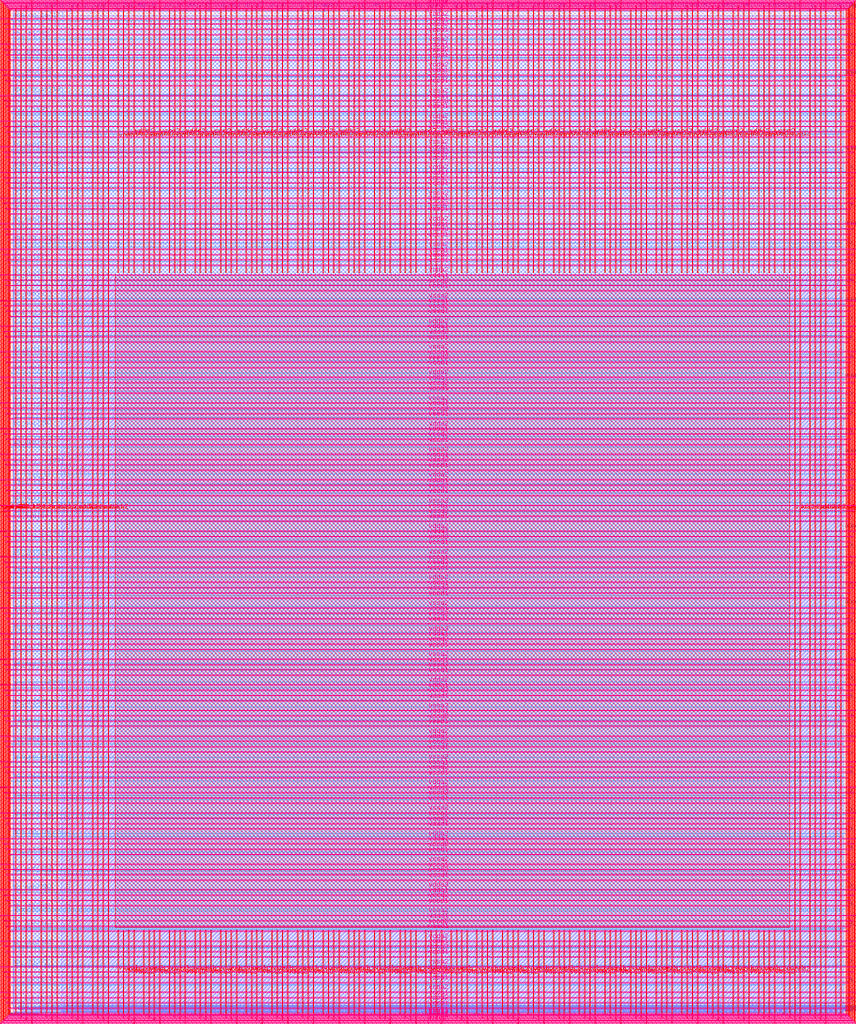
<source format=lef>
VERSION 5.7 ;
  NOWIREEXTENSIONATPIN ON ;
  DIVIDERCHAR "/" ;
  BUSBITCHARS "[]" ;
MACRO user_project_wrapper
  CLASS BLOCK ;
  FOREIGN user_project_wrapper ;
  ORIGIN 0.000 0.000 ;
  SIZE 2920.000 BY 3520.000 ;
  PIN analog_io[0]
    DIRECTION INOUT ;
    USE SIGNAL ;
    PORT
      LAYER met3 ;
        RECT 2917.600 1426.380 2924.800 1427.580 ;
    END
  END analog_io[0]
  PIN analog_io[10]
    DIRECTION INOUT ;
    USE SIGNAL ;
    PORT
      LAYER met2 ;
        RECT 2230.490 3517.600 2231.050 3524.800 ;
    END
  END analog_io[10]
  PIN analog_io[11]
    DIRECTION INOUT ;
    USE SIGNAL ;
    PORT
      LAYER met2 ;
        RECT 1905.730 3517.600 1906.290 3524.800 ;
    END
  END analog_io[11]
  PIN analog_io[12]
    DIRECTION INOUT ;
    USE SIGNAL ;
    PORT
      LAYER met2 ;
        RECT 1581.430 3517.600 1581.990 3524.800 ;
    END
  END analog_io[12]
  PIN analog_io[13]
    DIRECTION INOUT ;
    USE SIGNAL ;
    PORT
      LAYER met2 ;
        RECT 1257.130 3517.600 1257.690 3524.800 ;
    END
  END analog_io[13]
  PIN analog_io[14]
    DIRECTION INOUT ;
    USE SIGNAL ;
    PORT
      LAYER met2 ;
        RECT 932.370 3517.600 932.930 3524.800 ;
    END
  END analog_io[14]
  PIN analog_io[15]
    DIRECTION INOUT ;
    USE SIGNAL ;
    PORT
      LAYER met2 ;
        RECT 608.070 3517.600 608.630 3524.800 ;
    END
  END analog_io[15]
  PIN analog_io[16]
    DIRECTION INOUT ;
    USE SIGNAL ;
    PORT
      LAYER met2 ;
        RECT 283.770 3517.600 284.330 3524.800 ;
    END
  END analog_io[16]
  PIN analog_io[17]
    DIRECTION INOUT ;
    USE SIGNAL ;
    PORT
      LAYER met3 ;
        RECT -4.800 3486.100 2.400 3487.300 ;
    END
  END analog_io[17]
  PIN analog_io[18]
    DIRECTION INOUT ;
    USE SIGNAL ;
    PORT
      LAYER met3 ;
        RECT -4.800 3224.980 2.400 3226.180 ;
    END
  END analog_io[18]
  PIN analog_io[19]
    DIRECTION INOUT ;
    USE SIGNAL ;
    PORT
      LAYER met3 ;
        RECT -4.800 2964.540 2.400 2965.740 ;
    END
  END analog_io[19]
  PIN analog_io[1]
    DIRECTION INOUT ;
    USE SIGNAL ;
    PORT
      LAYER met3 ;
        RECT 2917.600 1692.260 2924.800 1693.460 ;
    END
  END analog_io[1]
  PIN analog_io[20]
    DIRECTION INOUT ;
    USE SIGNAL ;
    PORT
      LAYER met3 ;
        RECT -4.800 2703.420 2.400 2704.620 ;
    END
  END analog_io[20]
  PIN analog_io[21]
    DIRECTION INOUT ;
    USE SIGNAL ;
    PORT
      LAYER met3 ;
        RECT -4.800 2442.980 2.400 2444.180 ;
    END
  END analog_io[21]
  PIN analog_io[22]
    DIRECTION INOUT ;
    USE SIGNAL ;
    PORT
      LAYER met3 ;
        RECT -4.800 2182.540 2.400 2183.740 ;
    END
  END analog_io[22]
  PIN analog_io[23]
    DIRECTION INOUT ;
    USE SIGNAL ;
    PORT
      LAYER met3 ;
        RECT -4.800 1921.420 2.400 1922.620 ;
    END
  END analog_io[23]
  PIN analog_io[24]
    DIRECTION INOUT ;
    USE SIGNAL ;
    PORT
      LAYER met3 ;
        RECT -4.800 1660.980 2.400 1662.180 ;
    END
  END analog_io[24]
  PIN analog_io[25]
    DIRECTION INOUT ;
    USE SIGNAL ;
    PORT
      LAYER met3 ;
        RECT -4.800 1399.860 2.400 1401.060 ;
    END
  END analog_io[25]
  PIN analog_io[26]
    DIRECTION INOUT ;
    USE SIGNAL ;
    PORT
      LAYER met3 ;
        RECT -4.800 1139.420 2.400 1140.620 ;
    END
  END analog_io[26]
  PIN analog_io[27]
    DIRECTION INOUT ;
    USE SIGNAL ;
    PORT
      LAYER met3 ;
        RECT -4.800 878.980 2.400 880.180 ;
    END
  END analog_io[27]
  PIN analog_io[28]
    DIRECTION INOUT ;
    USE SIGNAL ;
    PORT
      LAYER met3 ;
        RECT -4.800 617.860 2.400 619.060 ;
    END
  END analog_io[28]
  PIN analog_io[2]
    DIRECTION INOUT ;
    USE SIGNAL ;
    PORT
      LAYER met3 ;
        RECT 2917.600 1958.140 2924.800 1959.340 ;
    END
  END analog_io[2]
  PIN analog_io[3]
    DIRECTION INOUT ;
    USE SIGNAL ;
    PORT
      LAYER met3 ;
        RECT 2917.600 2223.340 2924.800 2224.540 ;
    END
  END analog_io[3]
  PIN analog_io[4]
    DIRECTION INOUT ;
    USE SIGNAL ;
    PORT
      LAYER met3 ;
        RECT 2917.600 2489.220 2924.800 2490.420 ;
    END
  END analog_io[4]
  PIN analog_io[5]
    DIRECTION INOUT ;
    USE SIGNAL ;
    PORT
      LAYER met3 ;
        RECT 2917.600 2755.100 2924.800 2756.300 ;
    END
  END analog_io[5]
  PIN analog_io[6]
    DIRECTION INOUT ;
    USE SIGNAL ;
    PORT
      LAYER met3 ;
        RECT 2917.600 3020.300 2924.800 3021.500 ;
    END
  END analog_io[6]
  PIN analog_io[7]
    DIRECTION INOUT ;
    USE SIGNAL ;
    PORT
      LAYER met3 ;
        RECT 2917.600 3286.180 2924.800 3287.380 ;
    END
  END analog_io[7]
  PIN analog_io[8]
    DIRECTION INOUT ;
    USE SIGNAL ;
    PORT
      LAYER met2 ;
        RECT 2879.090 3517.600 2879.650 3524.800 ;
    END
  END analog_io[8]
  PIN analog_io[9]
    DIRECTION INOUT ;
    USE SIGNAL ;
    PORT
      LAYER met2 ;
        RECT 2554.790 3517.600 2555.350 3524.800 ;
    END
  END analog_io[9]
  PIN io_in[0]
    DIRECTION INPUT ;
    USE SIGNAL ;
    PORT
      LAYER met3 ;
        RECT 2917.600 32.380 2924.800 33.580 ;
    END
  END io_in[0]
  PIN io_in[10]
    DIRECTION INPUT ;
    USE SIGNAL ;
    PORT
      LAYER met3 ;
        RECT 2917.600 2289.980 2924.800 2291.180 ;
    END
  END io_in[10]
  PIN io_in[11]
    DIRECTION INPUT ;
    USE SIGNAL ;
    PORT
      LAYER met3 ;
        RECT 2917.600 2555.860 2924.800 2557.060 ;
    END
  END io_in[11]
  PIN io_in[12]
    DIRECTION INPUT ;
    USE SIGNAL ;
    PORT
      LAYER met3 ;
        RECT 2917.600 2821.060 2924.800 2822.260 ;
    END
  END io_in[12]
  PIN io_in[13]
    DIRECTION INPUT ;
    USE SIGNAL ;
    PORT
      LAYER met3 ;
        RECT 2917.600 3086.940 2924.800 3088.140 ;
    END
  END io_in[13]
  PIN io_in[14]
    DIRECTION INPUT ;
    USE SIGNAL ;
    PORT
      LAYER met3 ;
        RECT 2917.600 3352.820 2924.800 3354.020 ;
    END
  END io_in[14]
  PIN io_in[15]
    DIRECTION INPUT ;
    USE SIGNAL ;
    PORT
      LAYER met2 ;
        RECT 2798.130 3517.600 2798.690 3524.800 ;
    END
  END io_in[15]
  PIN io_in[16]
    DIRECTION INPUT ;
    USE SIGNAL ;
    PORT
      LAYER met2 ;
        RECT 2473.830 3517.600 2474.390 3524.800 ;
    END
  END io_in[16]
  PIN io_in[17]
    DIRECTION INPUT ;
    USE SIGNAL ;
    PORT
      LAYER met2 ;
        RECT 2149.070 3517.600 2149.630 3524.800 ;
    END
  END io_in[17]
  PIN io_in[18]
    DIRECTION INPUT ;
    USE SIGNAL ;
    PORT
      LAYER met2 ;
        RECT 1824.770 3517.600 1825.330 3524.800 ;
    END
  END io_in[18]
  PIN io_in[19]
    DIRECTION INPUT ;
    USE SIGNAL ;
    PORT
      LAYER met2 ;
        RECT 1500.470 3517.600 1501.030 3524.800 ;
    END
  END io_in[19]
  PIN io_in[1]
    DIRECTION INPUT ;
    USE SIGNAL ;
    PORT
      LAYER met3 ;
        RECT 2917.600 230.940 2924.800 232.140 ;
    END
  END io_in[1]
  PIN io_in[20]
    DIRECTION INPUT ;
    USE SIGNAL ;
    PORT
      LAYER met2 ;
        RECT 1175.710 3517.600 1176.270 3524.800 ;
    END
  END io_in[20]
  PIN io_in[21]
    DIRECTION INPUT ;
    USE SIGNAL ;
    PORT
      LAYER met2 ;
        RECT 851.410 3517.600 851.970 3524.800 ;
    END
  END io_in[21]
  PIN io_in[22]
    DIRECTION INPUT ;
    USE SIGNAL ;
    PORT
      LAYER met2 ;
        RECT 527.110 3517.600 527.670 3524.800 ;
    END
  END io_in[22]
  PIN io_in[23]
    DIRECTION INPUT ;
    USE SIGNAL ;
    PORT
      LAYER met2 ;
        RECT 202.350 3517.600 202.910 3524.800 ;
    END
  END io_in[23]
  PIN io_in[24]
    DIRECTION INPUT ;
    USE SIGNAL ;
    PORT
      LAYER met3 ;
        RECT -4.800 3420.820 2.400 3422.020 ;
    END
  END io_in[24]
  PIN io_in[25]
    DIRECTION INPUT ;
    USE SIGNAL ;
    PORT
      LAYER met3 ;
        RECT -4.800 3159.700 2.400 3160.900 ;
    END
  END io_in[25]
  PIN io_in[26]
    DIRECTION INPUT ;
    USE SIGNAL ;
    PORT
      LAYER met3 ;
        RECT -4.800 2899.260 2.400 2900.460 ;
    END
  END io_in[26]
  PIN io_in[27]
    DIRECTION INPUT ;
    USE SIGNAL ;
    PORT
      LAYER met3 ;
        RECT -4.800 2638.820 2.400 2640.020 ;
    END
  END io_in[27]
  PIN io_in[28]
    DIRECTION INPUT ;
    USE SIGNAL ;
    PORT
      LAYER met3 ;
        RECT -4.800 2377.700 2.400 2378.900 ;
    END
  END io_in[28]
  PIN io_in[29]
    DIRECTION INPUT ;
    USE SIGNAL ;
    PORT
      LAYER met3 ;
        RECT -4.800 2117.260 2.400 2118.460 ;
    END
  END io_in[29]
  PIN io_in[2]
    DIRECTION INPUT ;
    USE SIGNAL ;
    PORT
      LAYER met3 ;
        RECT 2917.600 430.180 2924.800 431.380 ;
    END
  END io_in[2]
  PIN io_in[30]
    DIRECTION INPUT ;
    USE SIGNAL ;
    PORT
      LAYER met3 ;
        RECT -4.800 1856.140 2.400 1857.340 ;
    END
  END io_in[30]
  PIN io_in[31]
    DIRECTION INPUT ;
    USE SIGNAL ;
    PORT
      LAYER met3 ;
        RECT -4.800 1595.700 2.400 1596.900 ;
    END
  END io_in[31]
  PIN io_in[32]
    DIRECTION INPUT ;
    USE SIGNAL ;
    PORT
      LAYER met3 ;
        RECT -4.800 1335.260 2.400 1336.460 ;
    END
  END io_in[32]
  PIN io_in[33]
    DIRECTION INPUT ;
    USE SIGNAL ;
    PORT
      LAYER met3 ;
        RECT -4.800 1074.140 2.400 1075.340 ;
    END
  END io_in[33]
  PIN io_in[34]
    DIRECTION INPUT ;
    USE SIGNAL ;
    PORT
      LAYER met3 ;
        RECT -4.800 813.700 2.400 814.900 ;
    END
  END io_in[34]
  PIN io_in[35]
    DIRECTION INPUT ;
    USE SIGNAL ;
    PORT
      LAYER met3 ;
        RECT -4.800 552.580 2.400 553.780 ;
    END
  END io_in[35]
  PIN io_in[36]
    DIRECTION INPUT ;
    USE SIGNAL ;
    PORT
      LAYER met3 ;
        RECT -4.800 357.420 2.400 358.620 ;
    END
  END io_in[36]
  PIN io_in[37]
    DIRECTION INPUT ;
    USE SIGNAL ;
    PORT
      LAYER met3 ;
        RECT -4.800 161.580 2.400 162.780 ;
    END
  END io_in[37]
  PIN io_in[3]
    DIRECTION INPUT ;
    USE SIGNAL ;
    PORT
      LAYER met3 ;
        RECT 2917.600 629.420 2924.800 630.620 ;
    END
  END io_in[3]
  PIN io_in[4]
    DIRECTION INPUT ;
    USE SIGNAL ;
    PORT
      LAYER met3 ;
        RECT 2917.600 828.660 2924.800 829.860 ;
    END
  END io_in[4]
  PIN io_in[5]
    DIRECTION INPUT ;
    USE SIGNAL ;
    PORT
      LAYER met3 ;
        RECT 2917.600 1027.900 2924.800 1029.100 ;
    END
  END io_in[5]
  PIN io_in[6]
    DIRECTION INPUT ;
    USE SIGNAL ;
    PORT
      LAYER met3 ;
        RECT 2917.600 1227.140 2924.800 1228.340 ;
    END
  END io_in[6]
  PIN io_in[7]
    DIRECTION INPUT ;
    USE SIGNAL ;
    PORT
      LAYER met3 ;
        RECT 2917.600 1493.020 2924.800 1494.220 ;
    END
  END io_in[7]
  PIN io_in[8]
    DIRECTION INPUT ;
    USE SIGNAL ;
    PORT
      LAYER met3 ;
        RECT 2917.600 1758.900 2924.800 1760.100 ;
    END
  END io_in[8]
  PIN io_in[9]
    DIRECTION INPUT ;
    USE SIGNAL ;
    PORT
      LAYER met3 ;
        RECT 2917.600 2024.100 2924.800 2025.300 ;
    END
  END io_in[9]
  PIN io_oeb[0]
    DIRECTION OUTPUT TRISTATE ;
    USE SIGNAL ;
    PORT
      LAYER met3 ;
        RECT 2917.600 164.980 2924.800 166.180 ;
    END
  END io_oeb[0]
  PIN io_oeb[10]
    DIRECTION OUTPUT TRISTATE ;
    USE SIGNAL ;
    PORT
      LAYER met3 ;
        RECT 2917.600 2422.580 2924.800 2423.780 ;
    END
  END io_oeb[10]
  PIN io_oeb[11]
    DIRECTION OUTPUT TRISTATE ;
    USE SIGNAL ;
    PORT
      LAYER met3 ;
        RECT 2917.600 2688.460 2924.800 2689.660 ;
    END
  END io_oeb[11]
  PIN io_oeb[12]
    DIRECTION OUTPUT TRISTATE ;
    USE SIGNAL ;
    PORT
      LAYER met3 ;
        RECT 2917.600 2954.340 2924.800 2955.540 ;
    END
  END io_oeb[12]
  PIN io_oeb[13]
    DIRECTION OUTPUT TRISTATE ;
    USE SIGNAL ;
    PORT
      LAYER met3 ;
        RECT 2917.600 3219.540 2924.800 3220.740 ;
    END
  END io_oeb[13]
  PIN io_oeb[14]
    DIRECTION OUTPUT TRISTATE ;
    USE SIGNAL ;
    PORT
      LAYER met3 ;
        RECT 2917.600 3485.420 2924.800 3486.620 ;
    END
  END io_oeb[14]
  PIN io_oeb[15]
    DIRECTION OUTPUT TRISTATE ;
    USE SIGNAL ;
    PORT
      LAYER met2 ;
        RECT 2635.750 3517.600 2636.310 3524.800 ;
    END
  END io_oeb[15]
  PIN io_oeb[16]
    DIRECTION OUTPUT TRISTATE ;
    USE SIGNAL ;
    PORT
      LAYER met2 ;
        RECT 2311.450 3517.600 2312.010 3524.800 ;
    END
  END io_oeb[16]
  PIN io_oeb[17]
    DIRECTION OUTPUT TRISTATE ;
    USE SIGNAL ;
    PORT
      LAYER met2 ;
        RECT 1987.150 3517.600 1987.710 3524.800 ;
    END
  END io_oeb[17]
  PIN io_oeb[18]
    DIRECTION OUTPUT TRISTATE ;
    USE SIGNAL ;
    PORT
      LAYER met2 ;
        RECT 1662.390 3517.600 1662.950 3524.800 ;
    END
  END io_oeb[18]
  PIN io_oeb[19]
    DIRECTION OUTPUT TRISTATE ;
    USE SIGNAL ;
    PORT
      LAYER met2 ;
        RECT 1338.090 3517.600 1338.650 3524.800 ;
    END
  END io_oeb[19]
  PIN io_oeb[1]
    DIRECTION OUTPUT TRISTATE ;
    USE SIGNAL ;
    PORT
      LAYER met3 ;
        RECT 2917.600 364.220 2924.800 365.420 ;
    END
  END io_oeb[1]
  PIN io_oeb[20]
    DIRECTION OUTPUT TRISTATE ;
    USE SIGNAL ;
    PORT
      LAYER met2 ;
        RECT 1013.790 3517.600 1014.350 3524.800 ;
    END
  END io_oeb[20]
  PIN io_oeb[21]
    DIRECTION OUTPUT TRISTATE ;
    USE SIGNAL ;
    PORT
      LAYER met2 ;
        RECT 689.030 3517.600 689.590 3524.800 ;
    END
  END io_oeb[21]
  PIN io_oeb[22]
    DIRECTION OUTPUT TRISTATE ;
    USE SIGNAL ;
    PORT
      LAYER met2 ;
        RECT 364.730 3517.600 365.290 3524.800 ;
    END
  END io_oeb[22]
  PIN io_oeb[23]
    DIRECTION OUTPUT TRISTATE ;
    USE SIGNAL ;
    PORT
      LAYER met2 ;
        RECT 40.430 3517.600 40.990 3524.800 ;
    END
  END io_oeb[23]
  PIN io_oeb[24]
    DIRECTION OUTPUT TRISTATE ;
    USE SIGNAL ;
    PORT
      LAYER met3 ;
        RECT -4.800 3290.260 2.400 3291.460 ;
    END
  END io_oeb[24]
  PIN io_oeb[25]
    DIRECTION OUTPUT TRISTATE ;
    USE SIGNAL ;
    PORT
      LAYER met3 ;
        RECT -4.800 3029.820 2.400 3031.020 ;
    END
  END io_oeb[25]
  PIN io_oeb[26]
    DIRECTION OUTPUT TRISTATE ;
    USE SIGNAL ;
    PORT
      LAYER met3 ;
        RECT -4.800 2768.700 2.400 2769.900 ;
    END
  END io_oeb[26]
  PIN io_oeb[27]
    DIRECTION OUTPUT TRISTATE ;
    USE SIGNAL ;
    PORT
      LAYER met3 ;
        RECT -4.800 2508.260 2.400 2509.460 ;
    END
  END io_oeb[27]
  PIN io_oeb[28]
    DIRECTION OUTPUT TRISTATE ;
    USE SIGNAL ;
    PORT
      LAYER met3 ;
        RECT -4.800 2247.140 2.400 2248.340 ;
    END
  END io_oeb[28]
  PIN io_oeb[29]
    DIRECTION OUTPUT TRISTATE ;
    USE SIGNAL ;
    PORT
      LAYER met3 ;
        RECT -4.800 1986.700 2.400 1987.900 ;
    END
  END io_oeb[29]
  PIN io_oeb[2]
    DIRECTION OUTPUT TRISTATE ;
    USE SIGNAL ;
    PORT
      LAYER met3 ;
        RECT 2917.600 563.460 2924.800 564.660 ;
    END
  END io_oeb[2]
  PIN io_oeb[30]
    DIRECTION OUTPUT TRISTATE ;
    USE SIGNAL ;
    PORT
      LAYER met3 ;
        RECT -4.800 1726.260 2.400 1727.460 ;
    END
  END io_oeb[30]
  PIN io_oeb[31]
    DIRECTION OUTPUT TRISTATE ;
    USE SIGNAL ;
    PORT
      LAYER met3 ;
        RECT -4.800 1465.140 2.400 1466.340 ;
    END
  END io_oeb[31]
  PIN io_oeb[32]
    DIRECTION OUTPUT TRISTATE ;
    USE SIGNAL ;
    PORT
      LAYER met3 ;
        RECT -4.800 1204.700 2.400 1205.900 ;
    END
  END io_oeb[32]
  PIN io_oeb[33]
    DIRECTION OUTPUT TRISTATE ;
    USE SIGNAL ;
    PORT
      LAYER met3 ;
        RECT -4.800 943.580 2.400 944.780 ;
    END
  END io_oeb[33]
  PIN io_oeb[34]
    DIRECTION OUTPUT TRISTATE ;
    USE SIGNAL ;
    PORT
      LAYER met3 ;
        RECT -4.800 683.140 2.400 684.340 ;
    END
  END io_oeb[34]
  PIN io_oeb[35]
    DIRECTION OUTPUT TRISTATE ;
    USE SIGNAL ;
    PORT
      LAYER met3 ;
        RECT -4.800 422.700 2.400 423.900 ;
    END
  END io_oeb[35]
  PIN io_oeb[36]
    DIRECTION OUTPUT TRISTATE ;
    USE SIGNAL ;
    PORT
      LAYER met3 ;
        RECT -4.800 226.860 2.400 228.060 ;
    END
  END io_oeb[36]
  PIN io_oeb[37]
    DIRECTION OUTPUT TRISTATE ;
    USE SIGNAL ;
    PORT
      LAYER met3 ;
        RECT -4.800 31.700 2.400 32.900 ;
    END
  END io_oeb[37]
  PIN io_oeb[3]
    DIRECTION OUTPUT TRISTATE ;
    USE SIGNAL ;
    PORT
      LAYER met3 ;
        RECT 2917.600 762.700 2924.800 763.900 ;
    END
  END io_oeb[3]
  PIN io_oeb[4]
    DIRECTION OUTPUT TRISTATE ;
    USE SIGNAL ;
    PORT
      LAYER met3 ;
        RECT 2917.600 961.940 2924.800 963.140 ;
    END
  END io_oeb[4]
  PIN io_oeb[5]
    DIRECTION OUTPUT TRISTATE ;
    USE SIGNAL ;
    PORT
      LAYER met3 ;
        RECT 2917.600 1161.180 2924.800 1162.380 ;
    END
  END io_oeb[5]
  PIN io_oeb[6]
    DIRECTION OUTPUT TRISTATE ;
    USE SIGNAL ;
    PORT
      LAYER met3 ;
        RECT 2917.600 1360.420 2924.800 1361.620 ;
    END
  END io_oeb[6]
  PIN io_oeb[7]
    DIRECTION OUTPUT TRISTATE ;
    USE SIGNAL ;
    PORT
      LAYER met3 ;
        RECT 2917.600 1625.620 2924.800 1626.820 ;
    END
  END io_oeb[7]
  PIN io_oeb[8]
    DIRECTION OUTPUT TRISTATE ;
    USE SIGNAL ;
    PORT
      LAYER met3 ;
        RECT 2917.600 1891.500 2924.800 1892.700 ;
    END
  END io_oeb[8]
  PIN io_oeb[9]
    DIRECTION OUTPUT TRISTATE ;
    USE SIGNAL ;
    PORT
      LAYER met3 ;
        RECT 2917.600 2157.380 2924.800 2158.580 ;
    END
  END io_oeb[9]
  PIN io_out[0]
    DIRECTION OUTPUT TRISTATE ;
    USE SIGNAL ;
    PORT
      LAYER met3 ;
        RECT 2917.600 98.340 2924.800 99.540 ;
    END
  END io_out[0]
  PIN io_out[10]
    DIRECTION OUTPUT TRISTATE ;
    USE SIGNAL ;
    PORT
      LAYER met3 ;
        RECT 2917.600 2356.620 2924.800 2357.820 ;
    END
  END io_out[10]
  PIN io_out[11]
    DIRECTION OUTPUT TRISTATE ;
    USE SIGNAL ;
    PORT
      LAYER met3 ;
        RECT 2917.600 2621.820 2924.800 2623.020 ;
    END
  END io_out[11]
  PIN io_out[12]
    DIRECTION OUTPUT TRISTATE ;
    USE SIGNAL ;
    PORT
      LAYER met3 ;
        RECT 2917.600 2887.700 2924.800 2888.900 ;
    END
  END io_out[12]
  PIN io_out[13]
    DIRECTION OUTPUT TRISTATE ;
    USE SIGNAL ;
    PORT
      LAYER met3 ;
        RECT 2917.600 3153.580 2924.800 3154.780 ;
    END
  END io_out[13]
  PIN io_out[14]
    DIRECTION OUTPUT TRISTATE ;
    USE SIGNAL ;
    PORT
      LAYER met3 ;
        RECT 2917.600 3418.780 2924.800 3419.980 ;
    END
  END io_out[14]
  PIN io_out[15]
    DIRECTION OUTPUT TRISTATE ;
    USE SIGNAL ;
    PORT
      LAYER met2 ;
        RECT 2717.170 3517.600 2717.730 3524.800 ;
    END
  END io_out[15]
  PIN io_out[16]
    DIRECTION OUTPUT TRISTATE ;
    USE SIGNAL ;
    PORT
      LAYER met2 ;
        RECT 2392.410 3517.600 2392.970 3524.800 ;
    END
  END io_out[16]
  PIN io_out[17]
    DIRECTION OUTPUT TRISTATE ;
    USE SIGNAL ;
    PORT
      LAYER met2 ;
        RECT 2068.110 3517.600 2068.670 3524.800 ;
    END
  END io_out[17]
  PIN io_out[18]
    DIRECTION OUTPUT TRISTATE ;
    USE SIGNAL ;
    PORT
      LAYER met2 ;
        RECT 1743.810 3517.600 1744.370 3524.800 ;
    END
  END io_out[18]
  PIN io_out[19]
    DIRECTION OUTPUT TRISTATE ;
    USE SIGNAL ;
    PORT
      LAYER met2 ;
        RECT 1419.050 3517.600 1419.610 3524.800 ;
    END
  END io_out[19]
  PIN io_out[1]
    DIRECTION OUTPUT TRISTATE ;
    USE SIGNAL ;
    PORT
      LAYER met3 ;
        RECT 2917.600 297.580 2924.800 298.780 ;
    END
  END io_out[1]
  PIN io_out[20]
    DIRECTION OUTPUT TRISTATE ;
    USE SIGNAL ;
    PORT
      LAYER met2 ;
        RECT 1094.750 3517.600 1095.310 3524.800 ;
    END
  END io_out[20]
  PIN io_out[21]
    DIRECTION OUTPUT TRISTATE ;
    USE SIGNAL ;
    PORT
      LAYER met2 ;
        RECT 770.450 3517.600 771.010 3524.800 ;
    END
  END io_out[21]
  PIN io_out[22]
    DIRECTION OUTPUT TRISTATE ;
    USE SIGNAL ;
    PORT
      LAYER met2 ;
        RECT 445.690 3517.600 446.250 3524.800 ;
    END
  END io_out[22]
  PIN io_out[23]
    DIRECTION OUTPUT TRISTATE ;
    USE SIGNAL ;
    PORT
      LAYER met2 ;
        RECT 121.390 3517.600 121.950 3524.800 ;
    END
  END io_out[23]
  PIN io_out[24]
    DIRECTION OUTPUT TRISTATE ;
    USE SIGNAL ;
    PORT
      LAYER met3 ;
        RECT -4.800 3355.540 2.400 3356.740 ;
    END
  END io_out[24]
  PIN io_out[25]
    DIRECTION OUTPUT TRISTATE ;
    USE SIGNAL ;
    PORT
      LAYER met3 ;
        RECT -4.800 3095.100 2.400 3096.300 ;
    END
  END io_out[25]
  PIN io_out[26]
    DIRECTION OUTPUT TRISTATE ;
    USE SIGNAL ;
    PORT
      LAYER met3 ;
        RECT -4.800 2833.980 2.400 2835.180 ;
    END
  END io_out[26]
  PIN io_out[27]
    DIRECTION OUTPUT TRISTATE ;
    USE SIGNAL ;
    PORT
      LAYER met3 ;
        RECT -4.800 2573.540 2.400 2574.740 ;
    END
  END io_out[27]
  PIN io_out[28]
    DIRECTION OUTPUT TRISTATE ;
    USE SIGNAL ;
    PORT
      LAYER met3 ;
        RECT -4.800 2312.420 2.400 2313.620 ;
    END
  END io_out[28]
  PIN io_out[29]
    DIRECTION OUTPUT TRISTATE ;
    USE SIGNAL ;
    PORT
      LAYER met3 ;
        RECT -4.800 2051.980 2.400 2053.180 ;
    END
  END io_out[29]
  PIN io_out[2]
    DIRECTION OUTPUT TRISTATE ;
    USE SIGNAL ;
    PORT
      LAYER met3 ;
        RECT 2917.600 496.820 2924.800 498.020 ;
    END
  END io_out[2]
  PIN io_out[30]
    DIRECTION OUTPUT TRISTATE ;
    USE SIGNAL ;
    PORT
      LAYER met3 ;
        RECT -4.800 1791.540 2.400 1792.740 ;
    END
  END io_out[30]
  PIN io_out[31]
    DIRECTION OUTPUT TRISTATE ;
    USE SIGNAL ;
    PORT
      LAYER met3 ;
        RECT -4.800 1530.420 2.400 1531.620 ;
    END
  END io_out[31]
  PIN io_out[32]
    DIRECTION OUTPUT TRISTATE ;
    USE SIGNAL ;
    PORT
      LAYER met3 ;
        RECT -4.800 1269.980 2.400 1271.180 ;
    END
  END io_out[32]
  PIN io_out[33]
    DIRECTION OUTPUT TRISTATE ;
    USE SIGNAL ;
    PORT
      LAYER met3 ;
        RECT -4.800 1008.860 2.400 1010.060 ;
    END
  END io_out[33]
  PIN io_out[34]
    DIRECTION OUTPUT TRISTATE ;
    USE SIGNAL ;
    PORT
      LAYER met3 ;
        RECT -4.800 748.420 2.400 749.620 ;
    END
  END io_out[34]
  PIN io_out[35]
    DIRECTION OUTPUT TRISTATE ;
    USE SIGNAL ;
    PORT
      LAYER met3 ;
        RECT -4.800 487.300 2.400 488.500 ;
    END
  END io_out[35]
  PIN io_out[36]
    DIRECTION OUTPUT TRISTATE ;
    USE SIGNAL ;
    PORT
      LAYER met3 ;
        RECT -4.800 292.140 2.400 293.340 ;
    END
  END io_out[36]
  PIN io_out[37]
    DIRECTION OUTPUT TRISTATE ;
    USE SIGNAL ;
    PORT
      LAYER met3 ;
        RECT -4.800 96.300 2.400 97.500 ;
    END
  END io_out[37]
  PIN io_out[3]
    DIRECTION OUTPUT TRISTATE ;
    USE SIGNAL ;
    PORT
      LAYER met3 ;
        RECT 2917.600 696.060 2924.800 697.260 ;
    END
  END io_out[3]
  PIN io_out[4]
    DIRECTION OUTPUT TRISTATE ;
    USE SIGNAL ;
    PORT
      LAYER met3 ;
        RECT 2917.600 895.300 2924.800 896.500 ;
    END
  END io_out[4]
  PIN io_out[5]
    DIRECTION OUTPUT TRISTATE ;
    USE SIGNAL ;
    PORT
      LAYER met3 ;
        RECT 2917.600 1094.540 2924.800 1095.740 ;
    END
  END io_out[5]
  PIN io_out[6]
    DIRECTION OUTPUT TRISTATE ;
    USE SIGNAL ;
    PORT
      LAYER met3 ;
        RECT 2917.600 1293.780 2924.800 1294.980 ;
    END
  END io_out[6]
  PIN io_out[7]
    DIRECTION OUTPUT TRISTATE ;
    USE SIGNAL ;
    PORT
      LAYER met3 ;
        RECT 2917.600 1559.660 2924.800 1560.860 ;
    END
  END io_out[7]
  PIN io_out[8]
    DIRECTION OUTPUT TRISTATE ;
    USE SIGNAL ;
    PORT
      LAYER met3 ;
        RECT 2917.600 1824.860 2924.800 1826.060 ;
    END
  END io_out[8]
  PIN io_out[9]
    DIRECTION OUTPUT TRISTATE ;
    USE SIGNAL ;
    PORT
      LAYER met3 ;
        RECT 2917.600 2090.740 2924.800 2091.940 ;
    END
  END io_out[9]
  PIN la_data_in[0]
    DIRECTION INPUT ;
    USE SIGNAL ;
    PORT
      LAYER met2 ;
        RECT 629.230 -4.800 629.790 2.400 ;
    END
  END la_data_in[0]
  PIN la_data_in[100]
    DIRECTION INPUT ;
    USE SIGNAL ;
    PORT
      LAYER met2 ;
        RECT 2402.530 -4.800 2403.090 2.400 ;
    END
  END la_data_in[100]
  PIN la_data_in[101]
    DIRECTION INPUT ;
    USE SIGNAL ;
    PORT
      LAYER met2 ;
        RECT 2420.010 -4.800 2420.570 2.400 ;
    END
  END la_data_in[101]
  PIN la_data_in[102]
    DIRECTION INPUT ;
    USE SIGNAL ;
    PORT
      LAYER met2 ;
        RECT 2437.950 -4.800 2438.510 2.400 ;
    END
  END la_data_in[102]
  PIN la_data_in[103]
    DIRECTION INPUT ;
    USE SIGNAL ;
    PORT
      LAYER met2 ;
        RECT 2455.430 -4.800 2455.990 2.400 ;
    END
  END la_data_in[103]
  PIN la_data_in[104]
    DIRECTION INPUT ;
    USE SIGNAL ;
    PORT
      LAYER met2 ;
        RECT 2473.370 -4.800 2473.930 2.400 ;
    END
  END la_data_in[104]
  PIN la_data_in[105]
    DIRECTION INPUT ;
    USE SIGNAL ;
    PORT
      LAYER met2 ;
        RECT 2490.850 -4.800 2491.410 2.400 ;
    END
  END la_data_in[105]
  PIN la_data_in[106]
    DIRECTION INPUT ;
    USE SIGNAL ;
    PORT
      LAYER met2 ;
        RECT 2508.790 -4.800 2509.350 2.400 ;
    END
  END la_data_in[106]
  PIN la_data_in[107]
    DIRECTION INPUT ;
    USE SIGNAL ;
    PORT
      LAYER met2 ;
        RECT 2526.730 -4.800 2527.290 2.400 ;
    END
  END la_data_in[107]
  PIN la_data_in[108]
    DIRECTION INPUT ;
    USE SIGNAL ;
    PORT
      LAYER met2 ;
        RECT 2544.210 -4.800 2544.770 2.400 ;
    END
  END la_data_in[108]
  PIN la_data_in[109]
    DIRECTION INPUT ;
    USE SIGNAL ;
    PORT
      LAYER met2 ;
        RECT 2562.150 -4.800 2562.710 2.400 ;
    END
  END la_data_in[109]
  PIN la_data_in[10]
    DIRECTION INPUT ;
    USE SIGNAL ;
    PORT
      LAYER met2 ;
        RECT 806.330 -4.800 806.890 2.400 ;
    END
  END la_data_in[10]
  PIN la_data_in[110]
    DIRECTION INPUT ;
    USE SIGNAL ;
    PORT
      LAYER met2 ;
        RECT 2579.630 -4.800 2580.190 2.400 ;
    END
  END la_data_in[110]
  PIN la_data_in[111]
    DIRECTION INPUT ;
    USE SIGNAL ;
    PORT
      LAYER met2 ;
        RECT 2597.570 -4.800 2598.130 2.400 ;
    END
  END la_data_in[111]
  PIN la_data_in[112]
    DIRECTION INPUT ;
    USE SIGNAL ;
    PORT
      LAYER met2 ;
        RECT 2615.050 -4.800 2615.610 2.400 ;
    END
  END la_data_in[112]
  PIN la_data_in[113]
    DIRECTION INPUT ;
    USE SIGNAL ;
    PORT
      LAYER met2 ;
        RECT 2632.990 -4.800 2633.550 2.400 ;
    END
  END la_data_in[113]
  PIN la_data_in[114]
    DIRECTION INPUT ;
    USE SIGNAL ;
    PORT
      LAYER met2 ;
        RECT 2650.470 -4.800 2651.030 2.400 ;
    END
  END la_data_in[114]
  PIN la_data_in[115]
    DIRECTION INPUT ;
    USE SIGNAL ;
    PORT
      LAYER met2 ;
        RECT 2668.410 -4.800 2668.970 2.400 ;
    END
  END la_data_in[115]
  PIN la_data_in[116]
    DIRECTION INPUT ;
    USE SIGNAL ;
    PORT
      LAYER met2 ;
        RECT 2685.890 -4.800 2686.450 2.400 ;
    END
  END la_data_in[116]
  PIN la_data_in[117]
    DIRECTION INPUT ;
    USE SIGNAL ;
    PORT
      LAYER met2 ;
        RECT 2703.830 -4.800 2704.390 2.400 ;
    END
  END la_data_in[117]
  PIN la_data_in[118]
    DIRECTION INPUT ;
    USE SIGNAL ;
    PORT
      LAYER met2 ;
        RECT 2721.770 -4.800 2722.330 2.400 ;
    END
  END la_data_in[118]
  PIN la_data_in[119]
    DIRECTION INPUT ;
    USE SIGNAL ;
    PORT
      LAYER met2 ;
        RECT 2739.250 -4.800 2739.810 2.400 ;
    END
  END la_data_in[119]
  PIN la_data_in[11]
    DIRECTION INPUT ;
    USE SIGNAL ;
    PORT
      LAYER met2 ;
        RECT 824.270 -4.800 824.830 2.400 ;
    END
  END la_data_in[11]
  PIN la_data_in[120]
    DIRECTION INPUT ;
    USE SIGNAL ;
    PORT
      LAYER met2 ;
        RECT 2757.190 -4.800 2757.750 2.400 ;
    END
  END la_data_in[120]
  PIN la_data_in[121]
    DIRECTION INPUT ;
    USE SIGNAL ;
    PORT
      LAYER met2 ;
        RECT 2774.670 -4.800 2775.230 2.400 ;
    END
  END la_data_in[121]
  PIN la_data_in[122]
    DIRECTION INPUT ;
    USE SIGNAL ;
    PORT
      LAYER met2 ;
        RECT 2792.610 -4.800 2793.170 2.400 ;
    END
  END la_data_in[122]
  PIN la_data_in[123]
    DIRECTION INPUT ;
    USE SIGNAL ;
    PORT
      LAYER met2 ;
        RECT 2810.090 -4.800 2810.650 2.400 ;
    END
  END la_data_in[123]
  PIN la_data_in[124]
    DIRECTION INPUT ;
    USE SIGNAL ;
    PORT
      LAYER met2 ;
        RECT 2828.030 -4.800 2828.590 2.400 ;
    END
  END la_data_in[124]
  PIN la_data_in[125]
    DIRECTION INPUT ;
    USE SIGNAL ;
    PORT
      LAYER met2 ;
        RECT 2845.510 -4.800 2846.070 2.400 ;
    END
  END la_data_in[125]
  PIN la_data_in[126]
    DIRECTION INPUT ;
    USE SIGNAL ;
    PORT
      LAYER met2 ;
        RECT 2863.450 -4.800 2864.010 2.400 ;
    END
  END la_data_in[126]
  PIN la_data_in[127]
    DIRECTION INPUT ;
    USE SIGNAL ;
    PORT
      LAYER met2 ;
        RECT 2881.390 -4.800 2881.950 2.400 ;
    END
  END la_data_in[127]
  PIN la_data_in[12]
    DIRECTION INPUT ;
    USE SIGNAL ;
    PORT
      LAYER met2 ;
        RECT 841.750 -4.800 842.310 2.400 ;
    END
  END la_data_in[12]
  PIN la_data_in[13]
    DIRECTION INPUT ;
    USE SIGNAL ;
    PORT
      LAYER met2 ;
        RECT 859.690 -4.800 860.250 2.400 ;
    END
  END la_data_in[13]
  PIN la_data_in[14]
    DIRECTION INPUT ;
    USE SIGNAL ;
    PORT
      LAYER met2 ;
        RECT 877.170 -4.800 877.730 2.400 ;
    END
  END la_data_in[14]
  PIN la_data_in[15]
    DIRECTION INPUT ;
    USE SIGNAL ;
    PORT
      LAYER met2 ;
        RECT 895.110 -4.800 895.670 2.400 ;
    END
  END la_data_in[15]
  PIN la_data_in[16]
    DIRECTION INPUT ;
    USE SIGNAL ;
    PORT
      LAYER met2 ;
        RECT 912.590 -4.800 913.150 2.400 ;
    END
  END la_data_in[16]
  PIN la_data_in[17]
    DIRECTION INPUT ;
    USE SIGNAL ;
    PORT
      LAYER met2 ;
        RECT 930.530 -4.800 931.090 2.400 ;
    END
  END la_data_in[17]
  PIN la_data_in[18]
    DIRECTION INPUT ;
    USE SIGNAL ;
    PORT
      LAYER met2 ;
        RECT 948.470 -4.800 949.030 2.400 ;
    END
  END la_data_in[18]
  PIN la_data_in[19]
    DIRECTION INPUT ;
    USE SIGNAL ;
    PORT
      LAYER met2 ;
        RECT 965.950 -4.800 966.510 2.400 ;
    END
  END la_data_in[19]
  PIN la_data_in[1]
    DIRECTION INPUT ;
    USE SIGNAL ;
    PORT
      LAYER met2 ;
        RECT 646.710 -4.800 647.270 2.400 ;
    END
  END la_data_in[1]
  PIN la_data_in[20]
    DIRECTION INPUT ;
    USE SIGNAL ;
    PORT
      LAYER met2 ;
        RECT 983.890 -4.800 984.450 2.400 ;
    END
  END la_data_in[20]
  PIN la_data_in[21]
    DIRECTION INPUT ;
    USE SIGNAL ;
    PORT
      LAYER met2 ;
        RECT 1001.370 -4.800 1001.930 2.400 ;
    END
  END la_data_in[21]
  PIN la_data_in[22]
    DIRECTION INPUT ;
    USE SIGNAL ;
    PORT
      LAYER met2 ;
        RECT 1019.310 -4.800 1019.870 2.400 ;
    END
  END la_data_in[22]
  PIN la_data_in[23]
    DIRECTION INPUT ;
    USE SIGNAL ;
    PORT
      LAYER met2 ;
        RECT 1036.790 -4.800 1037.350 2.400 ;
    END
  END la_data_in[23]
  PIN la_data_in[24]
    DIRECTION INPUT ;
    USE SIGNAL ;
    PORT
      LAYER met2 ;
        RECT 1054.730 -4.800 1055.290 2.400 ;
    END
  END la_data_in[24]
  PIN la_data_in[25]
    DIRECTION INPUT ;
    USE SIGNAL ;
    PORT
      LAYER met2 ;
        RECT 1072.210 -4.800 1072.770 2.400 ;
    END
  END la_data_in[25]
  PIN la_data_in[26]
    DIRECTION INPUT ;
    USE SIGNAL ;
    PORT
      LAYER met2 ;
        RECT 1090.150 -4.800 1090.710 2.400 ;
    END
  END la_data_in[26]
  PIN la_data_in[27]
    DIRECTION INPUT ;
    USE SIGNAL ;
    PORT
      LAYER met2 ;
        RECT 1107.630 -4.800 1108.190 2.400 ;
    END
  END la_data_in[27]
  PIN la_data_in[28]
    DIRECTION INPUT ;
    USE SIGNAL ;
    PORT
      LAYER met2 ;
        RECT 1125.570 -4.800 1126.130 2.400 ;
    END
  END la_data_in[28]
  PIN la_data_in[29]
    DIRECTION INPUT ;
    USE SIGNAL ;
    PORT
      LAYER met2 ;
        RECT 1143.510 -4.800 1144.070 2.400 ;
    END
  END la_data_in[29]
  PIN la_data_in[2]
    DIRECTION INPUT ;
    USE SIGNAL ;
    PORT
      LAYER met2 ;
        RECT 664.650 -4.800 665.210 2.400 ;
    END
  END la_data_in[2]
  PIN la_data_in[30]
    DIRECTION INPUT ;
    USE SIGNAL ;
    PORT
      LAYER met2 ;
        RECT 1160.990 -4.800 1161.550 2.400 ;
    END
  END la_data_in[30]
  PIN la_data_in[31]
    DIRECTION INPUT ;
    USE SIGNAL ;
    PORT
      LAYER met2 ;
        RECT 1178.930 -4.800 1179.490 2.400 ;
    END
  END la_data_in[31]
  PIN la_data_in[32]
    DIRECTION INPUT ;
    USE SIGNAL ;
    PORT
      LAYER met2 ;
        RECT 1196.410 -4.800 1196.970 2.400 ;
    END
  END la_data_in[32]
  PIN la_data_in[33]
    DIRECTION INPUT ;
    USE SIGNAL ;
    PORT
      LAYER met2 ;
        RECT 1214.350 -4.800 1214.910 2.400 ;
    END
  END la_data_in[33]
  PIN la_data_in[34]
    DIRECTION INPUT ;
    USE SIGNAL ;
    PORT
      LAYER met2 ;
        RECT 1231.830 -4.800 1232.390 2.400 ;
    END
  END la_data_in[34]
  PIN la_data_in[35]
    DIRECTION INPUT ;
    USE SIGNAL ;
    PORT
      LAYER met2 ;
        RECT 1249.770 -4.800 1250.330 2.400 ;
    END
  END la_data_in[35]
  PIN la_data_in[36]
    DIRECTION INPUT ;
    USE SIGNAL ;
    PORT
      LAYER met2 ;
        RECT 1267.250 -4.800 1267.810 2.400 ;
    END
  END la_data_in[36]
  PIN la_data_in[37]
    DIRECTION INPUT ;
    USE SIGNAL ;
    PORT
      LAYER met2 ;
        RECT 1285.190 -4.800 1285.750 2.400 ;
    END
  END la_data_in[37]
  PIN la_data_in[38]
    DIRECTION INPUT ;
    USE SIGNAL ;
    PORT
      LAYER met2 ;
        RECT 1303.130 -4.800 1303.690 2.400 ;
    END
  END la_data_in[38]
  PIN la_data_in[39]
    DIRECTION INPUT ;
    USE SIGNAL ;
    PORT
      LAYER met2 ;
        RECT 1320.610 -4.800 1321.170 2.400 ;
    END
  END la_data_in[39]
  PIN la_data_in[3]
    DIRECTION INPUT ;
    USE SIGNAL ;
    PORT
      LAYER met2 ;
        RECT 682.130 -4.800 682.690 2.400 ;
    END
  END la_data_in[3]
  PIN la_data_in[40]
    DIRECTION INPUT ;
    USE SIGNAL ;
    PORT
      LAYER met2 ;
        RECT 1338.550 -4.800 1339.110 2.400 ;
    END
  END la_data_in[40]
  PIN la_data_in[41]
    DIRECTION INPUT ;
    USE SIGNAL ;
    PORT
      LAYER met2 ;
        RECT 1356.030 -4.800 1356.590 2.400 ;
    END
  END la_data_in[41]
  PIN la_data_in[42]
    DIRECTION INPUT ;
    USE SIGNAL ;
    PORT
      LAYER met2 ;
        RECT 1373.970 -4.800 1374.530 2.400 ;
    END
  END la_data_in[42]
  PIN la_data_in[43]
    DIRECTION INPUT ;
    USE SIGNAL ;
    PORT
      LAYER met2 ;
        RECT 1391.450 -4.800 1392.010 2.400 ;
    END
  END la_data_in[43]
  PIN la_data_in[44]
    DIRECTION INPUT ;
    USE SIGNAL ;
    PORT
      LAYER met2 ;
        RECT 1409.390 -4.800 1409.950 2.400 ;
    END
  END la_data_in[44]
  PIN la_data_in[45]
    DIRECTION INPUT ;
    USE SIGNAL ;
    PORT
      LAYER met2 ;
        RECT 1426.870 -4.800 1427.430 2.400 ;
    END
  END la_data_in[45]
  PIN la_data_in[46]
    DIRECTION INPUT ;
    USE SIGNAL ;
    PORT
      LAYER met2 ;
        RECT 1444.810 -4.800 1445.370 2.400 ;
    END
  END la_data_in[46]
  PIN la_data_in[47]
    DIRECTION INPUT ;
    USE SIGNAL ;
    PORT
      LAYER met2 ;
        RECT 1462.750 -4.800 1463.310 2.400 ;
    END
  END la_data_in[47]
  PIN la_data_in[48]
    DIRECTION INPUT ;
    USE SIGNAL ;
    PORT
      LAYER met2 ;
        RECT 1480.230 -4.800 1480.790 2.400 ;
    END
  END la_data_in[48]
  PIN la_data_in[49]
    DIRECTION INPUT ;
    USE SIGNAL ;
    PORT
      LAYER met2 ;
        RECT 1498.170 -4.800 1498.730 2.400 ;
    END
  END la_data_in[49]
  PIN la_data_in[4]
    DIRECTION INPUT ;
    USE SIGNAL ;
    PORT
      LAYER met2 ;
        RECT 700.070 -4.800 700.630 2.400 ;
    END
  END la_data_in[4]
  PIN la_data_in[50]
    DIRECTION INPUT ;
    USE SIGNAL ;
    PORT
      LAYER met2 ;
        RECT 1515.650 -4.800 1516.210 2.400 ;
    END
  END la_data_in[50]
  PIN la_data_in[51]
    DIRECTION INPUT ;
    USE SIGNAL ;
    PORT
      LAYER met2 ;
        RECT 1533.590 -4.800 1534.150 2.400 ;
    END
  END la_data_in[51]
  PIN la_data_in[52]
    DIRECTION INPUT ;
    USE SIGNAL ;
    PORT
      LAYER met2 ;
        RECT 1551.070 -4.800 1551.630 2.400 ;
    END
  END la_data_in[52]
  PIN la_data_in[53]
    DIRECTION INPUT ;
    USE SIGNAL ;
    PORT
      LAYER met2 ;
        RECT 1569.010 -4.800 1569.570 2.400 ;
    END
  END la_data_in[53]
  PIN la_data_in[54]
    DIRECTION INPUT ;
    USE SIGNAL ;
    PORT
      LAYER met2 ;
        RECT 1586.490 -4.800 1587.050 2.400 ;
    END
  END la_data_in[54]
  PIN la_data_in[55]
    DIRECTION INPUT ;
    USE SIGNAL ;
    PORT
      LAYER met2 ;
        RECT 1604.430 -4.800 1604.990 2.400 ;
    END
  END la_data_in[55]
  PIN la_data_in[56]
    DIRECTION INPUT ;
    USE SIGNAL ;
    PORT
      LAYER met2 ;
        RECT 1621.910 -4.800 1622.470 2.400 ;
    END
  END la_data_in[56]
  PIN la_data_in[57]
    DIRECTION INPUT ;
    USE SIGNAL ;
    PORT
      LAYER met2 ;
        RECT 1639.850 -4.800 1640.410 2.400 ;
    END
  END la_data_in[57]
  PIN la_data_in[58]
    DIRECTION INPUT ;
    USE SIGNAL ;
    PORT
      LAYER met2 ;
        RECT 1657.790 -4.800 1658.350 2.400 ;
    END
  END la_data_in[58]
  PIN la_data_in[59]
    DIRECTION INPUT ;
    USE SIGNAL ;
    PORT
      LAYER met2 ;
        RECT 1675.270 -4.800 1675.830 2.400 ;
    END
  END la_data_in[59]
  PIN la_data_in[5]
    DIRECTION INPUT ;
    USE SIGNAL ;
    PORT
      LAYER met2 ;
        RECT 717.550 -4.800 718.110 2.400 ;
    END
  END la_data_in[5]
  PIN la_data_in[60]
    DIRECTION INPUT ;
    USE SIGNAL ;
    PORT
      LAYER met2 ;
        RECT 1693.210 -4.800 1693.770 2.400 ;
    END
  END la_data_in[60]
  PIN la_data_in[61]
    DIRECTION INPUT ;
    USE SIGNAL ;
    PORT
      LAYER met2 ;
        RECT 1710.690 -4.800 1711.250 2.400 ;
    END
  END la_data_in[61]
  PIN la_data_in[62]
    DIRECTION INPUT ;
    USE SIGNAL ;
    PORT
      LAYER met2 ;
        RECT 1728.630 -4.800 1729.190 2.400 ;
    END
  END la_data_in[62]
  PIN la_data_in[63]
    DIRECTION INPUT ;
    USE SIGNAL ;
    PORT
      LAYER met2 ;
        RECT 1746.110 -4.800 1746.670 2.400 ;
    END
  END la_data_in[63]
  PIN la_data_in[64]
    DIRECTION INPUT ;
    USE SIGNAL ;
    PORT
      LAYER met2 ;
        RECT 1764.050 -4.800 1764.610 2.400 ;
    END
  END la_data_in[64]
  PIN la_data_in[65]
    DIRECTION INPUT ;
    USE SIGNAL ;
    PORT
      LAYER met2 ;
        RECT 1781.530 -4.800 1782.090 2.400 ;
    END
  END la_data_in[65]
  PIN la_data_in[66]
    DIRECTION INPUT ;
    USE SIGNAL ;
    PORT
      LAYER met2 ;
        RECT 1799.470 -4.800 1800.030 2.400 ;
    END
  END la_data_in[66]
  PIN la_data_in[67]
    DIRECTION INPUT ;
    USE SIGNAL ;
    PORT
      LAYER met2 ;
        RECT 1817.410 -4.800 1817.970 2.400 ;
    END
  END la_data_in[67]
  PIN la_data_in[68]
    DIRECTION INPUT ;
    USE SIGNAL ;
    PORT
      LAYER met2 ;
        RECT 1834.890 -4.800 1835.450 2.400 ;
    END
  END la_data_in[68]
  PIN la_data_in[69]
    DIRECTION INPUT ;
    USE SIGNAL ;
    PORT
      LAYER met2 ;
        RECT 1852.830 -4.800 1853.390 2.400 ;
    END
  END la_data_in[69]
  PIN la_data_in[6]
    DIRECTION INPUT ;
    USE SIGNAL ;
    PORT
      LAYER met2 ;
        RECT 735.490 -4.800 736.050 2.400 ;
    END
  END la_data_in[6]
  PIN la_data_in[70]
    DIRECTION INPUT ;
    USE SIGNAL ;
    PORT
      LAYER met2 ;
        RECT 1870.310 -4.800 1870.870 2.400 ;
    END
  END la_data_in[70]
  PIN la_data_in[71]
    DIRECTION INPUT ;
    USE SIGNAL ;
    PORT
      LAYER met2 ;
        RECT 1888.250 -4.800 1888.810 2.400 ;
    END
  END la_data_in[71]
  PIN la_data_in[72]
    DIRECTION INPUT ;
    USE SIGNAL ;
    PORT
      LAYER met2 ;
        RECT 1905.730 -4.800 1906.290 2.400 ;
    END
  END la_data_in[72]
  PIN la_data_in[73]
    DIRECTION INPUT ;
    USE SIGNAL ;
    PORT
      LAYER met2 ;
        RECT 1923.670 -4.800 1924.230 2.400 ;
    END
  END la_data_in[73]
  PIN la_data_in[74]
    DIRECTION INPUT ;
    USE SIGNAL ;
    PORT
      LAYER met2 ;
        RECT 1941.150 -4.800 1941.710 2.400 ;
    END
  END la_data_in[74]
  PIN la_data_in[75]
    DIRECTION INPUT ;
    USE SIGNAL ;
    PORT
      LAYER met2 ;
        RECT 1959.090 -4.800 1959.650 2.400 ;
    END
  END la_data_in[75]
  PIN la_data_in[76]
    DIRECTION INPUT ;
    USE SIGNAL ;
    PORT
      LAYER met2 ;
        RECT 1976.570 -4.800 1977.130 2.400 ;
    END
  END la_data_in[76]
  PIN la_data_in[77]
    DIRECTION INPUT ;
    USE SIGNAL ;
    PORT
      LAYER met2 ;
        RECT 1994.510 -4.800 1995.070 2.400 ;
    END
  END la_data_in[77]
  PIN la_data_in[78]
    DIRECTION INPUT ;
    USE SIGNAL ;
    PORT
      LAYER met2 ;
        RECT 2012.450 -4.800 2013.010 2.400 ;
    END
  END la_data_in[78]
  PIN la_data_in[79]
    DIRECTION INPUT ;
    USE SIGNAL ;
    PORT
      LAYER met2 ;
        RECT 2029.930 -4.800 2030.490 2.400 ;
    END
  END la_data_in[79]
  PIN la_data_in[7]
    DIRECTION INPUT ;
    USE SIGNAL ;
    PORT
      LAYER met2 ;
        RECT 752.970 -4.800 753.530 2.400 ;
    END
  END la_data_in[7]
  PIN la_data_in[80]
    DIRECTION INPUT ;
    USE SIGNAL ;
    PORT
      LAYER met2 ;
        RECT 2047.870 -4.800 2048.430 2.400 ;
    END
  END la_data_in[80]
  PIN la_data_in[81]
    DIRECTION INPUT ;
    USE SIGNAL ;
    PORT
      LAYER met2 ;
        RECT 2065.350 -4.800 2065.910 2.400 ;
    END
  END la_data_in[81]
  PIN la_data_in[82]
    DIRECTION INPUT ;
    USE SIGNAL ;
    PORT
      LAYER met2 ;
        RECT 2083.290 -4.800 2083.850 2.400 ;
    END
  END la_data_in[82]
  PIN la_data_in[83]
    DIRECTION INPUT ;
    USE SIGNAL ;
    PORT
      LAYER met2 ;
        RECT 2100.770 -4.800 2101.330 2.400 ;
    END
  END la_data_in[83]
  PIN la_data_in[84]
    DIRECTION INPUT ;
    USE SIGNAL ;
    PORT
      LAYER met2 ;
        RECT 2118.710 -4.800 2119.270 2.400 ;
    END
  END la_data_in[84]
  PIN la_data_in[85]
    DIRECTION INPUT ;
    USE SIGNAL ;
    PORT
      LAYER met2 ;
        RECT 2136.190 -4.800 2136.750 2.400 ;
    END
  END la_data_in[85]
  PIN la_data_in[86]
    DIRECTION INPUT ;
    USE SIGNAL ;
    PORT
      LAYER met2 ;
        RECT 2154.130 -4.800 2154.690 2.400 ;
    END
  END la_data_in[86]
  PIN la_data_in[87]
    DIRECTION INPUT ;
    USE SIGNAL ;
    PORT
      LAYER met2 ;
        RECT 2172.070 -4.800 2172.630 2.400 ;
    END
  END la_data_in[87]
  PIN la_data_in[88]
    DIRECTION INPUT ;
    USE SIGNAL ;
    PORT
      LAYER met2 ;
        RECT 2189.550 -4.800 2190.110 2.400 ;
    END
  END la_data_in[88]
  PIN la_data_in[89]
    DIRECTION INPUT ;
    USE SIGNAL ;
    PORT
      LAYER met2 ;
        RECT 2207.490 -4.800 2208.050 2.400 ;
    END
  END la_data_in[89]
  PIN la_data_in[8]
    DIRECTION INPUT ;
    USE SIGNAL ;
    PORT
      LAYER met2 ;
        RECT 770.910 -4.800 771.470 2.400 ;
    END
  END la_data_in[8]
  PIN la_data_in[90]
    DIRECTION INPUT ;
    USE SIGNAL ;
    PORT
      LAYER met2 ;
        RECT 2224.970 -4.800 2225.530 2.400 ;
    END
  END la_data_in[90]
  PIN la_data_in[91]
    DIRECTION INPUT ;
    USE SIGNAL ;
    PORT
      LAYER met2 ;
        RECT 2242.910 -4.800 2243.470 2.400 ;
    END
  END la_data_in[91]
  PIN la_data_in[92]
    DIRECTION INPUT ;
    USE SIGNAL ;
    PORT
      LAYER met2 ;
        RECT 2260.390 -4.800 2260.950 2.400 ;
    END
  END la_data_in[92]
  PIN la_data_in[93]
    DIRECTION INPUT ;
    USE SIGNAL ;
    PORT
      LAYER met2 ;
        RECT 2278.330 -4.800 2278.890 2.400 ;
    END
  END la_data_in[93]
  PIN la_data_in[94]
    DIRECTION INPUT ;
    USE SIGNAL ;
    PORT
      LAYER met2 ;
        RECT 2295.810 -4.800 2296.370 2.400 ;
    END
  END la_data_in[94]
  PIN la_data_in[95]
    DIRECTION INPUT ;
    USE SIGNAL ;
    PORT
      LAYER met2 ;
        RECT 2313.750 -4.800 2314.310 2.400 ;
    END
  END la_data_in[95]
  PIN la_data_in[96]
    DIRECTION INPUT ;
    USE SIGNAL ;
    PORT
      LAYER met2 ;
        RECT 2331.230 -4.800 2331.790 2.400 ;
    END
  END la_data_in[96]
  PIN la_data_in[97]
    DIRECTION INPUT ;
    USE SIGNAL ;
    PORT
      LAYER met2 ;
        RECT 2349.170 -4.800 2349.730 2.400 ;
    END
  END la_data_in[97]
  PIN la_data_in[98]
    DIRECTION INPUT ;
    USE SIGNAL ;
    PORT
      LAYER met2 ;
        RECT 2367.110 -4.800 2367.670 2.400 ;
    END
  END la_data_in[98]
  PIN la_data_in[99]
    DIRECTION INPUT ;
    USE SIGNAL ;
    PORT
      LAYER met2 ;
        RECT 2384.590 -4.800 2385.150 2.400 ;
    END
  END la_data_in[99]
  PIN la_data_in[9]
    DIRECTION INPUT ;
    USE SIGNAL ;
    PORT
      LAYER met2 ;
        RECT 788.850 -4.800 789.410 2.400 ;
    END
  END la_data_in[9]
  PIN la_data_out[0]
    DIRECTION OUTPUT TRISTATE ;
    USE SIGNAL ;
    PORT
      LAYER met2 ;
        RECT 634.750 -4.800 635.310 2.400 ;
    END
  END la_data_out[0]
  PIN la_data_out[100]
    DIRECTION OUTPUT TRISTATE ;
    USE SIGNAL ;
    PORT
      LAYER met2 ;
        RECT 2408.510 -4.800 2409.070 2.400 ;
    END
  END la_data_out[100]
  PIN la_data_out[101]
    DIRECTION OUTPUT TRISTATE ;
    USE SIGNAL ;
    PORT
      LAYER met2 ;
        RECT 2425.990 -4.800 2426.550 2.400 ;
    END
  END la_data_out[101]
  PIN la_data_out[102]
    DIRECTION OUTPUT TRISTATE ;
    USE SIGNAL ;
    PORT
      LAYER met2 ;
        RECT 2443.930 -4.800 2444.490 2.400 ;
    END
  END la_data_out[102]
  PIN la_data_out[103]
    DIRECTION OUTPUT TRISTATE ;
    USE SIGNAL ;
    PORT
      LAYER met2 ;
        RECT 2461.410 -4.800 2461.970 2.400 ;
    END
  END la_data_out[103]
  PIN la_data_out[104]
    DIRECTION OUTPUT TRISTATE ;
    USE SIGNAL ;
    PORT
      LAYER met2 ;
        RECT 2479.350 -4.800 2479.910 2.400 ;
    END
  END la_data_out[104]
  PIN la_data_out[105]
    DIRECTION OUTPUT TRISTATE ;
    USE SIGNAL ;
    PORT
      LAYER met2 ;
        RECT 2496.830 -4.800 2497.390 2.400 ;
    END
  END la_data_out[105]
  PIN la_data_out[106]
    DIRECTION OUTPUT TRISTATE ;
    USE SIGNAL ;
    PORT
      LAYER met2 ;
        RECT 2514.770 -4.800 2515.330 2.400 ;
    END
  END la_data_out[106]
  PIN la_data_out[107]
    DIRECTION OUTPUT TRISTATE ;
    USE SIGNAL ;
    PORT
      LAYER met2 ;
        RECT 2532.250 -4.800 2532.810 2.400 ;
    END
  END la_data_out[107]
  PIN la_data_out[108]
    DIRECTION OUTPUT TRISTATE ;
    USE SIGNAL ;
    PORT
      LAYER met2 ;
        RECT 2550.190 -4.800 2550.750 2.400 ;
    END
  END la_data_out[108]
  PIN la_data_out[109]
    DIRECTION OUTPUT TRISTATE ;
    USE SIGNAL ;
    PORT
      LAYER met2 ;
        RECT 2567.670 -4.800 2568.230 2.400 ;
    END
  END la_data_out[109]
  PIN la_data_out[10]
    DIRECTION OUTPUT TRISTATE ;
    USE SIGNAL ;
    PORT
      LAYER met2 ;
        RECT 812.310 -4.800 812.870 2.400 ;
    END
  END la_data_out[10]
  PIN la_data_out[110]
    DIRECTION OUTPUT TRISTATE ;
    USE SIGNAL ;
    PORT
      LAYER met2 ;
        RECT 2585.610 -4.800 2586.170 2.400 ;
    END
  END la_data_out[110]
  PIN la_data_out[111]
    DIRECTION OUTPUT TRISTATE ;
    USE SIGNAL ;
    PORT
      LAYER met2 ;
        RECT 2603.550 -4.800 2604.110 2.400 ;
    END
  END la_data_out[111]
  PIN la_data_out[112]
    DIRECTION OUTPUT TRISTATE ;
    USE SIGNAL ;
    PORT
      LAYER met2 ;
        RECT 2621.030 -4.800 2621.590 2.400 ;
    END
  END la_data_out[112]
  PIN la_data_out[113]
    DIRECTION OUTPUT TRISTATE ;
    USE SIGNAL ;
    PORT
      LAYER met2 ;
        RECT 2638.970 -4.800 2639.530 2.400 ;
    END
  END la_data_out[113]
  PIN la_data_out[114]
    DIRECTION OUTPUT TRISTATE ;
    USE SIGNAL ;
    PORT
      LAYER met2 ;
        RECT 2656.450 -4.800 2657.010 2.400 ;
    END
  END la_data_out[114]
  PIN la_data_out[115]
    DIRECTION OUTPUT TRISTATE ;
    USE SIGNAL ;
    PORT
      LAYER met2 ;
        RECT 2674.390 -4.800 2674.950 2.400 ;
    END
  END la_data_out[115]
  PIN la_data_out[116]
    DIRECTION OUTPUT TRISTATE ;
    USE SIGNAL ;
    PORT
      LAYER met2 ;
        RECT 2691.870 -4.800 2692.430 2.400 ;
    END
  END la_data_out[116]
  PIN la_data_out[117]
    DIRECTION OUTPUT TRISTATE ;
    USE SIGNAL ;
    PORT
      LAYER met2 ;
        RECT 2709.810 -4.800 2710.370 2.400 ;
    END
  END la_data_out[117]
  PIN la_data_out[118]
    DIRECTION OUTPUT TRISTATE ;
    USE SIGNAL ;
    PORT
      LAYER met2 ;
        RECT 2727.290 -4.800 2727.850 2.400 ;
    END
  END la_data_out[118]
  PIN la_data_out[119]
    DIRECTION OUTPUT TRISTATE ;
    USE SIGNAL ;
    PORT
      LAYER met2 ;
        RECT 2745.230 -4.800 2745.790 2.400 ;
    END
  END la_data_out[119]
  PIN la_data_out[11]
    DIRECTION OUTPUT TRISTATE ;
    USE SIGNAL ;
    PORT
      LAYER met2 ;
        RECT 830.250 -4.800 830.810 2.400 ;
    END
  END la_data_out[11]
  PIN la_data_out[120]
    DIRECTION OUTPUT TRISTATE ;
    USE SIGNAL ;
    PORT
      LAYER met2 ;
        RECT 2763.170 -4.800 2763.730 2.400 ;
    END
  END la_data_out[120]
  PIN la_data_out[121]
    DIRECTION OUTPUT TRISTATE ;
    USE SIGNAL ;
    PORT
      LAYER met2 ;
        RECT 2780.650 -4.800 2781.210 2.400 ;
    END
  END la_data_out[121]
  PIN la_data_out[122]
    DIRECTION OUTPUT TRISTATE ;
    USE SIGNAL ;
    PORT
      LAYER met2 ;
        RECT 2798.590 -4.800 2799.150 2.400 ;
    END
  END la_data_out[122]
  PIN la_data_out[123]
    DIRECTION OUTPUT TRISTATE ;
    USE SIGNAL ;
    PORT
      LAYER met2 ;
        RECT 2816.070 -4.800 2816.630 2.400 ;
    END
  END la_data_out[123]
  PIN la_data_out[124]
    DIRECTION OUTPUT TRISTATE ;
    USE SIGNAL ;
    PORT
      LAYER met2 ;
        RECT 2834.010 -4.800 2834.570 2.400 ;
    END
  END la_data_out[124]
  PIN la_data_out[125]
    DIRECTION OUTPUT TRISTATE ;
    USE SIGNAL ;
    PORT
      LAYER met2 ;
        RECT 2851.490 -4.800 2852.050 2.400 ;
    END
  END la_data_out[125]
  PIN la_data_out[126]
    DIRECTION OUTPUT TRISTATE ;
    USE SIGNAL ;
    PORT
      LAYER met2 ;
        RECT 2869.430 -4.800 2869.990 2.400 ;
    END
  END la_data_out[126]
  PIN la_data_out[127]
    DIRECTION OUTPUT TRISTATE ;
    USE SIGNAL ;
    PORT
      LAYER met2 ;
        RECT 2886.910 -4.800 2887.470 2.400 ;
    END
  END la_data_out[127]
  PIN la_data_out[12]
    DIRECTION OUTPUT TRISTATE ;
    USE SIGNAL ;
    PORT
      LAYER met2 ;
        RECT 847.730 -4.800 848.290 2.400 ;
    END
  END la_data_out[12]
  PIN la_data_out[13]
    DIRECTION OUTPUT TRISTATE ;
    USE SIGNAL ;
    PORT
      LAYER met2 ;
        RECT 865.670 -4.800 866.230 2.400 ;
    END
  END la_data_out[13]
  PIN la_data_out[14]
    DIRECTION OUTPUT TRISTATE ;
    USE SIGNAL ;
    PORT
      LAYER met2 ;
        RECT 883.150 -4.800 883.710 2.400 ;
    END
  END la_data_out[14]
  PIN la_data_out[15]
    DIRECTION OUTPUT TRISTATE ;
    USE SIGNAL ;
    PORT
      LAYER met2 ;
        RECT 901.090 -4.800 901.650 2.400 ;
    END
  END la_data_out[15]
  PIN la_data_out[16]
    DIRECTION OUTPUT TRISTATE ;
    USE SIGNAL ;
    PORT
      LAYER met2 ;
        RECT 918.570 -4.800 919.130 2.400 ;
    END
  END la_data_out[16]
  PIN la_data_out[17]
    DIRECTION OUTPUT TRISTATE ;
    USE SIGNAL ;
    PORT
      LAYER met2 ;
        RECT 936.510 -4.800 937.070 2.400 ;
    END
  END la_data_out[17]
  PIN la_data_out[18]
    DIRECTION OUTPUT TRISTATE ;
    USE SIGNAL ;
    PORT
      LAYER met2 ;
        RECT 953.990 -4.800 954.550 2.400 ;
    END
  END la_data_out[18]
  PIN la_data_out[19]
    DIRECTION OUTPUT TRISTATE ;
    USE SIGNAL ;
    PORT
      LAYER met2 ;
        RECT 971.930 -4.800 972.490 2.400 ;
    END
  END la_data_out[19]
  PIN la_data_out[1]
    DIRECTION OUTPUT TRISTATE ;
    USE SIGNAL ;
    PORT
      LAYER met2 ;
        RECT 652.690 -4.800 653.250 2.400 ;
    END
  END la_data_out[1]
  PIN la_data_out[20]
    DIRECTION OUTPUT TRISTATE ;
    USE SIGNAL ;
    PORT
      LAYER met2 ;
        RECT 989.410 -4.800 989.970 2.400 ;
    END
  END la_data_out[20]
  PIN la_data_out[21]
    DIRECTION OUTPUT TRISTATE ;
    USE SIGNAL ;
    PORT
      LAYER met2 ;
        RECT 1007.350 -4.800 1007.910 2.400 ;
    END
  END la_data_out[21]
  PIN la_data_out[22]
    DIRECTION OUTPUT TRISTATE ;
    USE SIGNAL ;
    PORT
      LAYER met2 ;
        RECT 1025.290 -4.800 1025.850 2.400 ;
    END
  END la_data_out[22]
  PIN la_data_out[23]
    DIRECTION OUTPUT TRISTATE ;
    USE SIGNAL ;
    PORT
      LAYER met2 ;
        RECT 1042.770 -4.800 1043.330 2.400 ;
    END
  END la_data_out[23]
  PIN la_data_out[24]
    DIRECTION OUTPUT TRISTATE ;
    USE SIGNAL ;
    PORT
      LAYER met2 ;
        RECT 1060.710 -4.800 1061.270 2.400 ;
    END
  END la_data_out[24]
  PIN la_data_out[25]
    DIRECTION OUTPUT TRISTATE ;
    USE SIGNAL ;
    PORT
      LAYER met2 ;
        RECT 1078.190 -4.800 1078.750 2.400 ;
    END
  END la_data_out[25]
  PIN la_data_out[26]
    DIRECTION OUTPUT TRISTATE ;
    USE SIGNAL ;
    PORT
      LAYER met2 ;
        RECT 1096.130 -4.800 1096.690 2.400 ;
    END
  END la_data_out[26]
  PIN la_data_out[27]
    DIRECTION OUTPUT TRISTATE ;
    USE SIGNAL ;
    PORT
      LAYER met2 ;
        RECT 1113.610 -4.800 1114.170 2.400 ;
    END
  END la_data_out[27]
  PIN la_data_out[28]
    DIRECTION OUTPUT TRISTATE ;
    USE SIGNAL ;
    PORT
      LAYER met2 ;
        RECT 1131.550 -4.800 1132.110 2.400 ;
    END
  END la_data_out[28]
  PIN la_data_out[29]
    DIRECTION OUTPUT TRISTATE ;
    USE SIGNAL ;
    PORT
      LAYER met2 ;
        RECT 1149.030 -4.800 1149.590 2.400 ;
    END
  END la_data_out[29]
  PIN la_data_out[2]
    DIRECTION OUTPUT TRISTATE ;
    USE SIGNAL ;
    PORT
      LAYER met2 ;
        RECT 670.630 -4.800 671.190 2.400 ;
    END
  END la_data_out[2]
  PIN la_data_out[30]
    DIRECTION OUTPUT TRISTATE ;
    USE SIGNAL ;
    PORT
      LAYER met2 ;
        RECT 1166.970 -4.800 1167.530 2.400 ;
    END
  END la_data_out[30]
  PIN la_data_out[31]
    DIRECTION OUTPUT TRISTATE ;
    USE SIGNAL ;
    PORT
      LAYER met2 ;
        RECT 1184.910 -4.800 1185.470 2.400 ;
    END
  END la_data_out[31]
  PIN la_data_out[32]
    DIRECTION OUTPUT TRISTATE ;
    USE SIGNAL ;
    PORT
      LAYER met2 ;
        RECT 1202.390 -4.800 1202.950 2.400 ;
    END
  END la_data_out[32]
  PIN la_data_out[33]
    DIRECTION OUTPUT TRISTATE ;
    USE SIGNAL ;
    PORT
      LAYER met2 ;
        RECT 1220.330 -4.800 1220.890 2.400 ;
    END
  END la_data_out[33]
  PIN la_data_out[34]
    DIRECTION OUTPUT TRISTATE ;
    USE SIGNAL ;
    PORT
      LAYER met2 ;
        RECT 1237.810 -4.800 1238.370 2.400 ;
    END
  END la_data_out[34]
  PIN la_data_out[35]
    DIRECTION OUTPUT TRISTATE ;
    USE SIGNAL ;
    PORT
      LAYER met2 ;
        RECT 1255.750 -4.800 1256.310 2.400 ;
    END
  END la_data_out[35]
  PIN la_data_out[36]
    DIRECTION OUTPUT TRISTATE ;
    USE SIGNAL ;
    PORT
      LAYER met2 ;
        RECT 1273.230 -4.800 1273.790 2.400 ;
    END
  END la_data_out[36]
  PIN la_data_out[37]
    DIRECTION OUTPUT TRISTATE ;
    USE SIGNAL ;
    PORT
      LAYER met2 ;
        RECT 1291.170 -4.800 1291.730 2.400 ;
    END
  END la_data_out[37]
  PIN la_data_out[38]
    DIRECTION OUTPUT TRISTATE ;
    USE SIGNAL ;
    PORT
      LAYER met2 ;
        RECT 1308.650 -4.800 1309.210 2.400 ;
    END
  END la_data_out[38]
  PIN la_data_out[39]
    DIRECTION OUTPUT TRISTATE ;
    USE SIGNAL ;
    PORT
      LAYER met2 ;
        RECT 1326.590 -4.800 1327.150 2.400 ;
    END
  END la_data_out[39]
  PIN la_data_out[3]
    DIRECTION OUTPUT TRISTATE ;
    USE SIGNAL ;
    PORT
      LAYER met2 ;
        RECT 688.110 -4.800 688.670 2.400 ;
    END
  END la_data_out[3]
  PIN la_data_out[40]
    DIRECTION OUTPUT TRISTATE ;
    USE SIGNAL ;
    PORT
      LAYER met2 ;
        RECT 1344.070 -4.800 1344.630 2.400 ;
    END
  END la_data_out[40]
  PIN la_data_out[41]
    DIRECTION OUTPUT TRISTATE ;
    USE SIGNAL ;
    PORT
      LAYER met2 ;
        RECT 1362.010 -4.800 1362.570 2.400 ;
    END
  END la_data_out[41]
  PIN la_data_out[42]
    DIRECTION OUTPUT TRISTATE ;
    USE SIGNAL ;
    PORT
      LAYER met2 ;
        RECT 1379.950 -4.800 1380.510 2.400 ;
    END
  END la_data_out[42]
  PIN la_data_out[43]
    DIRECTION OUTPUT TRISTATE ;
    USE SIGNAL ;
    PORT
      LAYER met2 ;
        RECT 1397.430 -4.800 1397.990 2.400 ;
    END
  END la_data_out[43]
  PIN la_data_out[44]
    DIRECTION OUTPUT TRISTATE ;
    USE SIGNAL ;
    PORT
      LAYER met2 ;
        RECT 1415.370 -4.800 1415.930 2.400 ;
    END
  END la_data_out[44]
  PIN la_data_out[45]
    DIRECTION OUTPUT TRISTATE ;
    USE SIGNAL ;
    PORT
      LAYER met2 ;
        RECT 1432.850 -4.800 1433.410 2.400 ;
    END
  END la_data_out[45]
  PIN la_data_out[46]
    DIRECTION OUTPUT TRISTATE ;
    USE SIGNAL ;
    PORT
      LAYER met2 ;
        RECT 1450.790 -4.800 1451.350 2.400 ;
    END
  END la_data_out[46]
  PIN la_data_out[47]
    DIRECTION OUTPUT TRISTATE ;
    USE SIGNAL ;
    PORT
      LAYER met2 ;
        RECT 1468.270 -4.800 1468.830 2.400 ;
    END
  END la_data_out[47]
  PIN la_data_out[48]
    DIRECTION OUTPUT TRISTATE ;
    USE SIGNAL ;
    PORT
      LAYER met2 ;
        RECT 1486.210 -4.800 1486.770 2.400 ;
    END
  END la_data_out[48]
  PIN la_data_out[49]
    DIRECTION OUTPUT TRISTATE ;
    USE SIGNAL ;
    PORT
      LAYER met2 ;
        RECT 1503.690 -4.800 1504.250 2.400 ;
    END
  END la_data_out[49]
  PIN la_data_out[4]
    DIRECTION OUTPUT TRISTATE ;
    USE SIGNAL ;
    PORT
      LAYER met2 ;
        RECT 706.050 -4.800 706.610 2.400 ;
    END
  END la_data_out[4]
  PIN la_data_out[50]
    DIRECTION OUTPUT TRISTATE ;
    USE SIGNAL ;
    PORT
      LAYER met2 ;
        RECT 1521.630 -4.800 1522.190 2.400 ;
    END
  END la_data_out[50]
  PIN la_data_out[51]
    DIRECTION OUTPUT TRISTATE ;
    USE SIGNAL ;
    PORT
      LAYER met2 ;
        RECT 1539.570 -4.800 1540.130 2.400 ;
    END
  END la_data_out[51]
  PIN la_data_out[52]
    DIRECTION OUTPUT TRISTATE ;
    USE SIGNAL ;
    PORT
      LAYER met2 ;
        RECT 1557.050 -4.800 1557.610 2.400 ;
    END
  END la_data_out[52]
  PIN la_data_out[53]
    DIRECTION OUTPUT TRISTATE ;
    USE SIGNAL ;
    PORT
      LAYER met2 ;
        RECT 1574.990 -4.800 1575.550 2.400 ;
    END
  END la_data_out[53]
  PIN la_data_out[54]
    DIRECTION OUTPUT TRISTATE ;
    USE SIGNAL ;
    PORT
      LAYER met2 ;
        RECT 1592.470 -4.800 1593.030 2.400 ;
    END
  END la_data_out[54]
  PIN la_data_out[55]
    DIRECTION OUTPUT TRISTATE ;
    USE SIGNAL ;
    PORT
      LAYER met2 ;
        RECT 1610.410 -4.800 1610.970 2.400 ;
    END
  END la_data_out[55]
  PIN la_data_out[56]
    DIRECTION OUTPUT TRISTATE ;
    USE SIGNAL ;
    PORT
      LAYER met2 ;
        RECT 1627.890 -4.800 1628.450 2.400 ;
    END
  END la_data_out[56]
  PIN la_data_out[57]
    DIRECTION OUTPUT TRISTATE ;
    USE SIGNAL ;
    PORT
      LAYER met2 ;
        RECT 1645.830 -4.800 1646.390 2.400 ;
    END
  END la_data_out[57]
  PIN la_data_out[58]
    DIRECTION OUTPUT TRISTATE ;
    USE SIGNAL ;
    PORT
      LAYER met2 ;
        RECT 1663.310 -4.800 1663.870 2.400 ;
    END
  END la_data_out[58]
  PIN la_data_out[59]
    DIRECTION OUTPUT TRISTATE ;
    USE SIGNAL ;
    PORT
      LAYER met2 ;
        RECT 1681.250 -4.800 1681.810 2.400 ;
    END
  END la_data_out[59]
  PIN la_data_out[5]
    DIRECTION OUTPUT TRISTATE ;
    USE SIGNAL ;
    PORT
      LAYER met2 ;
        RECT 723.530 -4.800 724.090 2.400 ;
    END
  END la_data_out[5]
  PIN la_data_out[60]
    DIRECTION OUTPUT TRISTATE ;
    USE SIGNAL ;
    PORT
      LAYER met2 ;
        RECT 1699.190 -4.800 1699.750 2.400 ;
    END
  END la_data_out[60]
  PIN la_data_out[61]
    DIRECTION OUTPUT TRISTATE ;
    USE SIGNAL ;
    PORT
      LAYER met2 ;
        RECT 1716.670 -4.800 1717.230 2.400 ;
    END
  END la_data_out[61]
  PIN la_data_out[62]
    DIRECTION OUTPUT TRISTATE ;
    USE SIGNAL ;
    PORT
      LAYER met2 ;
        RECT 1734.610 -4.800 1735.170 2.400 ;
    END
  END la_data_out[62]
  PIN la_data_out[63]
    DIRECTION OUTPUT TRISTATE ;
    USE SIGNAL ;
    PORT
      LAYER met2 ;
        RECT 1752.090 -4.800 1752.650 2.400 ;
    END
  END la_data_out[63]
  PIN la_data_out[64]
    DIRECTION OUTPUT TRISTATE ;
    USE SIGNAL ;
    PORT
      LAYER met2 ;
        RECT 1770.030 -4.800 1770.590 2.400 ;
    END
  END la_data_out[64]
  PIN la_data_out[65]
    DIRECTION OUTPUT TRISTATE ;
    USE SIGNAL ;
    PORT
      LAYER met2 ;
        RECT 1787.510 -4.800 1788.070 2.400 ;
    END
  END la_data_out[65]
  PIN la_data_out[66]
    DIRECTION OUTPUT TRISTATE ;
    USE SIGNAL ;
    PORT
      LAYER met2 ;
        RECT 1805.450 -4.800 1806.010 2.400 ;
    END
  END la_data_out[66]
  PIN la_data_out[67]
    DIRECTION OUTPUT TRISTATE ;
    USE SIGNAL ;
    PORT
      LAYER met2 ;
        RECT 1822.930 -4.800 1823.490 2.400 ;
    END
  END la_data_out[67]
  PIN la_data_out[68]
    DIRECTION OUTPUT TRISTATE ;
    USE SIGNAL ;
    PORT
      LAYER met2 ;
        RECT 1840.870 -4.800 1841.430 2.400 ;
    END
  END la_data_out[68]
  PIN la_data_out[69]
    DIRECTION OUTPUT TRISTATE ;
    USE SIGNAL ;
    PORT
      LAYER met2 ;
        RECT 1858.350 -4.800 1858.910 2.400 ;
    END
  END la_data_out[69]
  PIN la_data_out[6]
    DIRECTION OUTPUT TRISTATE ;
    USE SIGNAL ;
    PORT
      LAYER met2 ;
        RECT 741.470 -4.800 742.030 2.400 ;
    END
  END la_data_out[6]
  PIN la_data_out[70]
    DIRECTION OUTPUT TRISTATE ;
    USE SIGNAL ;
    PORT
      LAYER met2 ;
        RECT 1876.290 -4.800 1876.850 2.400 ;
    END
  END la_data_out[70]
  PIN la_data_out[71]
    DIRECTION OUTPUT TRISTATE ;
    USE SIGNAL ;
    PORT
      LAYER met2 ;
        RECT 1894.230 -4.800 1894.790 2.400 ;
    END
  END la_data_out[71]
  PIN la_data_out[72]
    DIRECTION OUTPUT TRISTATE ;
    USE SIGNAL ;
    PORT
      LAYER met2 ;
        RECT 1911.710 -4.800 1912.270 2.400 ;
    END
  END la_data_out[72]
  PIN la_data_out[73]
    DIRECTION OUTPUT TRISTATE ;
    USE SIGNAL ;
    PORT
      LAYER met2 ;
        RECT 1929.650 -4.800 1930.210 2.400 ;
    END
  END la_data_out[73]
  PIN la_data_out[74]
    DIRECTION OUTPUT TRISTATE ;
    USE SIGNAL ;
    PORT
      LAYER met2 ;
        RECT 1947.130 -4.800 1947.690 2.400 ;
    END
  END la_data_out[74]
  PIN la_data_out[75]
    DIRECTION OUTPUT TRISTATE ;
    USE SIGNAL ;
    PORT
      LAYER met2 ;
        RECT 1965.070 -4.800 1965.630 2.400 ;
    END
  END la_data_out[75]
  PIN la_data_out[76]
    DIRECTION OUTPUT TRISTATE ;
    USE SIGNAL ;
    PORT
      LAYER met2 ;
        RECT 1982.550 -4.800 1983.110 2.400 ;
    END
  END la_data_out[76]
  PIN la_data_out[77]
    DIRECTION OUTPUT TRISTATE ;
    USE SIGNAL ;
    PORT
      LAYER met2 ;
        RECT 2000.490 -4.800 2001.050 2.400 ;
    END
  END la_data_out[77]
  PIN la_data_out[78]
    DIRECTION OUTPUT TRISTATE ;
    USE SIGNAL ;
    PORT
      LAYER met2 ;
        RECT 2017.970 -4.800 2018.530 2.400 ;
    END
  END la_data_out[78]
  PIN la_data_out[79]
    DIRECTION OUTPUT TRISTATE ;
    USE SIGNAL ;
    PORT
      LAYER met2 ;
        RECT 2035.910 -4.800 2036.470 2.400 ;
    END
  END la_data_out[79]
  PIN la_data_out[7]
    DIRECTION OUTPUT TRISTATE ;
    USE SIGNAL ;
    PORT
      LAYER met2 ;
        RECT 758.950 -4.800 759.510 2.400 ;
    END
  END la_data_out[7]
  PIN la_data_out[80]
    DIRECTION OUTPUT TRISTATE ;
    USE SIGNAL ;
    PORT
      LAYER met2 ;
        RECT 2053.850 -4.800 2054.410 2.400 ;
    END
  END la_data_out[80]
  PIN la_data_out[81]
    DIRECTION OUTPUT TRISTATE ;
    USE SIGNAL ;
    PORT
      LAYER met2 ;
        RECT 2071.330 -4.800 2071.890 2.400 ;
    END
  END la_data_out[81]
  PIN la_data_out[82]
    DIRECTION OUTPUT TRISTATE ;
    USE SIGNAL ;
    PORT
      LAYER met2 ;
        RECT 2089.270 -4.800 2089.830 2.400 ;
    END
  END la_data_out[82]
  PIN la_data_out[83]
    DIRECTION OUTPUT TRISTATE ;
    USE SIGNAL ;
    PORT
      LAYER met2 ;
        RECT 2106.750 -4.800 2107.310 2.400 ;
    END
  END la_data_out[83]
  PIN la_data_out[84]
    DIRECTION OUTPUT TRISTATE ;
    USE SIGNAL ;
    PORT
      LAYER met2 ;
        RECT 2124.690 -4.800 2125.250 2.400 ;
    END
  END la_data_out[84]
  PIN la_data_out[85]
    DIRECTION OUTPUT TRISTATE ;
    USE SIGNAL ;
    PORT
      LAYER met2 ;
        RECT 2142.170 -4.800 2142.730 2.400 ;
    END
  END la_data_out[85]
  PIN la_data_out[86]
    DIRECTION OUTPUT TRISTATE ;
    USE SIGNAL ;
    PORT
      LAYER met2 ;
        RECT 2160.110 -4.800 2160.670 2.400 ;
    END
  END la_data_out[86]
  PIN la_data_out[87]
    DIRECTION OUTPUT TRISTATE ;
    USE SIGNAL ;
    PORT
      LAYER met2 ;
        RECT 2177.590 -4.800 2178.150 2.400 ;
    END
  END la_data_out[87]
  PIN la_data_out[88]
    DIRECTION OUTPUT TRISTATE ;
    USE SIGNAL ;
    PORT
      LAYER met2 ;
        RECT 2195.530 -4.800 2196.090 2.400 ;
    END
  END la_data_out[88]
  PIN la_data_out[89]
    DIRECTION OUTPUT TRISTATE ;
    USE SIGNAL ;
    PORT
      LAYER met2 ;
        RECT 2213.010 -4.800 2213.570 2.400 ;
    END
  END la_data_out[89]
  PIN la_data_out[8]
    DIRECTION OUTPUT TRISTATE ;
    USE SIGNAL ;
    PORT
      LAYER met2 ;
        RECT 776.890 -4.800 777.450 2.400 ;
    END
  END la_data_out[8]
  PIN la_data_out[90]
    DIRECTION OUTPUT TRISTATE ;
    USE SIGNAL ;
    PORT
      LAYER met2 ;
        RECT 2230.950 -4.800 2231.510 2.400 ;
    END
  END la_data_out[90]
  PIN la_data_out[91]
    DIRECTION OUTPUT TRISTATE ;
    USE SIGNAL ;
    PORT
      LAYER met2 ;
        RECT 2248.890 -4.800 2249.450 2.400 ;
    END
  END la_data_out[91]
  PIN la_data_out[92]
    DIRECTION OUTPUT TRISTATE ;
    USE SIGNAL ;
    PORT
      LAYER met2 ;
        RECT 2266.370 -4.800 2266.930 2.400 ;
    END
  END la_data_out[92]
  PIN la_data_out[93]
    DIRECTION OUTPUT TRISTATE ;
    USE SIGNAL ;
    PORT
      LAYER met2 ;
        RECT 2284.310 -4.800 2284.870 2.400 ;
    END
  END la_data_out[93]
  PIN la_data_out[94]
    DIRECTION OUTPUT TRISTATE ;
    USE SIGNAL ;
    PORT
      LAYER met2 ;
        RECT 2301.790 -4.800 2302.350 2.400 ;
    END
  END la_data_out[94]
  PIN la_data_out[95]
    DIRECTION OUTPUT TRISTATE ;
    USE SIGNAL ;
    PORT
      LAYER met2 ;
        RECT 2319.730 -4.800 2320.290 2.400 ;
    END
  END la_data_out[95]
  PIN la_data_out[96]
    DIRECTION OUTPUT TRISTATE ;
    USE SIGNAL ;
    PORT
      LAYER met2 ;
        RECT 2337.210 -4.800 2337.770 2.400 ;
    END
  END la_data_out[96]
  PIN la_data_out[97]
    DIRECTION OUTPUT TRISTATE ;
    USE SIGNAL ;
    PORT
      LAYER met2 ;
        RECT 2355.150 -4.800 2355.710 2.400 ;
    END
  END la_data_out[97]
  PIN la_data_out[98]
    DIRECTION OUTPUT TRISTATE ;
    USE SIGNAL ;
    PORT
      LAYER met2 ;
        RECT 2372.630 -4.800 2373.190 2.400 ;
    END
  END la_data_out[98]
  PIN la_data_out[99]
    DIRECTION OUTPUT TRISTATE ;
    USE SIGNAL ;
    PORT
      LAYER met2 ;
        RECT 2390.570 -4.800 2391.130 2.400 ;
    END
  END la_data_out[99]
  PIN la_data_out[9]
    DIRECTION OUTPUT TRISTATE ;
    USE SIGNAL ;
    PORT
      LAYER met2 ;
        RECT 794.370 -4.800 794.930 2.400 ;
    END
  END la_data_out[9]
  PIN la_oenb[0]
    DIRECTION INPUT ;
    USE SIGNAL ;
    PORT
      LAYER met2 ;
        RECT 640.730 -4.800 641.290 2.400 ;
    END
  END la_oenb[0]
  PIN la_oenb[100]
    DIRECTION INPUT ;
    USE SIGNAL ;
    PORT
      LAYER met2 ;
        RECT 2414.030 -4.800 2414.590 2.400 ;
    END
  END la_oenb[100]
  PIN la_oenb[101]
    DIRECTION INPUT ;
    USE SIGNAL ;
    PORT
      LAYER met2 ;
        RECT 2431.970 -4.800 2432.530 2.400 ;
    END
  END la_oenb[101]
  PIN la_oenb[102]
    DIRECTION INPUT ;
    USE SIGNAL ;
    PORT
      LAYER met2 ;
        RECT 2449.450 -4.800 2450.010 2.400 ;
    END
  END la_oenb[102]
  PIN la_oenb[103]
    DIRECTION INPUT ;
    USE SIGNAL ;
    PORT
      LAYER met2 ;
        RECT 2467.390 -4.800 2467.950 2.400 ;
    END
  END la_oenb[103]
  PIN la_oenb[104]
    DIRECTION INPUT ;
    USE SIGNAL ;
    PORT
      LAYER met2 ;
        RECT 2485.330 -4.800 2485.890 2.400 ;
    END
  END la_oenb[104]
  PIN la_oenb[105]
    DIRECTION INPUT ;
    USE SIGNAL ;
    PORT
      LAYER met2 ;
        RECT 2502.810 -4.800 2503.370 2.400 ;
    END
  END la_oenb[105]
  PIN la_oenb[106]
    DIRECTION INPUT ;
    USE SIGNAL ;
    PORT
      LAYER met2 ;
        RECT 2520.750 -4.800 2521.310 2.400 ;
    END
  END la_oenb[106]
  PIN la_oenb[107]
    DIRECTION INPUT ;
    USE SIGNAL ;
    PORT
      LAYER met2 ;
        RECT 2538.230 -4.800 2538.790 2.400 ;
    END
  END la_oenb[107]
  PIN la_oenb[108]
    DIRECTION INPUT ;
    USE SIGNAL ;
    PORT
      LAYER met2 ;
        RECT 2556.170 -4.800 2556.730 2.400 ;
    END
  END la_oenb[108]
  PIN la_oenb[109]
    DIRECTION INPUT ;
    USE SIGNAL ;
    PORT
      LAYER met2 ;
        RECT 2573.650 -4.800 2574.210 2.400 ;
    END
  END la_oenb[109]
  PIN la_oenb[10]
    DIRECTION INPUT ;
    USE SIGNAL ;
    PORT
      LAYER met2 ;
        RECT 818.290 -4.800 818.850 2.400 ;
    END
  END la_oenb[10]
  PIN la_oenb[110]
    DIRECTION INPUT ;
    USE SIGNAL ;
    PORT
      LAYER met2 ;
        RECT 2591.590 -4.800 2592.150 2.400 ;
    END
  END la_oenb[110]
  PIN la_oenb[111]
    DIRECTION INPUT ;
    USE SIGNAL ;
    PORT
      LAYER met2 ;
        RECT 2609.070 -4.800 2609.630 2.400 ;
    END
  END la_oenb[111]
  PIN la_oenb[112]
    DIRECTION INPUT ;
    USE SIGNAL ;
    PORT
      LAYER met2 ;
        RECT 2627.010 -4.800 2627.570 2.400 ;
    END
  END la_oenb[112]
  PIN la_oenb[113]
    DIRECTION INPUT ;
    USE SIGNAL ;
    PORT
      LAYER met2 ;
        RECT 2644.950 -4.800 2645.510 2.400 ;
    END
  END la_oenb[113]
  PIN la_oenb[114]
    DIRECTION INPUT ;
    USE SIGNAL ;
    PORT
      LAYER met2 ;
        RECT 2662.430 -4.800 2662.990 2.400 ;
    END
  END la_oenb[114]
  PIN la_oenb[115]
    DIRECTION INPUT ;
    USE SIGNAL ;
    PORT
      LAYER met2 ;
        RECT 2680.370 -4.800 2680.930 2.400 ;
    END
  END la_oenb[115]
  PIN la_oenb[116]
    DIRECTION INPUT ;
    USE SIGNAL ;
    PORT
      LAYER met2 ;
        RECT 2697.850 -4.800 2698.410 2.400 ;
    END
  END la_oenb[116]
  PIN la_oenb[117]
    DIRECTION INPUT ;
    USE SIGNAL ;
    PORT
      LAYER met2 ;
        RECT 2715.790 -4.800 2716.350 2.400 ;
    END
  END la_oenb[117]
  PIN la_oenb[118]
    DIRECTION INPUT ;
    USE SIGNAL ;
    PORT
      LAYER met2 ;
        RECT 2733.270 -4.800 2733.830 2.400 ;
    END
  END la_oenb[118]
  PIN la_oenb[119]
    DIRECTION INPUT ;
    USE SIGNAL ;
    PORT
      LAYER met2 ;
        RECT 2751.210 -4.800 2751.770 2.400 ;
    END
  END la_oenb[119]
  PIN la_oenb[11]
    DIRECTION INPUT ;
    USE SIGNAL ;
    PORT
      LAYER met2 ;
        RECT 835.770 -4.800 836.330 2.400 ;
    END
  END la_oenb[11]
  PIN la_oenb[120]
    DIRECTION INPUT ;
    USE SIGNAL ;
    PORT
      LAYER met2 ;
        RECT 2768.690 -4.800 2769.250 2.400 ;
    END
  END la_oenb[120]
  PIN la_oenb[121]
    DIRECTION INPUT ;
    USE SIGNAL ;
    PORT
      LAYER met2 ;
        RECT 2786.630 -4.800 2787.190 2.400 ;
    END
  END la_oenb[121]
  PIN la_oenb[122]
    DIRECTION INPUT ;
    USE SIGNAL ;
    PORT
      LAYER met2 ;
        RECT 2804.110 -4.800 2804.670 2.400 ;
    END
  END la_oenb[122]
  PIN la_oenb[123]
    DIRECTION INPUT ;
    USE SIGNAL ;
    PORT
      LAYER met2 ;
        RECT 2822.050 -4.800 2822.610 2.400 ;
    END
  END la_oenb[123]
  PIN la_oenb[124]
    DIRECTION INPUT ;
    USE SIGNAL ;
    PORT
      LAYER met2 ;
        RECT 2839.990 -4.800 2840.550 2.400 ;
    END
  END la_oenb[124]
  PIN la_oenb[125]
    DIRECTION INPUT ;
    USE SIGNAL ;
    PORT
      LAYER met2 ;
        RECT 2857.470 -4.800 2858.030 2.400 ;
    END
  END la_oenb[125]
  PIN la_oenb[126]
    DIRECTION INPUT ;
    USE SIGNAL ;
    PORT
      LAYER met2 ;
        RECT 2875.410 -4.800 2875.970 2.400 ;
    END
  END la_oenb[126]
  PIN la_oenb[127]
    DIRECTION INPUT ;
    USE SIGNAL ;
    PORT
      LAYER met2 ;
        RECT 2892.890 -4.800 2893.450 2.400 ;
    END
  END la_oenb[127]
  PIN la_oenb[12]
    DIRECTION INPUT ;
    USE SIGNAL ;
    PORT
      LAYER met2 ;
        RECT 853.710 -4.800 854.270 2.400 ;
    END
  END la_oenb[12]
  PIN la_oenb[13]
    DIRECTION INPUT ;
    USE SIGNAL ;
    PORT
      LAYER met2 ;
        RECT 871.190 -4.800 871.750 2.400 ;
    END
  END la_oenb[13]
  PIN la_oenb[14]
    DIRECTION INPUT ;
    USE SIGNAL ;
    PORT
      LAYER met2 ;
        RECT 889.130 -4.800 889.690 2.400 ;
    END
  END la_oenb[14]
  PIN la_oenb[15]
    DIRECTION INPUT ;
    USE SIGNAL ;
    PORT
      LAYER met2 ;
        RECT 907.070 -4.800 907.630 2.400 ;
    END
  END la_oenb[15]
  PIN la_oenb[16]
    DIRECTION INPUT ;
    USE SIGNAL ;
    PORT
      LAYER met2 ;
        RECT 924.550 -4.800 925.110 2.400 ;
    END
  END la_oenb[16]
  PIN la_oenb[17]
    DIRECTION INPUT ;
    USE SIGNAL ;
    PORT
      LAYER met2 ;
        RECT 942.490 -4.800 943.050 2.400 ;
    END
  END la_oenb[17]
  PIN la_oenb[18]
    DIRECTION INPUT ;
    USE SIGNAL ;
    PORT
      LAYER met2 ;
        RECT 959.970 -4.800 960.530 2.400 ;
    END
  END la_oenb[18]
  PIN la_oenb[19]
    DIRECTION INPUT ;
    USE SIGNAL ;
    PORT
      LAYER met2 ;
        RECT 977.910 -4.800 978.470 2.400 ;
    END
  END la_oenb[19]
  PIN la_oenb[1]
    DIRECTION INPUT ;
    USE SIGNAL ;
    PORT
      LAYER met2 ;
        RECT 658.670 -4.800 659.230 2.400 ;
    END
  END la_oenb[1]
  PIN la_oenb[20]
    DIRECTION INPUT ;
    USE SIGNAL ;
    PORT
      LAYER met2 ;
        RECT 995.390 -4.800 995.950 2.400 ;
    END
  END la_oenb[20]
  PIN la_oenb[21]
    DIRECTION INPUT ;
    USE SIGNAL ;
    PORT
      LAYER met2 ;
        RECT 1013.330 -4.800 1013.890 2.400 ;
    END
  END la_oenb[21]
  PIN la_oenb[22]
    DIRECTION INPUT ;
    USE SIGNAL ;
    PORT
      LAYER met2 ;
        RECT 1030.810 -4.800 1031.370 2.400 ;
    END
  END la_oenb[22]
  PIN la_oenb[23]
    DIRECTION INPUT ;
    USE SIGNAL ;
    PORT
      LAYER met2 ;
        RECT 1048.750 -4.800 1049.310 2.400 ;
    END
  END la_oenb[23]
  PIN la_oenb[24]
    DIRECTION INPUT ;
    USE SIGNAL ;
    PORT
      LAYER met2 ;
        RECT 1066.690 -4.800 1067.250 2.400 ;
    END
  END la_oenb[24]
  PIN la_oenb[25]
    DIRECTION INPUT ;
    USE SIGNAL ;
    PORT
      LAYER met2 ;
        RECT 1084.170 -4.800 1084.730 2.400 ;
    END
  END la_oenb[25]
  PIN la_oenb[26]
    DIRECTION INPUT ;
    USE SIGNAL ;
    PORT
      LAYER met2 ;
        RECT 1102.110 -4.800 1102.670 2.400 ;
    END
  END la_oenb[26]
  PIN la_oenb[27]
    DIRECTION INPUT ;
    USE SIGNAL ;
    PORT
      LAYER met2 ;
        RECT 1119.590 -4.800 1120.150 2.400 ;
    END
  END la_oenb[27]
  PIN la_oenb[28]
    DIRECTION INPUT ;
    USE SIGNAL ;
    PORT
      LAYER met2 ;
        RECT 1137.530 -4.800 1138.090 2.400 ;
    END
  END la_oenb[28]
  PIN la_oenb[29]
    DIRECTION INPUT ;
    USE SIGNAL ;
    PORT
      LAYER met2 ;
        RECT 1155.010 -4.800 1155.570 2.400 ;
    END
  END la_oenb[29]
  PIN la_oenb[2]
    DIRECTION INPUT ;
    USE SIGNAL ;
    PORT
      LAYER met2 ;
        RECT 676.150 -4.800 676.710 2.400 ;
    END
  END la_oenb[2]
  PIN la_oenb[30]
    DIRECTION INPUT ;
    USE SIGNAL ;
    PORT
      LAYER met2 ;
        RECT 1172.950 -4.800 1173.510 2.400 ;
    END
  END la_oenb[30]
  PIN la_oenb[31]
    DIRECTION INPUT ;
    USE SIGNAL ;
    PORT
      LAYER met2 ;
        RECT 1190.430 -4.800 1190.990 2.400 ;
    END
  END la_oenb[31]
  PIN la_oenb[32]
    DIRECTION INPUT ;
    USE SIGNAL ;
    PORT
      LAYER met2 ;
        RECT 1208.370 -4.800 1208.930 2.400 ;
    END
  END la_oenb[32]
  PIN la_oenb[33]
    DIRECTION INPUT ;
    USE SIGNAL ;
    PORT
      LAYER met2 ;
        RECT 1225.850 -4.800 1226.410 2.400 ;
    END
  END la_oenb[33]
  PIN la_oenb[34]
    DIRECTION INPUT ;
    USE SIGNAL ;
    PORT
      LAYER met2 ;
        RECT 1243.790 -4.800 1244.350 2.400 ;
    END
  END la_oenb[34]
  PIN la_oenb[35]
    DIRECTION INPUT ;
    USE SIGNAL ;
    PORT
      LAYER met2 ;
        RECT 1261.730 -4.800 1262.290 2.400 ;
    END
  END la_oenb[35]
  PIN la_oenb[36]
    DIRECTION INPUT ;
    USE SIGNAL ;
    PORT
      LAYER met2 ;
        RECT 1279.210 -4.800 1279.770 2.400 ;
    END
  END la_oenb[36]
  PIN la_oenb[37]
    DIRECTION INPUT ;
    USE SIGNAL ;
    PORT
      LAYER met2 ;
        RECT 1297.150 -4.800 1297.710 2.400 ;
    END
  END la_oenb[37]
  PIN la_oenb[38]
    DIRECTION INPUT ;
    USE SIGNAL ;
    PORT
      LAYER met2 ;
        RECT 1314.630 -4.800 1315.190 2.400 ;
    END
  END la_oenb[38]
  PIN la_oenb[39]
    DIRECTION INPUT ;
    USE SIGNAL ;
    PORT
      LAYER met2 ;
        RECT 1332.570 -4.800 1333.130 2.400 ;
    END
  END la_oenb[39]
  PIN la_oenb[3]
    DIRECTION INPUT ;
    USE SIGNAL ;
    PORT
      LAYER met2 ;
        RECT 694.090 -4.800 694.650 2.400 ;
    END
  END la_oenb[3]
  PIN la_oenb[40]
    DIRECTION INPUT ;
    USE SIGNAL ;
    PORT
      LAYER met2 ;
        RECT 1350.050 -4.800 1350.610 2.400 ;
    END
  END la_oenb[40]
  PIN la_oenb[41]
    DIRECTION INPUT ;
    USE SIGNAL ;
    PORT
      LAYER met2 ;
        RECT 1367.990 -4.800 1368.550 2.400 ;
    END
  END la_oenb[41]
  PIN la_oenb[42]
    DIRECTION INPUT ;
    USE SIGNAL ;
    PORT
      LAYER met2 ;
        RECT 1385.470 -4.800 1386.030 2.400 ;
    END
  END la_oenb[42]
  PIN la_oenb[43]
    DIRECTION INPUT ;
    USE SIGNAL ;
    PORT
      LAYER met2 ;
        RECT 1403.410 -4.800 1403.970 2.400 ;
    END
  END la_oenb[43]
  PIN la_oenb[44]
    DIRECTION INPUT ;
    USE SIGNAL ;
    PORT
      LAYER met2 ;
        RECT 1421.350 -4.800 1421.910 2.400 ;
    END
  END la_oenb[44]
  PIN la_oenb[45]
    DIRECTION INPUT ;
    USE SIGNAL ;
    PORT
      LAYER met2 ;
        RECT 1438.830 -4.800 1439.390 2.400 ;
    END
  END la_oenb[45]
  PIN la_oenb[46]
    DIRECTION INPUT ;
    USE SIGNAL ;
    PORT
      LAYER met2 ;
        RECT 1456.770 -4.800 1457.330 2.400 ;
    END
  END la_oenb[46]
  PIN la_oenb[47]
    DIRECTION INPUT ;
    USE SIGNAL ;
    PORT
      LAYER met2 ;
        RECT 1474.250 -4.800 1474.810 2.400 ;
    END
  END la_oenb[47]
  PIN la_oenb[48]
    DIRECTION INPUT ;
    USE SIGNAL ;
    PORT
      LAYER met2 ;
        RECT 1492.190 -4.800 1492.750 2.400 ;
    END
  END la_oenb[48]
  PIN la_oenb[49]
    DIRECTION INPUT ;
    USE SIGNAL ;
    PORT
      LAYER met2 ;
        RECT 1509.670 -4.800 1510.230 2.400 ;
    END
  END la_oenb[49]
  PIN la_oenb[4]
    DIRECTION INPUT ;
    USE SIGNAL ;
    PORT
      LAYER met2 ;
        RECT 712.030 -4.800 712.590 2.400 ;
    END
  END la_oenb[4]
  PIN la_oenb[50]
    DIRECTION INPUT ;
    USE SIGNAL ;
    PORT
      LAYER met2 ;
        RECT 1527.610 -4.800 1528.170 2.400 ;
    END
  END la_oenb[50]
  PIN la_oenb[51]
    DIRECTION INPUT ;
    USE SIGNAL ;
    PORT
      LAYER met2 ;
        RECT 1545.090 -4.800 1545.650 2.400 ;
    END
  END la_oenb[51]
  PIN la_oenb[52]
    DIRECTION INPUT ;
    USE SIGNAL ;
    PORT
      LAYER met2 ;
        RECT 1563.030 -4.800 1563.590 2.400 ;
    END
  END la_oenb[52]
  PIN la_oenb[53]
    DIRECTION INPUT ;
    USE SIGNAL ;
    PORT
      LAYER met2 ;
        RECT 1580.970 -4.800 1581.530 2.400 ;
    END
  END la_oenb[53]
  PIN la_oenb[54]
    DIRECTION INPUT ;
    USE SIGNAL ;
    PORT
      LAYER met2 ;
        RECT 1598.450 -4.800 1599.010 2.400 ;
    END
  END la_oenb[54]
  PIN la_oenb[55]
    DIRECTION INPUT ;
    USE SIGNAL ;
    PORT
      LAYER met2 ;
        RECT 1616.390 -4.800 1616.950 2.400 ;
    END
  END la_oenb[55]
  PIN la_oenb[56]
    DIRECTION INPUT ;
    USE SIGNAL ;
    PORT
      LAYER met2 ;
        RECT 1633.870 -4.800 1634.430 2.400 ;
    END
  END la_oenb[56]
  PIN la_oenb[57]
    DIRECTION INPUT ;
    USE SIGNAL ;
    PORT
      LAYER met2 ;
        RECT 1651.810 -4.800 1652.370 2.400 ;
    END
  END la_oenb[57]
  PIN la_oenb[58]
    DIRECTION INPUT ;
    USE SIGNAL ;
    PORT
      LAYER met2 ;
        RECT 1669.290 -4.800 1669.850 2.400 ;
    END
  END la_oenb[58]
  PIN la_oenb[59]
    DIRECTION INPUT ;
    USE SIGNAL ;
    PORT
      LAYER met2 ;
        RECT 1687.230 -4.800 1687.790 2.400 ;
    END
  END la_oenb[59]
  PIN la_oenb[5]
    DIRECTION INPUT ;
    USE SIGNAL ;
    PORT
      LAYER met2 ;
        RECT 729.510 -4.800 730.070 2.400 ;
    END
  END la_oenb[5]
  PIN la_oenb[60]
    DIRECTION INPUT ;
    USE SIGNAL ;
    PORT
      LAYER met2 ;
        RECT 1704.710 -4.800 1705.270 2.400 ;
    END
  END la_oenb[60]
  PIN la_oenb[61]
    DIRECTION INPUT ;
    USE SIGNAL ;
    PORT
      LAYER met2 ;
        RECT 1722.650 -4.800 1723.210 2.400 ;
    END
  END la_oenb[61]
  PIN la_oenb[62]
    DIRECTION INPUT ;
    USE SIGNAL ;
    PORT
      LAYER met2 ;
        RECT 1740.130 -4.800 1740.690 2.400 ;
    END
  END la_oenb[62]
  PIN la_oenb[63]
    DIRECTION INPUT ;
    USE SIGNAL ;
    PORT
      LAYER met2 ;
        RECT 1758.070 -4.800 1758.630 2.400 ;
    END
  END la_oenb[63]
  PIN la_oenb[64]
    DIRECTION INPUT ;
    USE SIGNAL ;
    PORT
      LAYER met2 ;
        RECT 1776.010 -4.800 1776.570 2.400 ;
    END
  END la_oenb[64]
  PIN la_oenb[65]
    DIRECTION INPUT ;
    USE SIGNAL ;
    PORT
      LAYER met2 ;
        RECT 1793.490 -4.800 1794.050 2.400 ;
    END
  END la_oenb[65]
  PIN la_oenb[66]
    DIRECTION INPUT ;
    USE SIGNAL ;
    PORT
      LAYER met2 ;
        RECT 1811.430 -4.800 1811.990 2.400 ;
    END
  END la_oenb[66]
  PIN la_oenb[67]
    DIRECTION INPUT ;
    USE SIGNAL ;
    PORT
      LAYER met2 ;
        RECT 1828.910 -4.800 1829.470 2.400 ;
    END
  END la_oenb[67]
  PIN la_oenb[68]
    DIRECTION INPUT ;
    USE SIGNAL ;
    PORT
      LAYER met2 ;
        RECT 1846.850 -4.800 1847.410 2.400 ;
    END
  END la_oenb[68]
  PIN la_oenb[69]
    DIRECTION INPUT ;
    USE SIGNAL ;
    PORT
      LAYER met2 ;
        RECT 1864.330 -4.800 1864.890 2.400 ;
    END
  END la_oenb[69]
  PIN la_oenb[6]
    DIRECTION INPUT ;
    USE SIGNAL ;
    PORT
      LAYER met2 ;
        RECT 747.450 -4.800 748.010 2.400 ;
    END
  END la_oenb[6]
  PIN la_oenb[70]
    DIRECTION INPUT ;
    USE SIGNAL ;
    PORT
      LAYER met2 ;
        RECT 1882.270 -4.800 1882.830 2.400 ;
    END
  END la_oenb[70]
  PIN la_oenb[71]
    DIRECTION INPUT ;
    USE SIGNAL ;
    PORT
      LAYER met2 ;
        RECT 1899.750 -4.800 1900.310 2.400 ;
    END
  END la_oenb[71]
  PIN la_oenb[72]
    DIRECTION INPUT ;
    USE SIGNAL ;
    PORT
      LAYER met2 ;
        RECT 1917.690 -4.800 1918.250 2.400 ;
    END
  END la_oenb[72]
  PIN la_oenb[73]
    DIRECTION INPUT ;
    USE SIGNAL ;
    PORT
      LAYER met2 ;
        RECT 1935.630 -4.800 1936.190 2.400 ;
    END
  END la_oenb[73]
  PIN la_oenb[74]
    DIRECTION INPUT ;
    USE SIGNAL ;
    PORT
      LAYER met2 ;
        RECT 1953.110 -4.800 1953.670 2.400 ;
    END
  END la_oenb[74]
  PIN la_oenb[75]
    DIRECTION INPUT ;
    USE SIGNAL ;
    PORT
      LAYER met2 ;
        RECT 1971.050 -4.800 1971.610 2.400 ;
    END
  END la_oenb[75]
  PIN la_oenb[76]
    DIRECTION INPUT ;
    USE SIGNAL ;
    PORT
      LAYER met2 ;
        RECT 1988.530 -4.800 1989.090 2.400 ;
    END
  END la_oenb[76]
  PIN la_oenb[77]
    DIRECTION INPUT ;
    USE SIGNAL ;
    PORT
      LAYER met2 ;
        RECT 2006.470 -4.800 2007.030 2.400 ;
    END
  END la_oenb[77]
  PIN la_oenb[78]
    DIRECTION INPUT ;
    USE SIGNAL ;
    PORT
      LAYER met2 ;
        RECT 2023.950 -4.800 2024.510 2.400 ;
    END
  END la_oenb[78]
  PIN la_oenb[79]
    DIRECTION INPUT ;
    USE SIGNAL ;
    PORT
      LAYER met2 ;
        RECT 2041.890 -4.800 2042.450 2.400 ;
    END
  END la_oenb[79]
  PIN la_oenb[7]
    DIRECTION INPUT ;
    USE SIGNAL ;
    PORT
      LAYER met2 ;
        RECT 764.930 -4.800 765.490 2.400 ;
    END
  END la_oenb[7]
  PIN la_oenb[80]
    DIRECTION INPUT ;
    USE SIGNAL ;
    PORT
      LAYER met2 ;
        RECT 2059.370 -4.800 2059.930 2.400 ;
    END
  END la_oenb[80]
  PIN la_oenb[81]
    DIRECTION INPUT ;
    USE SIGNAL ;
    PORT
      LAYER met2 ;
        RECT 2077.310 -4.800 2077.870 2.400 ;
    END
  END la_oenb[81]
  PIN la_oenb[82]
    DIRECTION INPUT ;
    USE SIGNAL ;
    PORT
      LAYER met2 ;
        RECT 2094.790 -4.800 2095.350 2.400 ;
    END
  END la_oenb[82]
  PIN la_oenb[83]
    DIRECTION INPUT ;
    USE SIGNAL ;
    PORT
      LAYER met2 ;
        RECT 2112.730 -4.800 2113.290 2.400 ;
    END
  END la_oenb[83]
  PIN la_oenb[84]
    DIRECTION INPUT ;
    USE SIGNAL ;
    PORT
      LAYER met2 ;
        RECT 2130.670 -4.800 2131.230 2.400 ;
    END
  END la_oenb[84]
  PIN la_oenb[85]
    DIRECTION INPUT ;
    USE SIGNAL ;
    PORT
      LAYER met2 ;
        RECT 2148.150 -4.800 2148.710 2.400 ;
    END
  END la_oenb[85]
  PIN la_oenb[86]
    DIRECTION INPUT ;
    USE SIGNAL ;
    PORT
      LAYER met2 ;
        RECT 2166.090 -4.800 2166.650 2.400 ;
    END
  END la_oenb[86]
  PIN la_oenb[87]
    DIRECTION INPUT ;
    USE SIGNAL ;
    PORT
      LAYER met2 ;
        RECT 2183.570 -4.800 2184.130 2.400 ;
    END
  END la_oenb[87]
  PIN la_oenb[88]
    DIRECTION INPUT ;
    USE SIGNAL ;
    PORT
      LAYER met2 ;
        RECT 2201.510 -4.800 2202.070 2.400 ;
    END
  END la_oenb[88]
  PIN la_oenb[89]
    DIRECTION INPUT ;
    USE SIGNAL ;
    PORT
      LAYER met2 ;
        RECT 2218.990 -4.800 2219.550 2.400 ;
    END
  END la_oenb[89]
  PIN la_oenb[8]
    DIRECTION INPUT ;
    USE SIGNAL ;
    PORT
      LAYER met2 ;
        RECT 782.870 -4.800 783.430 2.400 ;
    END
  END la_oenb[8]
  PIN la_oenb[90]
    DIRECTION INPUT ;
    USE SIGNAL ;
    PORT
      LAYER met2 ;
        RECT 2236.930 -4.800 2237.490 2.400 ;
    END
  END la_oenb[90]
  PIN la_oenb[91]
    DIRECTION INPUT ;
    USE SIGNAL ;
    PORT
      LAYER met2 ;
        RECT 2254.410 -4.800 2254.970 2.400 ;
    END
  END la_oenb[91]
  PIN la_oenb[92]
    DIRECTION INPUT ;
    USE SIGNAL ;
    PORT
      LAYER met2 ;
        RECT 2272.350 -4.800 2272.910 2.400 ;
    END
  END la_oenb[92]
  PIN la_oenb[93]
    DIRECTION INPUT ;
    USE SIGNAL ;
    PORT
      LAYER met2 ;
        RECT 2290.290 -4.800 2290.850 2.400 ;
    END
  END la_oenb[93]
  PIN la_oenb[94]
    DIRECTION INPUT ;
    USE SIGNAL ;
    PORT
      LAYER met2 ;
        RECT 2307.770 -4.800 2308.330 2.400 ;
    END
  END la_oenb[94]
  PIN la_oenb[95]
    DIRECTION INPUT ;
    USE SIGNAL ;
    PORT
      LAYER met2 ;
        RECT 2325.710 -4.800 2326.270 2.400 ;
    END
  END la_oenb[95]
  PIN la_oenb[96]
    DIRECTION INPUT ;
    USE SIGNAL ;
    PORT
      LAYER met2 ;
        RECT 2343.190 -4.800 2343.750 2.400 ;
    END
  END la_oenb[96]
  PIN la_oenb[97]
    DIRECTION INPUT ;
    USE SIGNAL ;
    PORT
      LAYER met2 ;
        RECT 2361.130 -4.800 2361.690 2.400 ;
    END
  END la_oenb[97]
  PIN la_oenb[98]
    DIRECTION INPUT ;
    USE SIGNAL ;
    PORT
      LAYER met2 ;
        RECT 2378.610 -4.800 2379.170 2.400 ;
    END
  END la_oenb[98]
  PIN la_oenb[99]
    DIRECTION INPUT ;
    USE SIGNAL ;
    PORT
      LAYER met2 ;
        RECT 2396.550 -4.800 2397.110 2.400 ;
    END
  END la_oenb[99]
  PIN la_oenb[9]
    DIRECTION INPUT ;
    USE SIGNAL ;
    PORT
      LAYER met2 ;
        RECT 800.350 -4.800 800.910 2.400 ;
    END
  END la_oenb[9]
  PIN user_clock2
    DIRECTION INPUT ;
    USE SIGNAL ;
    PORT
      LAYER met2 ;
        RECT 2898.870 -4.800 2899.430 2.400 ;
    END
  END user_clock2
  PIN user_irq[0]
    DIRECTION OUTPUT TRISTATE ;
    USE SIGNAL ;
    PORT
      LAYER met2 ;
        RECT 2904.850 -4.800 2905.410 2.400 ;
    END
  END user_irq[0]
  PIN user_irq[1]
    DIRECTION OUTPUT TRISTATE ;
    USE SIGNAL ;
    PORT
      LAYER met2 ;
        RECT 2910.830 -4.800 2911.390 2.400 ;
    END
  END user_irq[1]
  PIN user_irq[2]
    DIRECTION OUTPUT TRISTATE ;
    USE SIGNAL ;
    PORT
      LAYER met2 ;
        RECT 2916.810 -4.800 2917.370 2.400 ;
    END
  END user_irq[2]
  PIN vccd1
    DIRECTION INPUT ;
    USE POWER ;
    PORT
      LAYER met5 ;
        RECT -10.030 -4.670 2929.650 -1.570 ;
    END
    PORT
      LAYER met5 ;
        RECT -14.830 14.330 2934.450 17.430 ;
    END
    PORT
      LAYER met5 ;
        RECT -14.830 194.330 2934.450 197.430 ;
    END
    PORT
      LAYER met5 ;
        RECT -14.830 374.330 2934.450 377.430 ;
    END
    PORT
      LAYER met5 ;
        RECT -14.830 554.330 2934.450 557.430 ;
    END
    PORT
      LAYER met5 ;
        RECT -14.830 734.330 2934.450 737.430 ;
    END
    PORT
      LAYER met5 ;
        RECT -14.830 914.330 2934.450 917.430 ;
    END
    PORT
      LAYER met5 ;
        RECT -14.830 1094.330 2934.450 1097.430 ;
    END
    PORT
      LAYER met5 ;
        RECT -14.830 1274.330 2934.450 1277.430 ;
    END
    PORT
      LAYER met5 ;
        RECT -14.830 1454.330 2934.450 1457.430 ;
    END
    PORT
      LAYER met5 ;
        RECT -14.830 1634.330 2934.450 1637.430 ;
    END
    PORT
      LAYER met5 ;
        RECT -14.830 1814.330 2934.450 1817.430 ;
    END
    PORT
      LAYER met5 ;
        RECT -14.830 1994.330 2934.450 1997.430 ;
    END
    PORT
      LAYER met5 ;
        RECT -14.830 2174.330 2934.450 2177.430 ;
    END
    PORT
      LAYER met5 ;
        RECT -14.830 2354.330 2934.450 2357.430 ;
    END
    PORT
      LAYER met5 ;
        RECT -14.830 2534.330 2934.450 2537.430 ;
    END
    PORT
      LAYER met5 ;
        RECT -14.830 2714.330 2934.450 2717.430 ;
    END
    PORT
      LAYER met5 ;
        RECT -14.830 2894.330 2934.450 2897.430 ;
    END
    PORT
      LAYER met5 ;
        RECT -14.830 3074.330 2934.450 3077.430 ;
    END
    PORT
      LAYER met5 ;
        RECT -14.830 3254.330 2934.450 3257.430 ;
    END
    PORT
      LAYER met5 ;
        RECT -14.830 3434.330 2934.450 3437.430 ;
    END
    PORT
      LAYER met5 ;
        RECT -10.030 3521.250 2929.650 3524.350 ;
    END
    PORT
      LAYER met4 ;
        RECT 368.970 -9.470 372.070 290.000 ;
    END
    PORT
      LAYER met4 ;
        RECT 548.970 -9.470 552.070 290.000 ;
    END
    PORT
      LAYER met4 ;
        RECT 728.970 -9.470 732.070 290.000 ;
    END
    PORT
      LAYER met4 ;
        RECT 908.970 -9.470 912.070 290.000 ;
    END
    PORT
      LAYER met4 ;
        RECT 1088.970 -9.470 1092.070 290.000 ;
    END
    PORT
      LAYER met4 ;
        RECT 1268.970 -9.470 1272.070 290.000 ;
    END
    PORT
      LAYER met4 ;
        RECT 1448.970 -9.470 1452.070 290.000 ;
    END
    PORT
      LAYER met4 ;
        RECT 1628.970 -9.470 1632.070 290.000 ;
    END
    PORT
      LAYER met4 ;
        RECT 1808.970 -9.470 1812.070 290.000 ;
    END
    PORT
      LAYER met4 ;
        RECT 1988.970 -9.470 1992.070 290.000 ;
    END
    PORT
      LAYER met4 ;
        RECT 2168.970 -9.470 2172.070 290.000 ;
    END
    PORT
      LAYER met4 ;
        RECT 2348.970 -9.470 2352.070 290.000 ;
    END
    PORT
      LAYER met4 ;
        RECT 2528.970 -9.470 2532.070 290.000 ;
    END
    PORT
      LAYER met4 ;
        RECT 2708.970 -9.470 2712.070 290.000 ;
    END
    PORT
      LAYER met4 ;
        RECT -10.030 -4.670 -6.930 3524.350 ;
    END
    PORT
      LAYER met4 ;
        RECT 2926.550 -4.670 2929.650 3524.350 ;
    END
    PORT
      LAYER met4 ;
        RECT 8.970 -9.470 12.070 3529.150 ;
    END
    PORT
      LAYER met4 ;
        RECT 188.970 -9.470 192.070 3529.150 ;
    END
    PORT
      LAYER met4 ;
        RECT 368.970 2600.240 372.070 3529.150 ;
    END
    PORT
      LAYER met4 ;
        RECT 548.970 2600.240 552.070 3529.150 ;
    END
    PORT
      LAYER met4 ;
        RECT 728.970 2600.240 732.070 3529.150 ;
    END
    PORT
      LAYER met4 ;
        RECT 908.970 2600.240 912.070 3529.150 ;
    END
    PORT
      LAYER met4 ;
        RECT 1088.970 2600.240 1092.070 3529.150 ;
    END
    PORT
      LAYER met4 ;
        RECT 1268.970 2600.240 1272.070 3529.150 ;
    END
    PORT
      LAYER met4 ;
        RECT 1448.970 2600.240 1452.070 3529.150 ;
    END
    PORT
      LAYER met4 ;
        RECT 1628.970 2600.240 1632.070 3529.150 ;
    END
    PORT
      LAYER met4 ;
        RECT 1808.970 2600.240 1812.070 3529.150 ;
    END
    PORT
      LAYER met4 ;
        RECT 1988.970 2600.240 1992.070 3529.150 ;
    END
    PORT
      LAYER met4 ;
        RECT 2168.970 2600.240 2172.070 3529.150 ;
    END
    PORT
      LAYER met4 ;
        RECT 2348.970 2600.240 2352.070 3529.150 ;
    END
    PORT
      LAYER met4 ;
        RECT 2528.970 2600.240 2532.070 3529.150 ;
    END
    PORT
      LAYER met4 ;
        RECT 2708.970 2600.240 2712.070 3529.150 ;
    END
    PORT
      LAYER met4 ;
        RECT 2888.970 -9.470 2892.070 3529.150 ;
    END
  END vccd1
  PIN vccd2
    DIRECTION INPUT ;
    USE POWER ;
    PORT
      LAYER met5 ;
        RECT -19.630 -14.270 2939.250 -11.170 ;
    END
    PORT
      LAYER met5 ;
        RECT -24.430 32.930 2944.050 36.030 ;
    END
    PORT
      LAYER met5 ;
        RECT -24.430 212.930 2944.050 216.030 ;
    END
    PORT
      LAYER met5 ;
        RECT -24.430 392.930 2944.050 396.030 ;
    END
    PORT
      LAYER met5 ;
        RECT -24.430 572.930 2944.050 576.030 ;
    END
    PORT
      LAYER met5 ;
        RECT -24.430 752.930 2944.050 756.030 ;
    END
    PORT
      LAYER met5 ;
        RECT -24.430 932.930 2944.050 936.030 ;
    END
    PORT
      LAYER met5 ;
        RECT -24.430 1112.930 2944.050 1116.030 ;
    END
    PORT
      LAYER met5 ;
        RECT -24.430 1292.930 2944.050 1296.030 ;
    END
    PORT
      LAYER met5 ;
        RECT -24.430 1472.930 2944.050 1476.030 ;
    END
    PORT
      LAYER met5 ;
        RECT -24.430 1652.930 2944.050 1656.030 ;
    END
    PORT
      LAYER met5 ;
        RECT -24.430 1832.930 2944.050 1836.030 ;
    END
    PORT
      LAYER met5 ;
        RECT -24.430 2012.930 2944.050 2016.030 ;
    END
    PORT
      LAYER met5 ;
        RECT -24.430 2192.930 2944.050 2196.030 ;
    END
    PORT
      LAYER met5 ;
        RECT -24.430 2372.930 2944.050 2376.030 ;
    END
    PORT
      LAYER met5 ;
        RECT -24.430 2552.930 2944.050 2556.030 ;
    END
    PORT
      LAYER met5 ;
        RECT -24.430 2732.930 2944.050 2736.030 ;
    END
    PORT
      LAYER met5 ;
        RECT -24.430 2912.930 2944.050 2916.030 ;
    END
    PORT
      LAYER met5 ;
        RECT -24.430 3092.930 2944.050 3096.030 ;
    END
    PORT
      LAYER met5 ;
        RECT -24.430 3272.930 2944.050 3276.030 ;
    END
    PORT
      LAYER met5 ;
        RECT -24.430 3452.930 2944.050 3456.030 ;
    END
    PORT
      LAYER met5 ;
        RECT -19.630 3530.850 2939.250 3533.950 ;
    END
    PORT
      LAYER met4 ;
        RECT 387.570 -19.070 390.670 290.000 ;
    END
    PORT
      LAYER met4 ;
        RECT 567.570 -19.070 570.670 290.000 ;
    END
    PORT
      LAYER met4 ;
        RECT 747.570 -19.070 750.670 290.000 ;
    END
    PORT
      LAYER met4 ;
        RECT 927.570 -19.070 930.670 290.000 ;
    END
    PORT
      LAYER met4 ;
        RECT 1107.570 -19.070 1110.670 290.000 ;
    END
    PORT
      LAYER met4 ;
        RECT 1287.570 -19.070 1290.670 290.000 ;
    END
    PORT
      LAYER met4 ;
        RECT 1467.570 -19.070 1470.670 290.000 ;
    END
    PORT
      LAYER met4 ;
        RECT 1647.570 -19.070 1650.670 290.000 ;
    END
    PORT
      LAYER met4 ;
        RECT 1827.570 -19.070 1830.670 290.000 ;
    END
    PORT
      LAYER met4 ;
        RECT 2007.570 -19.070 2010.670 290.000 ;
    END
    PORT
      LAYER met4 ;
        RECT 2187.570 -19.070 2190.670 290.000 ;
    END
    PORT
      LAYER met4 ;
        RECT 2367.570 -19.070 2370.670 290.000 ;
    END
    PORT
      LAYER met4 ;
        RECT 2547.570 -19.070 2550.670 290.000 ;
    END
    PORT
      LAYER met4 ;
        RECT 2727.570 -19.070 2730.670 290.000 ;
    END
    PORT
      LAYER met4 ;
        RECT -19.630 -14.270 -16.530 3533.950 ;
    END
    PORT
      LAYER met4 ;
        RECT 2936.150 -14.270 2939.250 3533.950 ;
    END
    PORT
      LAYER met4 ;
        RECT 27.570 -19.070 30.670 3538.750 ;
    END
    PORT
      LAYER met4 ;
        RECT 207.570 -19.070 210.670 3538.750 ;
    END
    PORT
      LAYER met4 ;
        RECT 387.570 2600.240 390.670 3538.750 ;
    END
    PORT
      LAYER met4 ;
        RECT 567.570 2600.240 570.670 3538.750 ;
    END
    PORT
      LAYER met4 ;
        RECT 747.570 2600.240 750.670 3538.750 ;
    END
    PORT
      LAYER met4 ;
        RECT 927.570 2600.240 930.670 3538.750 ;
    END
    PORT
      LAYER met4 ;
        RECT 1107.570 2600.240 1110.670 3538.750 ;
    END
    PORT
      LAYER met4 ;
        RECT 1287.570 2600.240 1290.670 3538.750 ;
    END
    PORT
      LAYER met4 ;
        RECT 1467.570 2600.240 1470.670 3538.750 ;
    END
    PORT
      LAYER met4 ;
        RECT 1647.570 2600.240 1650.670 3538.750 ;
    END
    PORT
      LAYER met4 ;
        RECT 1827.570 2600.240 1830.670 3538.750 ;
    END
    PORT
      LAYER met4 ;
        RECT 2007.570 2600.240 2010.670 3538.750 ;
    END
    PORT
      LAYER met4 ;
        RECT 2187.570 2600.240 2190.670 3538.750 ;
    END
    PORT
      LAYER met4 ;
        RECT 2367.570 2600.240 2370.670 3538.750 ;
    END
    PORT
      LAYER met4 ;
        RECT 2547.570 2600.240 2550.670 3538.750 ;
    END
    PORT
      LAYER met4 ;
        RECT 2727.570 2600.240 2730.670 3538.750 ;
    END
    PORT
      LAYER met4 ;
        RECT 2907.570 -19.070 2910.670 3538.750 ;
    END
  END vccd2
  PIN vdda1
    DIRECTION INPUT ;
    USE POWER ;
    PORT
      LAYER met5 ;
        RECT -29.230 -23.870 2948.850 -20.770 ;
    END
    PORT
      LAYER met5 ;
        RECT -34.030 51.530 2953.650 54.630 ;
    END
    PORT
      LAYER met5 ;
        RECT -34.030 231.530 2953.650 234.630 ;
    END
    PORT
      LAYER met5 ;
        RECT -34.030 411.530 2953.650 414.630 ;
    END
    PORT
      LAYER met5 ;
        RECT -34.030 591.530 2953.650 594.630 ;
    END
    PORT
      LAYER met5 ;
        RECT -34.030 771.530 2953.650 774.630 ;
    END
    PORT
      LAYER met5 ;
        RECT -34.030 951.530 2953.650 954.630 ;
    END
    PORT
      LAYER met5 ;
        RECT -34.030 1131.530 2953.650 1134.630 ;
    END
    PORT
      LAYER met5 ;
        RECT -34.030 1311.530 2953.650 1314.630 ;
    END
    PORT
      LAYER met5 ;
        RECT -34.030 1491.530 2953.650 1494.630 ;
    END
    PORT
      LAYER met5 ;
        RECT -34.030 1671.530 2953.650 1674.630 ;
    END
    PORT
      LAYER met5 ;
        RECT -34.030 1851.530 2953.650 1854.630 ;
    END
    PORT
      LAYER met5 ;
        RECT -34.030 2031.530 2953.650 2034.630 ;
    END
    PORT
      LAYER met5 ;
        RECT -34.030 2211.530 2953.650 2214.630 ;
    END
    PORT
      LAYER met5 ;
        RECT -34.030 2391.530 2953.650 2394.630 ;
    END
    PORT
      LAYER met5 ;
        RECT -34.030 2571.530 2953.650 2574.630 ;
    END
    PORT
      LAYER met5 ;
        RECT -34.030 2751.530 2953.650 2754.630 ;
    END
    PORT
      LAYER met5 ;
        RECT -34.030 2931.530 2953.650 2934.630 ;
    END
    PORT
      LAYER met5 ;
        RECT -34.030 3111.530 2953.650 3114.630 ;
    END
    PORT
      LAYER met5 ;
        RECT -34.030 3291.530 2953.650 3294.630 ;
    END
    PORT
      LAYER met5 ;
        RECT -34.030 3471.530 2953.650 3474.630 ;
    END
    PORT
      LAYER met5 ;
        RECT -29.230 3540.450 2948.850 3543.550 ;
    END
    PORT
      LAYER met4 ;
        RECT 406.170 -28.670 409.270 290.000 ;
    END
    PORT
      LAYER met4 ;
        RECT 586.170 -28.670 589.270 290.000 ;
    END
    PORT
      LAYER met4 ;
        RECT 766.170 -28.670 769.270 290.000 ;
    END
    PORT
      LAYER met4 ;
        RECT 946.170 -28.670 949.270 290.000 ;
    END
    PORT
      LAYER met4 ;
        RECT 1126.170 -28.670 1129.270 290.000 ;
    END
    PORT
      LAYER met4 ;
        RECT 1306.170 -28.670 1309.270 290.000 ;
    END
    PORT
      LAYER met4 ;
        RECT 1486.170 -28.670 1489.270 290.000 ;
    END
    PORT
      LAYER met4 ;
        RECT 1666.170 -28.670 1669.270 290.000 ;
    END
    PORT
      LAYER met4 ;
        RECT 1846.170 -28.670 1849.270 290.000 ;
    END
    PORT
      LAYER met4 ;
        RECT 2026.170 -28.670 2029.270 290.000 ;
    END
    PORT
      LAYER met4 ;
        RECT 2206.170 -28.670 2209.270 290.000 ;
    END
    PORT
      LAYER met4 ;
        RECT 2386.170 -28.670 2389.270 290.000 ;
    END
    PORT
      LAYER met4 ;
        RECT 2566.170 -28.670 2569.270 290.000 ;
    END
    PORT
      LAYER met4 ;
        RECT -29.230 -23.870 -26.130 3543.550 ;
    END
    PORT
      LAYER met4 ;
        RECT 2945.750 -23.870 2948.850 3543.550 ;
    END
    PORT
      LAYER met4 ;
        RECT 46.170 -28.670 49.270 3548.350 ;
    END
    PORT
      LAYER met4 ;
        RECT 226.170 -28.670 229.270 3548.350 ;
    END
    PORT
      LAYER met4 ;
        RECT 406.170 2600.240 409.270 3548.350 ;
    END
    PORT
      LAYER met4 ;
        RECT 586.170 2600.240 589.270 3548.350 ;
    END
    PORT
      LAYER met4 ;
        RECT 766.170 2600.240 769.270 3548.350 ;
    END
    PORT
      LAYER met4 ;
        RECT 946.170 2600.240 949.270 3548.350 ;
    END
    PORT
      LAYER met4 ;
        RECT 1126.170 2600.240 1129.270 3548.350 ;
    END
    PORT
      LAYER met4 ;
        RECT 1306.170 2600.240 1309.270 3548.350 ;
    END
    PORT
      LAYER met4 ;
        RECT 1486.170 2600.240 1489.270 3548.350 ;
    END
    PORT
      LAYER met4 ;
        RECT 1666.170 2600.240 1669.270 3548.350 ;
    END
    PORT
      LAYER met4 ;
        RECT 1846.170 2600.240 1849.270 3548.350 ;
    END
    PORT
      LAYER met4 ;
        RECT 2026.170 2600.240 2029.270 3548.350 ;
    END
    PORT
      LAYER met4 ;
        RECT 2206.170 2600.240 2209.270 3548.350 ;
    END
    PORT
      LAYER met4 ;
        RECT 2386.170 2600.240 2389.270 3548.350 ;
    END
    PORT
      LAYER met4 ;
        RECT 2566.170 2600.240 2569.270 3548.350 ;
    END
    PORT
      LAYER met4 ;
        RECT 2746.170 -28.670 2749.270 3548.350 ;
    END
  END vdda1
  PIN vdda2
    DIRECTION INPUT ;
    USE POWER ;
    PORT
      LAYER met5 ;
        RECT -38.830 -33.470 2958.450 -30.370 ;
    END
    PORT
      LAYER met5 ;
        RECT -43.630 70.130 2963.250 73.230 ;
    END
    PORT
      LAYER met5 ;
        RECT -43.630 250.130 2963.250 253.230 ;
    END
    PORT
      LAYER met5 ;
        RECT -43.630 430.130 2963.250 433.230 ;
    END
    PORT
      LAYER met5 ;
        RECT -43.630 610.130 2963.250 613.230 ;
    END
    PORT
      LAYER met5 ;
        RECT -43.630 790.130 2963.250 793.230 ;
    END
    PORT
      LAYER met5 ;
        RECT -43.630 970.130 2963.250 973.230 ;
    END
    PORT
      LAYER met5 ;
        RECT -43.630 1150.130 2963.250 1153.230 ;
    END
    PORT
      LAYER met5 ;
        RECT -43.630 1330.130 2963.250 1333.230 ;
    END
    PORT
      LAYER met5 ;
        RECT -43.630 1510.130 2963.250 1513.230 ;
    END
    PORT
      LAYER met5 ;
        RECT -43.630 1690.130 2963.250 1693.230 ;
    END
    PORT
      LAYER met5 ;
        RECT -43.630 1870.130 2963.250 1873.230 ;
    END
    PORT
      LAYER met5 ;
        RECT -43.630 2050.130 2963.250 2053.230 ;
    END
    PORT
      LAYER met5 ;
        RECT -43.630 2230.130 2963.250 2233.230 ;
    END
    PORT
      LAYER met5 ;
        RECT -43.630 2410.130 2963.250 2413.230 ;
    END
    PORT
      LAYER met5 ;
        RECT -43.630 2590.130 2963.250 2593.230 ;
    END
    PORT
      LAYER met5 ;
        RECT -43.630 2770.130 2963.250 2773.230 ;
    END
    PORT
      LAYER met5 ;
        RECT -43.630 2950.130 2963.250 2953.230 ;
    END
    PORT
      LAYER met5 ;
        RECT -43.630 3130.130 2963.250 3133.230 ;
    END
    PORT
      LAYER met5 ;
        RECT -43.630 3310.130 2963.250 3313.230 ;
    END
    PORT
      LAYER met5 ;
        RECT -43.630 3490.130 2963.250 3493.230 ;
    END
    PORT
      LAYER met5 ;
        RECT -38.830 3550.050 2958.450 3553.150 ;
    END
    PORT
      LAYER met4 ;
        RECT 424.770 -38.270 427.870 290.000 ;
    END
    PORT
      LAYER met4 ;
        RECT 604.770 -38.270 607.870 290.000 ;
    END
    PORT
      LAYER met4 ;
        RECT 784.770 -38.270 787.870 290.000 ;
    END
    PORT
      LAYER met4 ;
        RECT 964.770 -38.270 967.870 290.000 ;
    END
    PORT
      LAYER met4 ;
        RECT 1144.770 -38.270 1147.870 290.000 ;
    END
    PORT
      LAYER met4 ;
        RECT 1324.770 -38.270 1327.870 290.000 ;
    END
    PORT
      LAYER met4 ;
        RECT 1504.770 -38.270 1507.870 290.000 ;
    END
    PORT
      LAYER met4 ;
        RECT 1684.770 -38.270 1687.870 290.000 ;
    END
    PORT
      LAYER met4 ;
        RECT 1864.770 -38.270 1867.870 290.000 ;
    END
    PORT
      LAYER met4 ;
        RECT 2044.770 -38.270 2047.870 290.000 ;
    END
    PORT
      LAYER met4 ;
        RECT 2224.770 -38.270 2227.870 290.000 ;
    END
    PORT
      LAYER met4 ;
        RECT 2404.770 -38.270 2407.870 290.000 ;
    END
    PORT
      LAYER met4 ;
        RECT 2584.770 -38.270 2587.870 290.000 ;
    END
    PORT
      LAYER met4 ;
        RECT -38.830 -33.470 -35.730 3553.150 ;
    END
    PORT
      LAYER met4 ;
        RECT 2955.350 -33.470 2958.450 3553.150 ;
    END
    PORT
      LAYER met4 ;
        RECT 64.770 -38.270 67.870 3557.950 ;
    END
    PORT
      LAYER met4 ;
        RECT 244.770 -38.270 247.870 3557.950 ;
    END
    PORT
      LAYER met4 ;
        RECT 424.770 2600.240 427.870 3557.950 ;
    END
    PORT
      LAYER met4 ;
        RECT 604.770 2600.240 607.870 3557.950 ;
    END
    PORT
      LAYER met4 ;
        RECT 784.770 2600.240 787.870 3557.950 ;
    END
    PORT
      LAYER met4 ;
        RECT 964.770 2600.240 967.870 3557.950 ;
    END
    PORT
      LAYER met4 ;
        RECT 1144.770 2600.240 1147.870 3557.950 ;
    END
    PORT
      LAYER met4 ;
        RECT 1324.770 2600.240 1327.870 3557.950 ;
    END
    PORT
      LAYER met4 ;
        RECT 1504.770 2600.240 1507.870 3557.950 ;
    END
    PORT
      LAYER met4 ;
        RECT 1684.770 2600.240 1687.870 3557.950 ;
    END
    PORT
      LAYER met4 ;
        RECT 1864.770 2600.240 1867.870 3557.950 ;
    END
    PORT
      LAYER met4 ;
        RECT 2044.770 2600.240 2047.870 3557.950 ;
    END
    PORT
      LAYER met4 ;
        RECT 2224.770 2600.240 2227.870 3557.950 ;
    END
    PORT
      LAYER met4 ;
        RECT 2404.770 2600.240 2407.870 3557.950 ;
    END
    PORT
      LAYER met4 ;
        RECT 2584.770 2600.240 2587.870 3557.950 ;
    END
    PORT
      LAYER met4 ;
        RECT 2764.770 -38.270 2767.870 3557.950 ;
    END
  END vdda2
  PIN vssa1
    DIRECTION INPUT ;
    USE GROUND ;
    PORT
      LAYER met5 ;
        RECT -34.030 -28.670 2953.650 -25.570 ;
    END
    PORT
      LAYER met5 ;
        RECT -34.030 141.530 2953.650 144.630 ;
    END
    PORT
      LAYER met5 ;
        RECT -34.030 321.530 2953.650 324.630 ;
    END
    PORT
      LAYER met5 ;
        RECT -34.030 501.530 2953.650 504.630 ;
    END
    PORT
      LAYER met5 ;
        RECT -34.030 681.530 2953.650 684.630 ;
    END
    PORT
      LAYER met5 ;
        RECT -34.030 861.530 2953.650 864.630 ;
    END
    PORT
      LAYER met5 ;
        RECT -34.030 1041.530 2953.650 1044.630 ;
    END
    PORT
      LAYER met5 ;
        RECT -34.030 1221.530 2953.650 1224.630 ;
    END
    PORT
      LAYER met5 ;
        RECT -34.030 1401.530 2953.650 1404.630 ;
    END
    PORT
      LAYER met5 ;
        RECT -34.030 1581.530 2953.650 1584.630 ;
    END
    PORT
      LAYER met5 ;
        RECT -34.030 1761.530 2953.650 1764.630 ;
    END
    PORT
      LAYER met5 ;
        RECT -34.030 1941.530 2953.650 1944.630 ;
    END
    PORT
      LAYER met5 ;
        RECT -34.030 2121.530 2953.650 2124.630 ;
    END
    PORT
      LAYER met5 ;
        RECT -34.030 2301.530 2953.650 2304.630 ;
    END
    PORT
      LAYER met5 ;
        RECT -34.030 2481.530 2953.650 2484.630 ;
    END
    PORT
      LAYER met5 ;
        RECT -34.030 2661.530 2953.650 2664.630 ;
    END
    PORT
      LAYER met5 ;
        RECT -34.030 2841.530 2953.650 2844.630 ;
    END
    PORT
      LAYER met5 ;
        RECT -34.030 3021.530 2953.650 3024.630 ;
    END
    PORT
      LAYER met5 ;
        RECT -34.030 3201.530 2953.650 3204.630 ;
    END
    PORT
      LAYER met5 ;
        RECT -34.030 3381.530 2953.650 3384.630 ;
    END
    PORT
      LAYER met5 ;
        RECT -34.030 3545.250 2953.650 3548.350 ;
    END
    PORT
      LAYER met4 ;
        RECT 496.170 -28.670 499.270 290.000 ;
    END
    PORT
      LAYER met4 ;
        RECT 676.170 -28.670 679.270 290.000 ;
    END
    PORT
      LAYER met4 ;
        RECT 856.170 -28.670 859.270 290.000 ;
    END
    PORT
      LAYER met4 ;
        RECT 1036.170 -28.670 1039.270 290.000 ;
    END
    PORT
      LAYER met4 ;
        RECT 1216.170 -28.670 1219.270 290.000 ;
    END
    PORT
      LAYER met4 ;
        RECT 1396.170 -28.670 1399.270 290.000 ;
    END
    PORT
      LAYER met4 ;
        RECT 1576.170 -28.670 1579.270 290.000 ;
    END
    PORT
      LAYER met4 ;
        RECT 1756.170 -28.670 1759.270 290.000 ;
    END
    PORT
      LAYER met4 ;
        RECT 1936.170 -28.670 1939.270 290.000 ;
    END
    PORT
      LAYER met4 ;
        RECT 2116.170 -28.670 2119.270 290.000 ;
    END
    PORT
      LAYER met4 ;
        RECT 2296.170 -28.670 2299.270 290.000 ;
    END
    PORT
      LAYER met4 ;
        RECT 2476.170 -28.670 2479.270 290.000 ;
    END
    PORT
      LAYER met4 ;
        RECT 2656.170 -28.670 2659.270 290.000 ;
    END
    PORT
      LAYER met4 ;
        RECT -34.030 -28.670 -30.930 3548.350 ;
    END
    PORT
      LAYER met4 ;
        RECT 136.170 -28.670 139.270 3548.350 ;
    END
    PORT
      LAYER met4 ;
        RECT 316.170 -28.670 319.270 3548.350 ;
    END
    PORT
      LAYER met4 ;
        RECT 496.170 2600.240 499.270 3548.350 ;
    END
    PORT
      LAYER met4 ;
        RECT 676.170 2600.240 679.270 3548.350 ;
    END
    PORT
      LAYER met4 ;
        RECT 856.170 2600.240 859.270 3548.350 ;
    END
    PORT
      LAYER met4 ;
        RECT 1036.170 2600.240 1039.270 3548.350 ;
    END
    PORT
      LAYER met4 ;
        RECT 1216.170 2600.240 1219.270 3548.350 ;
    END
    PORT
      LAYER met4 ;
        RECT 1396.170 2600.240 1399.270 3548.350 ;
    END
    PORT
      LAYER met4 ;
        RECT 1576.170 2600.240 1579.270 3548.350 ;
    END
    PORT
      LAYER met4 ;
        RECT 1756.170 2600.240 1759.270 3548.350 ;
    END
    PORT
      LAYER met4 ;
        RECT 1936.170 2600.240 1939.270 3548.350 ;
    END
    PORT
      LAYER met4 ;
        RECT 2116.170 2600.240 2119.270 3548.350 ;
    END
    PORT
      LAYER met4 ;
        RECT 2296.170 2600.240 2299.270 3548.350 ;
    END
    PORT
      LAYER met4 ;
        RECT 2476.170 2600.240 2479.270 3548.350 ;
    END
    PORT
      LAYER met4 ;
        RECT 2656.170 2600.240 2659.270 3548.350 ;
    END
    PORT
      LAYER met4 ;
        RECT 2836.170 -28.670 2839.270 3548.350 ;
    END
    PORT
      LAYER met4 ;
        RECT 2950.550 -28.670 2953.650 3548.350 ;
    END
  END vssa1
  PIN vssa2
    DIRECTION INPUT ;
    USE GROUND ;
    PORT
      LAYER met5 ;
        RECT -43.630 -38.270 2963.250 -35.170 ;
    END
    PORT
      LAYER met5 ;
        RECT -43.630 160.130 2963.250 163.230 ;
    END
    PORT
      LAYER met5 ;
        RECT -43.630 340.130 2963.250 343.230 ;
    END
    PORT
      LAYER met5 ;
        RECT -43.630 520.130 2963.250 523.230 ;
    END
    PORT
      LAYER met5 ;
        RECT -43.630 700.130 2963.250 703.230 ;
    END
    PORT
      LAYER met5 ;
        RECT -43.630 880.130 2963.250 883.230 ;
    END
    PORT
      LAYER met5 ;
        RECT -43.630 1060.130 2963.250 1063.230 ;
    END
    PORT
      LAYER met5 ;
        RECT -43.630 1240.130 2963.250 1243.230 ;
    END
    PORT
      LAYER met5 ;
        RECT -43.630 1420.130 2963.250 1423.230 ;
    END
    PORT
      LAYER met5 ;
        RECT -43.630 1600.130 2963.250 1603.230 ;
    END
    PORT
      LAYER met5 ;
        RECT -43.630 1780.130 2963.250 1783.230 ;
    END
    PORT
      LAYER met5 ;
        RECT -43.630 1960.130 2963.250 1963.230 ;
    END
    PORT
      LAYER met5 ;
        RECT -43.630 2140.130 2963.250 2143.230 ;
    END
    PORT
      LAYER met5 ;
        RECT -43.630 2320.130 2963.250 2323.230 ;
    END
    PORT
      LAYER met5 ;
        RECT -43.630 2500.130 2963.250 2503.230 ;
    END
    PORT
      LAYER met5 ;
        RECT -43.630 2680.130 2963.250 2683.230 ;
    END
    PORT
      LAYER met5 ;
        RECT -43.630 2860.130 2963.250 2863.230 ;
    END
    PORT
      LAYER met5 ;
        RECT -43.630 3040.130 2963.250 3043.230 ;
    END
    PORT
      LAYER met5 ;
        RECT -43.630 3220.130 2963.250 3223.230 ;
    END
    PORT
      LAYER met5 ;
        RECT -43.630 3400.130 2963.250 3403.230 ;
    END
    PORT
      LAYER met5 ;
        RECT -43.630 3554.850 2963.250 3557.950 ;
    END
    PORT
      LAYER met4 ;
        RECT 514.770 -38.270 517.870 290.000 ;
    END
    PORT
      LAYER met4 ;
        RECT 694.770 -38.270 697.870 290.000 ;
    END
    PORT
      LAYER met4 ;
        RECT 874.770 -38.270 877.870 290.000 ;
    END
    PORT
      LAYER met4 ;
        RECT 1054.770 -38.270 1057.870 290.000 ;
    END
    PORT
      LAYER met4 ;
        RECT 1234.770 -38.270 1237.870 290.000 ;
    END
    PORT
      LAYER met4 ;
        RECT 1414.770 -38.270 1417.870 290.000 ;
    END
    PORT
      LAYER met4 ;
        RECT 1594.770 -38.270 1597.870 290.000 ;
    END
    PORT
      LAYER met4 ;
        RECT 1774.770 -38.270 1777.870 290.000 ;
    END
    PORT
      LAYER met4 ;
        RECT 1954.770 -38.270 1957.870 290.000 ;
    END
    PORT
      LAYER met4 ;
        RECT 2134.770 -38.270 2137.870 290.000 ;
    END
    PORT
      LAYER met4 ;
        RECT 2314.770 -38.270 2317.870 290.000 ;
    END
    PORT
      LAYER met4 ;
        RECT 2494.770 -38.270 2497.870 290.000 ;
    END
    PORT
      LAYER met4 ;
        RECT 2674.770 -38.270 2677.870 290.000 ;
    END
    PORT
      LAYER met4 ;
        RECT -43.630 -38.270 -40.530 3557.950 ;
    END
    PORT
      LAYER met4 ;
        RECT 154.770 -38.270 157.870 3557.950 ;
    END
    PORT
      LAYER met4 ;
        RECT 334.770 -38.270 337.870 3557.950 ;
    END
    PORT
      LAYER met4 ;
        RECT 514.770 2600.240 517.870 3557.950 ;
    END
    PORT
      LAYER met4 ;
        RECT 694.770 2600.240 697.870 3557.950 ;
    END
    PORT
      LAYER met4 ;
        RECT 874.770 2600.240 877.870 3557.950 ;
    END
    PORT
      LAYER met4 ;
        RECT 1054.770 2600.240 1057.870 3557.950 ;
    END
    PORT
      LAYER met4 ;
        RECT 1234.770 2600.240 1237.870 3557.950 ;
    END
    PORT
      LAYER met4 ;
        RECT 1414.770 2600.240 1417.870 3557.950 ;
    END
    PORT
      LAYER met4 ;
        RECT 1594.770 2600.240 1597.870 3557.950 ;
    END
    PORT
      LAYER met4 ;
        RECT 1774.770 2600.240 1777.870 3557.950 ;
    END
    PORT
      LAYER met4 ;
        RECT 1954.770 2600.240 1957.870 3557.950 ;
    END
    PORT
      LAYER met4 ;
        RECT 2134.770 2600.240 2137.870 3557.950 ;
    END
    PORT
      LAYER met4 ;
        RECT 2314.770 2600.240 2317.870 3557.950 ;
    END
    PORT
      LAYER met4 ;
        RECT 2494.770 2600.240 2497.870 3557.950 ;
    END
    PORT
      LAYER met4 ;
        RECT 2674.770 2600.240 2677.870 3557.950 ;
    END
    PORT
      LAYER met4 ;
        RECT 2854.770 -38.270 2857.870 3557.950 ;
    END
    PORT
      LAYER met4 ;
        RECT 2960.150 -38.270 2963.250 3557.950 ;
    END
  END vssa2
  PIN vssd1
    DIRECTION INPUT ;
    USE GROUND ;
    PORT
      LAYER met5 ;
        RECT -14.830 -9.470 2934.450 -6.370 ;
    END
    PORT
      LAYER met5 ;
        RECT -14.830 104.330 2934.450 107.430 ;
    END
    PORT
      LAYER met5 ;
        RECT -14.830 284.330 2934.450 287.430 ;
    END
    PORT
      LAYER met5 ;
        RECT -14.830 464.330 2934.450 467.430 ;
    END
    PORT
      LAYER met5 ;
        RECT -14.830 644.330 2934.450 647.430 ;
    END
    PORT
      LAYER met5 ;
        RECT -14.830 824.330 2934.450 827.430 ;
    END
    PORT
      LAYER met5 ;
        RECT -14.830 1004.330 2934.450 1007.430 ;
    END
    PORT
      LAYER met5 ;
        RECT -14.830 1184.330 2934.450 1187.430 ;
    END
    PORT
      LAYER met5 ;
        RECT -14.830 1364.330 2934.450 1367.430 ;
    END
    PORT
      LAYER met5 ;
        RECT -14.830 1544.330 2934.450 1547.430 ;
    END
    PORT
      LAYER met5 ;
        RECT -14.830 1724.330 2934.450 1727.430 ;
    END
    PORT
      LAYER met5 ;
        RECT -14.830 1904.330 2934.450 1907.430 ;
    END
    PORT
      LAYER met5 ;
        RECT -14.830 2084.330 2934.450 2087.430 ;
    END
    PORT
      LAYER met5 ;
        RECT -14.830 2264.330 2934.450 2267.430 ;
    END
    PORT
      LAYER met5 ;
        RECT -14.830 2444.330 2934.450 2447.430 ;
    END
    PORT
      LAYER met5 ;
        RECT -14.830 2624.330 2934.450 2627.430 ;
    END
    PORT
      LAYER met5 ;
        RECT -14.830 2804.330 2934.450 2807.430 ;
    END
    PORT
      LAYER met5 ;
        RECT -14.830 2984.330 2934.450 2987.430 ;
    END
    PORT
      LAYER met5 ;
        RECT -14.830 3164.330 2934.450 3167.430 ;
    END
    PORT
      LAYER met5 ;
        RECT -14.830 3344.330 2934.450 3347.430 ;
    END
    PORT
      LAYER met5 ;
        RECT -14.830 3526.050 2934.450 3529.150 ;
    END
    PORT
      LAYER met4 ;
        RECT 458.970 -9.470 462.070 290.000 ;
    END
    PORT
      LAYER met4 ;
        RECT 638.970 -9.470 642.070 290.000 ;
    END
    PORT
      LAYER met4 ;
        RECT 818.970 -9.470 822.070 290.000 ;
    END
    PORT
      LAYER met4 ;
        RECT 998.970 -9.470 1002.070 290.000 ;
    END
    PORT
      LAYER met4 ;
        RECT 1178.970 -9.470 1182.070 290.000 ;
    END
    PORT
      LAYER met4 ;
        RECT 1358.970 -9.470 1362.070 290.000 ;
    END
    PORT
      LAYER met4 ;
        RECT 1538.970 -9.470 1542.070 290.000 ;
    END
    PORT
      LAYER met4 ;
        RECT 1718.970 -9.470 1722.070 290.000 ;
    END
    PORT
      LAYER met4 ;
        RECT 1898.970 -9.470 1902.070 290.000 ;
    END
    PORT
      LAYER met4 ;
        RECT 2078.970 -9.470 2082.070 290.000 ;
    END
    PORT
      LAYER met4 ;
        RECT 2258.970 -9.470 2262.070 290.000 ;
    END
    PORT
      LAYER met4 ;
        RECT 2438.970 -9.470 2442.070 290.000 ;
    END
    PORT
      LAYER met4 ;
        RECT 2618.970 -9.470 2622.070 290.000 ;
    END
    PORT
      LAYER met4 ;
        RECT -14.830 -9.470 -11.730 3529.150 ;
    END
    PORT
      LAYER met4 ;
        RECT 98.970 -9.470 102.070 3529.150 ;
    END
    PORT
      LAYER met4 ;
        RECT 278.970 -9.470 282.070 3529.150 ;
    END
    PORT
      LAYER met4 ;
        RECT 458.970 2600.240 462.070 3529.150 ;
    END
    PORT
      LAYER met4 ;
        RECT 638.970 2600.240 642.070 3529.150 ;
    END
    PORT
      LAYER met4 ;
        RECT 818.970 2600.240 822.070 3529.150 ;
    END
    PORT
      LAYER met4 ;
        RECT 998.970 2600.240 1002.070 3529.150 ;
    END
    PORT
      LAYER met4 ;
        RECT 1178.970 2600.240 1182.070 3529.150 ;
    END
    PORT
      LAYER met4 ;
        RECT 1358.970 2600.240 1362.070 3529.150 ;
    END
    PORT
      LAYER met4 ;
        RECT 1538.970 2600.240 1542.070 3529.150 ;
    END
    PORT
      LAYER met4 ;
        RECT 1718.970 2600.240 1722.070 3529.150 ;
    END
    PORT
      LAYER met4 ;
        RECT 1898.970 2600.240 1902.070 3529.150 ;
    END
    PORT
      LAYER met4 ;
        RECT 2078.970 2600.240 2082.070 3529.150 ;
    END
    PORT
      LAYER met4 ;
        RECT 2258.970 2600.240 2262.070 3529.150 ;
    END
    PORT
      LAYER met4 ;
        RECT 2438.970 2600.240 2442.070 3529.150 ;
    END
    PORT
      LAYER met4 ;
        RECT 2618.970 2600.240 2622.070 3529.150 ;
    END
    PORT
      LAYER met4 ;
        RECT 2798.970 -9.470 2802.070 3529.150 ;
    END
    PORT
      LAYER met4 ;
        RECT 2931.350 -9.470 2934.450 3529.150 ;
    END
  END vssd1
  PIN vssd2
    DIRECTION INPUT ;
    USE GROUND ;
    PORT
      LAYER met5 ;
        RECT -24.430 -19.070 2944.050 -15.970 ;
    END
    PORT
      LAYER met5 ;
        RECT -24.430 122.930 2944.050 126.030 ;
    END
    PORT
      LAYER met5 ;
        RECT -24.430 302.930 2944.050 306.030 ;
    END
    PORT
      LAYER met5 ;
        RECT -24.430 482.930 2944.050 486.030 ;
    END
    PORT
      LAYER met5 ;
        RECT -24.430 662.930 2944.050 666.030 ;
    END
    PORT
      LAYER met5 ;
        RECT -24.430 842.930 2944.050 846.030 ;
    END
    PORT
      LAYER met5 ;
        RECT -24.430 1022.930 2944.050 1026.030 ;
    END
    PORT
      LAYER met5 ;
        RECT -24.430 1202.930 2944.050 1206.030 ;
    END
    PORT
      LAYER met5 ;
        RECT -24.430 1382.930 2944.050 1386.030 ;
    END
    PORT
      LAYER met5 ;
        RECT -24.430 1562.930 2944.050 1566.030 ;
    END
    PORT
      LAYER met5 ;
        RECT -24.430 1742.930 2944.050 1746.030 ;
    END
    PORT
      LAYER met5 ;
        RECT -24.430 1922.930 2944.050 1926.030 ;
    END
    PORT
      LAYER met5 ;
        RECT -24.430 2102.930 2944.050 2106.030 ;
    END
    PORT
      LAYER met5 ;
        RECT -24.430 2282.930 2944.050 2286.030 ;
    END
    PORT
      LAYER met5 ;
        RECT -24.430 2462.930 2944.050 2466.030 ;
    END
    PORT
      LAYER met5 ;
        RECT -24.430 2642.930 2944.050 2646.030 ;
    END
    PORT
      LAYER met5 ;
        RECT -24.430 2822.930 2944.050 2826.030 ;
    END
    PORT
      LAYER met5 ;
        RECT -24.430 3002.930 2944.050 3006.030 ;
    END
    PORT
      LAYER met5 ;
        RECT -24.430 3182.930 2944.050 3186.030 ;
    END
    PORT
      LAYER met5 ;
        RECT -24.430 3362.930 2944.050 3366.030 ;
    END
    PORT
      LAYER met5 ;
        RECT -24.430 3535.650 2944.050 3538.750 ;
    END
    PORT
      LAYER met4 ;
        RECT 477.570 -19.070 480.670 290.000 ;
    END
    PORT
      LAYER met4 ;
        RECT 657.570 -19.070 660.670 290.000 ;
    END
    PORT
      LAYER met4 ;
        RECT 837.570 -19.070 840.670 290.000 ;
    END
    PORT
      LAYER met4 ;
        RECT 1017.570 -19.070 1020.670 290.000 ;
    END
    PORT
      LAYER met4 ;
        RECT 1197.570 -19.070 1200.670 290.000 ;
    END
    PORT
      LAYER met4 ;
        RECT 1377.570 -19.070 1380.670 290.000 ;
    END
    PORT
      LAYER met4 ;
        RECT 1557.570 -19.070 1560.670 290.000 ;
    END
    PORT
      LAYER met4 ;
        RECT 1737.570 -19.070 1740.670 290.000 ;
    END
    PORT
      LAYER met4 ;
        RECT 1917.570 -19.070 1920.670 290.000 ;
    END
    PORT
      LAYER met4 ;
        RECT 2097.570 -19.070 2100.670 290.000 ;
    END
    PORT
      LAYER met4 ;
        RECT 2277.570 -19.070 2280.670 290.000 ;
    END
    PORT
      LAYER met4 ;
        RECT 2457.570 -19.070 2460.670 290.000 ;
    END
    PORT
      LAYER met4 ;
        RECT 2637.570 -19.070 2640.670 290.000 ;
    END
    PORT
      LAYER met4 ;
        RECT -24.430 -19.070 -21.330 3538.750 ;
    END
    PORT
      LAYER met4 ;
        RECT 117.570 -19.070 120.670 3538.750 ;
    END
    PORT
      LAYER met4 ;
        RECT 297.570 -19.070 300.670 3538.750 ;
    END
    PORT
      LAYER met4 ;
        RECT 477.570 2600.240 480.670 3538.750 ;
    END
    PORT
      LAYER met4 ;
        RECT 657.570 2600.240 660.670 3538.750 ;
    END
    PORT
      LAYER met4 ;
        RECT 837.570 2600.240 840.670 3538.750 ;
    END
    PORT
      LAYER met4 ;
        RECT 1017.570 2600.240 1020.670 3538.750 ;
    END
    PORT
      LAYER met4 ;
        RECT 1197.570 2600.240 1200.670 3538.750 ;
    END
    PORT
      LAYER met4 ;
        RECT 1377.570 2600.240 1380.670 3538.750 ;
    END
    PORT
      LAYER met4 ;
        RECT 1557.570 2600.240 1560.670 3538.750 ;
    END
    PORT
      LAYER met4 ;
        RECT 1737.570 2600.240 1740.670 3538.750 ;
    END
    PORT
      LAYER met4 ;
        RECT 1917.570 2600.240 1920.670 3538.750 ;
    END
    PORT
      LAYER met4 ;
        RECT 2097.570 2600.240 2100.670 3538.750 ;
    END
    PORT
      LAYER met4 ;
        RECT 2277.570 2600.240 2280.670 3538.750 ;
    END
    PORT
      LAYER met4 ;
        RECT 2457.570 2600.240 2460.670 3538.750 ;
    END
    PORT
      LAYER met4 ;
        RECT 2637.570 2600.240 2640.670 3538.750 ;
    END
    PORT
      LAYER met4 ;
        RECT 2817.570 -19.070 2820.670 3538.750 ;
    END
    PORT
      LAYER met4 ;
        RECT 2940.950 -19.070 2944.050 3538.750 ;
    END
  END vssd2
  PIN wb_clk_i
    DIRECTION INPUT ;
    USE SIGNAL ;
    PORT
      LAYER met2 ;
        RECT 2.710 -4.800 3.270 2.400 ;
    END
  END wb_clk_i
  PIN wb_rst_i
    DIRECTION INPUT ;
    USE SIGNAL ;
    PORT
      LAYER met2 ;
        RECT 8.230 -4.800 8.790 2.400 ;
    END
  END wb_rst_i
  PIN wbs_ack_o
    DIRECTION OUTPUT TRISTATE ;
    USE SIGNAL ;
    PORT
      LAYER met2 ;
        RECT 14.210 -4.800 14.770 2.400 ;
    END
  END wbs_ack_o
  PIN wbs_adr_i[0]
    DIRECTION INPUT ;
    USE SIGNAL ;
    PORT
      LAYER met2 ;
        RECT 38.130 -4.800 38.690 2.400 ;
    END
  END wbs_adr_i[0]
  PIN wbs_adr_i[10]
    DIRECTION INPUT ;
    USE SIGNAL ;
    PORT
      LAYER met2 ;
        RECT 239.150 -4.800 239.710 2.400 ;
    END
  END wbs_adr_i[10]
  PIN wbs_adr_i[11]
    DIRECTION INPUT ;
    USE SIGNAL ;
    PORT
      LAYER met2 ;
        RECT 256.630 -4.800 257.190 2.400 ;
    END
  END wbs_adr_i[11]
  PIN wbs_adr_i[12]
    DIRECTION INPUT ;
    USE SIGNAL ;
    PORT
      LAYER met2 ;
        RECT 274.570 -4.800 275.130 2.400 ;
    END
  END wbs_adr_i[12]
  PIN wbs_adr_i[13]
    DIRECTION INPUT ;
    USE SIGNAL ;
    PORT
      LAYER met2 ;
        RECT 292.050 -4.800 292.610 2.400 ;
    END
  END wbs_adr_i[13]
  PIN wbs_adr_i[14]
    DIRECTION INPUT ;
    USE SIGNAL ;
    PORT
      LAYER met2 ;
        RECT 309.990 -4.800 310.550 2.400 ;
    END
  END wbs_adr_i[14]
  PIN wbs_adr_i[15]
    DIRECTION INPUT ;
    USE SIGNAL ;
    PORT
      LAYER met2 ;
        RECT 327.470 -4.800 328.030 2.400 ;
    END
  END wbs_adr_i[15]
  PIN wbs_adr_i[16]
    DIRECTION INPUT ;
    USE SIGNAL ;
    PORT
      LAYER met2 ;
        RECT 345.410 -4.800 345.970 2.400 ;
    END
  END wbs_adr_i[16]
  PIN wbs_adr_i[17]
    DIRECTION INPUT ;
    USE SIGNAL ;
    PORT
      LAYER met2 ;
        RECT 362.890 -4.800 363.450 2.400 ;
    END
  END wbs_adr_i[17]
  PIN wbs_adr_i[18]
    DIRECTION INPUT ;
    USE SIGNAL ;
    PORT
      LAYER met2 ;
        RECT 380.830 -4.800 381.390 2.400 ;
    END
  END wbs_adr_i[18]
  PIN wbs_adr_i[19]
    DIRECTION INPUT ;
    USE SIGNAL ;
    PORT
      LAYER met2 ;
        RECT 398.310 -4.800 398.870 2.400 ;
    END
  END wbs_adr_i[19]
  PIN wbs_adr_i[1]
    DIRECTION INPUT ;
    USE SIGNAL ;
    PORT
      LAYER met2 ;
        RECT 61.590 -4.800 62.150 2.400 ;
    END
  END wbs_adr_i[1]
  PIN wbs_adr_i[20]
    DIRECTION INPUT ;
    USE SIGNAL ;
    PORT
      LAYER met2 ;
        RECT 416.250 -4.800 416.810 2.400 ;
    END
  END wbs_adr_i[20]
  PIN wbs_adr_i[21]
    DIRECTION INPUT ;
    USE SIGNAL ;
    PORT
      LAYER met2 ;
        RECT 434.190 -4.800 434.750 2.400 ;
    END
  END wbs_adr_i[21]
  PIN wbs_adr_i[22]
    DIRECTION INPUT ;
    USE SIGNAL ;
    PORT
      LAYER met2 ;
        RECT 451.670 -4.800 452.230 2.400 ;
    END
  END wbs_adr_i[22]
  PIN wbs_adr_i[23]
    DIRECTION INPUT ;
    USE SIGNAL ;
    PORT
      LAYER met2 ;
        RECT 469.610 -4.800 470.170 2.400 ;
    END
  END wbs_adr_i[23]
  PIN wbs_adr_i[24]
    DIRECTION INPUT ;
    USE SIGNAL ;
    PORT
      LAYER met2 ;
        RECT 487.090 -4.800 487.650 2.400 ;
    END
  END wbs_adr_i[24]
  PIN wbs_adr_i[25]
    DIRECTION INPUT ;
    USE SIGNAL ;
    PORT
      LAYER met2 ;
        RECT 505.030 -4.800 505.590 2.400 ;
    END
  END wbs_adr_i[25]
  PIN wbs_adr_i[26]
    DIRECTION INPUT ;
    USE SIGNAL ;
    PORT
      LAYER met2 ;
        RECT 522.510 -4.800 523.070 2.400 ;
    END
  END wbs_adr_i[26]
  PIN wbs_adr_i[27]
    DIRECTION INPUT ;
    USE SIGNAL ;
    PORT
      LAYER met2 ;
        RECT 540.450 -4.800 541.010 2.400 ;
    END
  END wbs_adr_i[27]
  PIN wbs_adr_i[28]
    DIRECTION INPUT ;
    USE SIGNAL ;
    PORT
      LAYER met2 ;
        RECT 557.930 -4.800 558.490 2.400 ;
    END
  END wbs_adr_i[28]
  PIN wbs_adr_i[29]
    DIRECTION INPUT ;
    USE SIGNAL ;
    PORT
      LAYER met2 ;
        RECT 575.870 -4.800 576.430 2.400 ;
    END
  END wbs_adr_i[29]
  PIN wbs_adr_i[2]
    DIRECTION INPUT ;
    USE SIGNAL ;
    PORT
      LAYER met2 ;
        RECT 85.050 -4.800 85.610 2.400 ;
    END
  END wbs_adr_i[2]
  PIN wbs_adr_i[30]
    DIRECTION INPUT ;
    USE SIGNAL ;
    PORT
      LAYER met2 ;
        RECT 593.810 -4.800 594.370 2.400 ;
    END
  END wbs_adr_i[30]
  PIN wbs_adr_i[31]
    DIRECTION INPUT ;
    USE SIGNAL ;
    PORT
      LAYER met2 ;
        RECT 611.290 -4.800 611.850 2.400 ;
    END
  END wbs_adr_i[31]
  PIN wbs_adr_i[3]
    DIRECTION INPUT ;
    USE SIGNAL ;
    PORT
      LAYER met2 ;
        RECT 108.970 -4.800 109.530 2.400 ;
    END
  END wbs_adr_i[3]
  PIN wbs_adr_i[4]
    DIRECTION INPUT ;
    USE SIGNAL ;
    PORT
      LAYER met2 ;
        RECT 132.430 -4.800 132.990 2.400 ;
    END
  END wbs_adr_i[4]
  PIN wbs_adr_i[5]
    DIRECTION INPUT ;
    USE SIGNAL ;
    PORT
      LAYER met2 ;
        RECT 150.370 -4.800 150.930 2.400 ;
    END
  END wbs_adr_i[5]
  PIN wbs_adr_i[6]
    DIRECTION INPUT ;
    USE SIGNAL ;
    PORT
      LAYER met2 ;
        RECT 167.850 -4.800 168.410 2.400 ;
    END
  END wbs_adr_i[6]
  PIN wbs_adr_i[7]
    DIRECTION INPUT ;
    USE SIGNAL ;
    PORT
      LAYER met2 ;
        RECT 185.790 -4.800 186.350 2.400 ;
    END
  END wbs_adr_i[7]
  PIN wbs_adr_i[8]
    DIRECTION INPUT ;
    USE SIGNAL ;
    PORT
      LAYER met2 ;
        RECT 203.270 -4.800 203.830 2.400 ;
    END
  END wbs_adr_i[8]
  PIN wbs_adr_i[9]
    DIRECTION INPUT ;
    USE SIGNAL ;
    PORT
      LAYER met2 ;
        RECT 221.210 -4.800 221.770 2.400 ;
    END
  END wbs_adr_i[9]
  PIN wbs_cyc_i
    DIRECTION INPUT ;
    USE SIGNAL ;
    PORT
      LAYER met2 ;
        RECT 20.190 -4.800 20.750 2.400 ;
    END
  END wbs_cyc_i
  PIN wbs_dat_i[0]
    DIRECTION INPUT ;
    USE SIGNAL ;
    PORT
      LAYER met2 ;
        RECT 43.650 -4.800 44.210 2.400 ;
    END
  END wbs_dat_i[0]
  PIN wbs_dat_i[10]
    DIRECTION INPUT ;
    USE SIGNAL ;
    PORT
      LAYER met2 ;
        RECT 244.670 -4.800 245.230 2.400 ;
    END
  END wbs_dat_i[10]
  PIN wbs_dat_i[11]
    DIRECTION INPUT ;
    USE SIGNAL ;
    PORT
      LAYER met2 ;
        RECT 262.610 -4.800 263.170 2.400 ;
    END
  END wbs_dat_i[11]
  PIN wbs_dat_i[12]
    DIRECTION INPUT ;
    USE SIGNAL ;
    PORT
      LAYER met2 ;
        RECT 280.090 -4.800 280.650 2.400 ;
    END
  END wbs_dat_i[12]
  PIN wbs_dat_i[13]
    DIRECTION INPUT ;
    USE SIGNAL ;
    PORT
      LAYER met2 ;
        RECT 298.030 -4.800 298.590 2.400 ;
    END
  END wbs_dat_i[13]
  PIN wbs_dat_i[14]
    DIRECTION INPUT ;
    USE SIGNAL ;
    PORT
      LAYER met2 ;
        RECT 315.970 -4.800 316.530 2.400 ;
    END
  END wbs_dat_i[14]
  PIN wbs_dat_i[15]
    DIRECTION INPUT ;
    USE SIGNAL ;
    PORT
      LAYER met2 ;
        RECT 333.450 -4.800 334.010 2.400 ;
    END
  END wbs_dat_i[15]
  PIN wbs_dat_i[16]
    DIRECTION INPUT ;
    USE SIGNAL ;
    PORT
      LAYER met2 ;
        RECT 351.390 -4.800 351.950 2.400 ;
    END
  END wbs_dat_i[16]
  PIN wbs_dat_i[17]
    DIRECTION INPUT ;
    USE SIGNAL ;
    PORT
      LAYER met2 ;
        RECT 368.870 -4.800 369.430 2.400 ;
    END
  END wbs_dat_i[17]
  PIN wbs_dat_i[18]
    DIRECTION INPUT ;
    USE SIGNAL ;
    PORT
      LAYER met2 ;
        RECT 386.810 -4.800 387.370 2.400 ;
    END
  END wbs_dat_i[18]
  PIN wbs_dat_i[19]
    DIRECTION INPUT ;
    USE SIGNAL ;
    PORT
      LAYER met2 ;
        RECT 404.290 -4.800 404.850 2.400 ;
    END
  END wbs_dat_i[19]
  PIN wbs_dat_i[1]
    DIRECTION INPUT ;
    USE SIGNAL ;
    PORT
      LAYER met2 ;
        RECT 67.570 -4.800 68.130 2.400 ;
    END
  END wbs_dat_i[1]
  PIN wbs_dat_i[20]
    DIRECTION INPUT ;
    USE SIGNAL ;
    PORT
      LAYER met2 ;
        RECT 422.230 -4.800 422.790 2.400 ;
    END
  END wbs_dat_i[20]
  PIN wbs_dat_i[21]
    DIRECTION INPUT ;
    USE SIGNAL ;
    PORT
      LAYER met2 ;
        RECT 439.710 -4.800 440.270 2.400 ;
    END
  END wbs_dat_i[21]
  PIN wbs_dat_i[22]
    DIRECTION INPUT ;
    USE SIGNAL ;
    PORT
      LAYER met2 ;
        RECT 457.650 -4.800 458.210 2.400 ;
    END
  END wbs_dat_i[22]
  PIN wbs_dat_i[23]
    DIRECTION INPUT ;
    USE SIGNAL ;
    PORT
      LAYER met2 ;
        RECT 475.590 -4.800 476.150 2.400 ;
    END
  END wbs_dat_i[23]
  PIN wbs_dat_i[24]
    DIRECTION INPUT ;
    USE SIGNAL ;
    PORT
      LAYER met2 ;
        RECT 493.070 -4.800 493.630 2.400 ;
    END
  END wbs_dat_i[24]
  PIN wbs_dat_i[25]
    DIRECTION INPUT ;
    USE SIGNAL ;
    PORT
      LAYER met2 ;
        RECT 511.010 -4.800 511.570 2.400 ;
    END
  END wbs_dat_i[25]
  PIN wbs_dat_i[26]
    DIRECTION INPUT ;
    USE SIGNAL ;
    PORT
      LAYER met2 ;
        RECT 528.490 -4.800 529.050 2.400 ;
    END
  END wbs_dat_i[26]
  PIN wbs_dat_i[27]
    DIRECTION INPUT ;
    USE SIGNAL ;
    PORT
      LAYER met2 ;
        RECT 546.430 -4.800 546.990 2.400 ;
    END
  END wbs_dat_i[27]
  PIN wbs_dat_i[28]
    DIRECTION INPUT ;
    USE SIGNAL ;
    PORT
      LAYER met2 ;
        RECT 563.910 -4.800 564.470 2.400 ;
    END
  END wbs_dat_i[28]
  PIN wbs_dat_i[29]
    DIRECTION INPUT ;
    USE SIGNAL ;
    PORT
      LAYER met2 ;
        RECT 581.850 -4.800 582.410 2.400 ;
    END
  END wbs_dat_i[29]
  PIN wbs_dat_i[2]
    DIRECTION INPUT ;
    USE SIGNAL ;
    PORT
      LAYER met2 ;
        RECT 91.030 -4.800 91.590 2.400 ;
    END
  END wbs_dat_i[2]
  PIN wbs_dat_i[30]
    DIRECTION INPUT ;
    USE SIGNAL ;
    PORT
      LAYER met2 ;
        RECT 599.330 -4.800 599.890 2.400 ;
    END
  END wbs_dat_i[30]
  PIN wbs_dat_i[31]
    DIRECTION INPUT ;
    USE SIGNAL ;
    PORT
      LAYER met2 ;
        RECT 617.270 -4.800 617.830 2.400 ;
    END
  END wbs_dat_i[31]
  PIN wbs_dat_i[3]
    DIRECTION INPUT ;
    USE SIGNAL ;
    PORT
      LAYER met2 ;
        RECT 114.950 -4.800 115.510 2.400 ;
    END
  END wbs_dat_i[3]
  PIN wbs_dat_i[4]
    DIRECTION INPUT ;
    USE SIGNAL ;
    PORT
      LAYER met2 ;
        RECT 138.410 -4.800 138.970 2.400 ;
    END
  END wbs_dat_i[4]
  PIN wbs_dat_i[5]
    DIRECTION INPUT ;
    USE SIGNAL ;
    PORT
      LAYER met2 ;
        RECT 156.350 -4.800 156.910 2.400 ;
    END
  END wbs_dat_i[5]
  PIN wbs_dat_i[6]
    DIRECTION INPUT ;
    USE SIGNAL ;
    PORT
      LAYER met2 ;
        RECT 173.830 -4.800 174.390 2.400 ;
    END
  END wbs_dat_i[6]
  PIN wbs_dat_i[7]
    DIRECTION INPUT ;
    USE SIGNAL ;
    PORT
      LAYER met2 ;
        RECT 191.770 -4.800 192.330 2.400 ;
    END
  END wbs_dat_i[7]
  PIN wbs_dat_i[8]
    DIRECTION INPUT ;
    USE SIGNAL ;
    PORT
      LAYER met2 ;
        RECT 209.250 -4.800 209.810 2.400 ;
    END
  END wbs_dat_i[8]
  PIN wbs_dat_i[9]
    DIRECTION INPUT ;
    USE SIGNAL ;
    PORT
      LAYER met2 ;
        RECT 227.190 -4.800 227.750 2.400 ;
    END
  END wbs_dat_i[9]
  PIN wbs_dat_o[0]
    DIRECTION OUTPUT TRISTATE ;
    USE SIGNAL ;
    PORT
      LAYER met2 ;
        RECT 49.630 -4.800 50.190 2.400 ;
    END
  END wbs_dat_o[0]
  PIN wbs_dat_o[10]
    DIRECTION OUTPUT TRISTATE ;
    USE SIGNAL ;
    PORT
      LAYER met2 ;
        RECT 250.650 -4.800 251.210 2.400 ;
    END
  END wbs_dat_o[10]
  PIN wbs_dat_o[11]
    DIRECTION OUTPUT TRISTATE ;
    USE SIGNAL ;
    PORT
      LAYER met2 ;
        RECT 268.590 -4.800 269.150 2.400 ;
    END
  END wbs_dat_o[11]
  PIN wbs_dat_o[12]
    DIRECTION OUTPUT TRISTATE ;
    USE SIGNAL ;
    PORT
      LAYER met2 ;
        RECT 286.070 -4.800 286.630 2.400 ;
    END
  END wbs_dat_o[12]
  PIN wbs_dat_o[13]
    DIRECTION OUTPUT TRISTATE ;
    USE SIGNAL ;
    PORT
      LAYER met2 ;
        RECT 304.010 -4.800 304.570 2.400 ;
    END
  END wbs_dat_o[13]
  PIN wbs_dat_o[14]
    DIRECTION OUTPUT TRISTATE ;
    USE SIGNAL ;
    PORT
      LAYER met2 ;
        RECT 321.490 -4.800 322.050 2.400 ;
    END
  END wbs_dat_o[14]
  PIN wbs_dat_o[15]
    DIRECTION OUTPUT TRISTATE ;
    USE SIGNAL ;
    PORT
      LAYER met2 ;
        RECT 339.430 -4.800 339.990 2.400 ;
    END
  END wbs_dat_o[15]
  PIN wbs_dat_o[16]
    DIRECTION OUTPUT TRISTATE ;
    USE SIGNAL ;
    PORT
      LAYER met2 ;
        RECT 357.370 -4.800 357.930 2.400 ;
    END
  END wbs_dat_o[16]
  PIN wbs_dat_o[17]
    DIRECTION OUTPUT TRISTATE ;
    USE SIGNAL ;
    PORT
      LAYER met2 ;
        RECT 374.850 -4.800 375.410 2.400 ;
    END
  END wbs_dat_o[17]
  PIN wbs_dat_o[18]
    DIRECTION OUTPUT TRISTATE ;
    USE SIGNAL ;
    PORT
      LAYER met2 ;
        RECT 392.790 -4.800 393.350 2.400 ;
    END
  END wbs_dat_o[18]
  PIN wbs_dat_o[19]
    DIRECTION OUTPUT TRISTATE ;
    USE SIGNAL ;
    PORT
      LAYER met2 ;
        RECT 410.270 -4.800 410.830 2.400 ;
    END
  END wbs_dat_o[19]
  PIN wbs_dat_o[1]
    DIRECTION OUTPUT TRISTATE ;
    USE SIGNAL ;
    PORT
      LAYER met2 ;
        RECT 73.550 -4.800 74.110 2.400 ;
    END
  END wbs_dat_o[1]
  PIN wbs_dat_o[20]
    DIRECTION OUTPUT TRISTATE ;
    USE SIGNAL ;
    PORT
      LAYER met2 ;
        RECT 428.210 -4.800 428.770 2.400 ;
    END
  END wbs_dat_o[20]
  PIN wbs_dat_o[21]
    DIRECTION OUTPUT TRISTATE ;
    USE SIGNAL ;
    PORT
      LAYER met2 ;
        RECT 445.690 -4.800 446.250 2.400 ;
    END
  END wbs_dat_o[21]
  PIN wbs_dat_o[22]
    DIRECTION OUTPUT TRISTATE ;
    USE SIGNAL ;
    PORT
      LAYER met2 ;
        RECT 463.630 -4.800 464.190 2.400 ;
    END
  END wbs_dat_o[22]
  PIN wbs_dat_o[23]
    DIRECTION OUTPUT TRISTATE ;
    USE SIGNAL ;
    PORT
      LAYER met2 ;
        RECT 481.110 -4.800 481.670 2.400 ;
    END
  END wbs_dat_o[23]
  PIN wbs_dat_o[24]
    DIRECTION OUTPUT TRISTATE ;
    USE SIGNAL ;
    PORT
      LAYER met2 ;
        RECT 499.050 -4.800 499.610 2.400 ;
    END
  END wbs_dat_o[24]
  PIN wbs_dat_o[25]
    DIRECTION OUTPUT TRISTATE ;
    USE SIGNAL ;
    PORT
      LAYER met2 ;
        RECT 516.530 -4.800 517.090 2.400 ;
    END
  END wbs_dat_o[25]
  PIN wbs_dat_o[26]
    DIRECTION OUTPUT TRISTATE ;
    USE SIGNAL ;
    PORT
      LAYER met2 ;
        RECT 534.470 -4.800 535.030 2.400 ;
    END
  END wbs_dat_o[26]
  PIN wbs_dat_o[27]
    DIRECTION OUTPUT TRISTATE ;
    USE SIGNAL ;
    PORT
      LAYER met2 ;
        RECT 552.410 -4.800 552.970 2.400 ;
    END
  END wbs_dat_o[27]
  PIN wbs_dat_o[28]
    DIRECTION OUTPUT TRISTATE ;
    USE SIGNAL ;
    PORT
      LAYER met2 ;
        RECT 569.890 -4.800 570.450 2.400 ;
    END
  END wbs_dat_o[28]
  PIN wbs_dat_o[29]
    DIRECTION OUTPUT TRISTATE ;
    USE SIGNAL ;
    PORT
      LAYER met2 ;
        RECT 587.830 -4.800 588.390 2.400 ;
    END
  END wbs_dat_o[29]
  PIN wbs_dat_o[2]
    DIRECTION OUTPUT TRISTATE ;
    USE SIGNAL ;
    PORT
      LAYER met2 ;
        RECT 97.010 -4.800 97.570 2.400 ;
    END
  END wbs_dat_o[2]
  PIN wbs_dat_o[30]
    DIRECTION OUTPUT TRISTATE ;
    USE SIGNAL ;
    PORT
      LAYER met2 ;
        RECT 605.310 -4.800 605.870 2.400 ;
    END
  END wbs_dat_o[30]
  PIN wbs_dat_o[31]
    DIRECTION OUTPUT TRISTATE ;
    USE SIGNAL ;
    PORT
      LAYER met2 ;
        RECT 623.250 -4.800 623.810 2.400 ;
    END
  END wbs_dat_o[31]
  PIN wbs_dat_o[3]
    DIRECTION OUTPUT TRISTATE ;
    USE SIGNAL ;
    PORT
      LAYER met2 ;
        RECT 120.930 -4.800 121.490 2.400 ;
    END
  END wbs_dat_o[3]
  PIN wbs_dat_o[4]
    DIRECTION OUTPUT TRISTATE ;
    USE SIGNAL ;
    PORT
      LAYER met2 ;
        RECT 144.390 -4.800 144.950 2.400 ;
    END
  END wbs_dat_o[4]
  PIN wbs_dat_o[5]
    DIRECTION OUTPUT TRISTATE ;
    USE SIGNAL ;
    PORT
      LAYER met2 ;
        RECT 161.870 -4.800 162.430 2.400 ;
    END
  END wbs_dat_o[5]
  PIN wbs_dat_o[6]
    DIRECTION OUTPUT TRISTATE ;
    USE SIGNAL ;
    PORT
      LAYER met2 ;
        RECT 179.810 -4.800 180.370 2.400 ;
    END
  END wbs_dat_o[6]
  PIN wbs_dat_o[7]
    DIRECTION OUTPUT TRISTATE ;
    USE SIGNAL ;
    PORT
      LAYER met2 ;
        RECT 197.750 -4.800 198.310 2.400 ;
    END
  END wbs_dat_o[7]
  PIN wbs_dat_o[8]
    DIRECTION OUTPUT TRISTATE ;
    USE SIGNAL ;
    PORT
      LAYER met2 ;
        RECT 215.230 -4.800 215.790 2.400 ;
    END
  END wbs_dat_o[8]
  PIN wbs_dat_o[9]
    DIRECTION OUTPUT TRISTATE ;
    USE SIGNAL ;
    PORT
      LAYER met2 ;
        RECT 233.170 -4.800 233.730 2.400 ;
    END
  END wbs_dat_o[9]
  PIN wbs_sel_i[0]
    DIRECTION INPUT ;
    USE SIGNAL ;
    PORT
      LAYER met2 ;
        RECT 55.610 -4.800 56.170 2.400 ;
    END
  END wbs_sel_i[0]
  PIN wbs_sel_i[1]
    DIRECTION INPUT ;
    USE SIGNAL ;
    PORT
      LAYER met2 ;
        RECT 79.530 -4.800 80.090 2.400 ;
    END
  END wbs_sel_i[1]
  PIN wbs_sel_i[2]
    DIRECTION INPUT ;
    USE SIGNAL ;
    PORT
      LAYER met2 ;
        RECT 102.990 -4.800 103.550 2.400 ;
    END
  END wbs_sel_i[2]
  PIN wbs_sel_i[3]
    DIRECTION INPUT ;
    USE SIGNAL ;
    PORT
      LAYER met2 ;
        RECT 126.450 -4.800 127.010 2.400 ;
    END
  END wbs_sel_i[3]
  PIN wbs_stb_i
    DIRECTION INPUT ;
    USE SIGNAL ;
    PORT
      LAYER met2 ;
        RECT 26.170 -4.800 26.730 2.400 ;
    END
  END wbs_stb_i
  PIN wbs_we_i
    DIRECTION INPUT ;
    USE SIGNAL ;
    PORT
      LAYER met2 ;
        RECT 32.150 -4.800 32.710 2.400 ;
    END
  END wbs_we_i
  OBS
      LAYER li1 ;
        RECT 172.645 15.045 2912.115 2590.240 ;
      LAYER met1 ;
        RECT 2.830 13.700 2917.250 3502.300 ;
      LAYER met2 ;
        RECT 2.860 3517.320 40.150 3518.050 ;
        RECT 41.270 3517.320 121.110 3518.050 ;
        RECT 122.230 3517.320 202.070 3518.050 ;
        RECT 203.190 3517.320 283.490 3518.050 ;
        RECT 284.610 3517.320 364.450 3518.050 ;
        RECT 365.570 3517.320 445.410 3518.050 ;
        RECT 446.530 3517.320 526.830 3518.050 ;
        RECT 527.950 3517.320 607.790 3518.050 ;
        RECT 608.910 3517.320 688.750 3518.050 ;
        RECT 689.870 3517.320 770.170 3518.050 ;
        RECT 771.290 3517.320 851.130 3518.050 ;
        RECT 852.250 3517.320 932.090 3518.050 ;
        RECT 933.210 3517.320 1013.510 3518.050 ;
        RECT 1014.630 3517.320 1094.470 3518.050 ;
        RECT 1095.590 3517.320 1175.430 3518.050 ;
        RECT 1176.550 3517.320 1256.850 3518.050 ;
        RECT 1257.970 3517.320 1337.810 3518.050 ;
        RECT 1338.930 3517.320 1418.770 3518.050 ;
        RECT 1419.890 3517.320 1500.190 3518.050 ;
        RECT 1501.310 3517.320 1581.150 3518.050 ;
        RECT 1582.270 3517.320 1662.110 3518.050 ;
        RECT 1663.230 3517.320 1743.530 3518.050 ;
        RECT 1744.650 3517.320 1824.490 3518.050 ;
        RECT 1825.610 3517.320 1905.450 3518.050 ;
        RECT 1906.570 3517.320 1986.870 3518.050 ;
        RECT 1987.990 3517.320 2067.830 3518.050 ;
        RECT 2068.950 3517.320 2148.790 3518.050 ;
        RECT 2149.910 3517.320 2230.210 3518.050 ;
        RECT 2231.330 3517.320 2311.170 3518.050 ;
        RECT 2312.290 3517.320 2392.130 3518.050 ;
        RECT 2393.250 3517.320 2473.550 3518.050 ;
        RECT 2474.670 3517.320 2554.510 3518.050 ;
        RECT 2555.630 3517.320 2635.470 3518.050 ;
        RECT 2636.590 3517.320 2716.890 3518.050 ;
        RECT 2718.010 3517.320 2797.850 3518.050 ;
        RECT 2798.970 3517.320 2878.810 3518.050 ;
        RECT 2879.930 3517.320 2917.220 3518.050 ;
        RECT 2.860 2.680 2917.220 3517.320 ;
        RECT 3.550 2.310 7.950 2.680 ;
        RECT 9.070 2.310 13.930 2.680 ;
        RECT 15.050 2.310 19.910 2.680 ;
        RECT 21.030 2.310 25.890 2.680 ;
        RECT 27.010 2.310 31.870 2.680 ;
        RECT 32.990 2.310 37.850 2.680 ;
        RECT 38.970 2.310 43.370 2.680 ;
        RECT 44.490 2.310 49.350 2.680 ;
        RECT 50.470 2.310 55.330 2.680 ;
        RECT 56.450 2.310 61.310 2.680 ;
        RECT 62.430 2.310 67.290 2.680 ;
        RECT 68.410 2.310 73.270 2.680 ;
        RECT 74.390 2.310 79.250 2.680 ;
        RECT 80.370 2.310 84.770 2.680 ;
        RECT 85.890 2.310 90.750 2.680 ;
        RECT 91.870 2.310 96.730 2.680 ;
        RECT 97.850 2.310 102.710 2.680 ;
        RECT 103.830 2.310 108.690 2.680 ;
        RECT 109.810 2.310 114.670 2.680 ;
        RECT 115.790 2.310 120.650 2.680 ;
        RECT 121.770 2.310 126.170 2.680 ;
        RECT 127.290 2.310 132.150 2.680 ;
        RECT 133.270 2.310 138.130 2.680 ;
        RECT 139.250 2.310 144.110 2.680 ;
        RECT 145.230 2.310 150.090 2.680 ;
        RECT 151.210 2.310 156.070 2.680 ;
        RECT 157.190 2.310 161.590 2.680 ;
        RECT 162.710 2.310 167.570 2.680 ;
        RECT 168.690 2.310 173.550 2.680 ;
        RECT 174.670 2.310 179.530 2.680 ;
        RECT 180.650 2.310 185.510 2.680 ;
        RECT 186.630 2.310 191.490 2.680 ;
        RECT 192.610 2.310 197.470 2.680 ;
        RECT 198.590 2.310 202.990 2.680 ;
        RECT 204.110 2.310 208.970 2.680 ;
        RECT 210.090 2.310 214.950 2.680 ;
        RECT 216.070 2.310 220.930 2.680 ;
        RECT 222.050 2.310 226.910 2.680 ;
        RECT 228.030 2.310 232.890 2.680 ;
        RECT 234.010 2.310 238.870 2.680 ;
        RECT 239.990 2.310 244.390 2.680 ;
        RECT 245.510 2.310 250.370 2.680 ;
        RECT 251.490 2.310 256.350 2.680 ;
        RECT 257.470 2.310 262.330 2.680 ;
        RECT 263.450 2.310 268.310 2.680 ;
        RECT 269.430 2.310 274.290 2.680 ;
        RECT 275.410 2.310 279.810 2.680 ;
        RECT 280.930 2.310 285.790 2.680 ;
        RECT 286.910 2.310 291.770 2.680 ;
        RECT 292.890 2.310 297.750 2.680 ;
        RECT 298.870 2.310 303.730 2.680 ;
        RECT 304.850 2.310 309.710 2.680 ;
        RECT 310.830 2.310 315.690 2.680 ;
        RECT 316.810 2.310 321.210 2.680 ;
        RECT 322.330 2.310 327.190 2.680 ;
        RECT 328.310 2.310 333.170 2.680 ;
        RECT 334.290 2.310 339.150 2.680 ;
        RECT 340.270 2.310 345.130 2.680 ;
        RECT 346.250 2.310 351.110 2.680 ;
        RECT 352.230 2.310 357.090 2.680 ;
        RECT 358.210 2.310 362.610 2.680 ;
        RECT 363.730 2.310 368.590 2.680 ;
        RECT 369.710 2.310 374.570 2.680 ;
        RECT 375.690 2.310 380.550 2.680 ;
        RECT 381.670 2.310 386.530 2.680 ;
        RECT 387.650 2.310 392.510 2.680 ;
        RECT 393.630 2.310 398.030 2.680 ;
        RECT 399.150 2.310 404.010 2.680 ;
        RECT 405.130 2.310 409.990 2.680 ;
        RECT 411.110 2.310 415.970 2.680 ;
        RECT 417.090 2.310 421.950 2.680 ;
        RECT 423.070 2.310 427.930 2.680 ;
        RECT 429.050 2.310 433.910 2.680 ;
        RECT 435.030 2.310 439.430 2.680 ;
        RECT 440.550 2.310 445.410 2.680 ;
        RECT 446.530 2.310 451.390 2.680 ;
        RECT 452.510 2.310 457.370 2.680 ;
        RECT 458.490 2.310 463.350 2.680 ;
        RECT 464.470 2.310 469.330 2.680 ;
        RECT 470.450 2.310 475.310 2.680 ;
        RECT 476.430 2.310 480.830 2.680 ;
        RECT 481.950 2.310 486.810 2.680 ;
        RECT 487.930 2.310 492.790 2.680 ;
        RECT 493.910 2.310 498.770 2.680 ;
        RECT 499.890 2.310 504.750 2.680 ;
        RECT 505.870 2.310 510.730 2.680 ;
        RECT 511.850 2.310 516.250 2.680 ;
        RECT 517.370 2.310 522.230 2.680 ;
        RECT 523.350 2.310 528.210 2.680 ;
        RECT 529.330 2.310 534.190 2.680 ;
        RECT 535.310 2.310 540.170 2.680 ;
        RECT 541.290 2.310 546.150 2.680 ;
        RECT 547.270 2.310 552.130 2.680 ;
        RECT 553.250 2.310 557.650 2.680 ;
        RECT 558.770 2.310 563.630 2.680 ;
        RECT 564.750 2.310 569.610 2.680 ;
        RECT 570.730 2.310 575.590 2.680 ;
        RECT 576.710 2.310 581.570 2.680 ;
        RECT 582.690 2.310 587.550 2.680 ;
        RECT 588.670 2.310 593.530 2.680 ;
        RECT 594.650 2.310 599.050 2.680 ;
        RECT 600.170 2.310 605.030 2.680 ;
        RECT 606.150 2.310 611.010 2.680 ;
        RECT 612.130 2.310 616.990 2.680 ;
        RECT 618.110 2.310 622.970 2.680 ;
        RECT 624.090 2.310 628.950 2.680 ;
        RECT 630.070 2.310 634.470 2.680 ;
        RECT 635.590 2.310 640.450 2.680 ;
        RECT 641.570 2.310 646.430 2.680 ;
        RECT 647.550 2.310 652.410 2.680 ;
        RECT 653.530 2.310 658.390 2.680 ;
        RECT 659.510 2.310 664.370 2.680 ;
        RECT 665.490 2.310 670.350 2.680 ;
        RECT 671.470 2.310 675.870 2.680 ;
        RECT 676.990 2.310 681.850 2.680 ;
        RECT 682.970 2.310 687.830 2.680 ;
        RECT 688.950 2.310 693.810 2.680 ;
        RECT 694.930 2.310 699.790 2.680 ;
        RECT 700.910 2.310 705.770 2.680 ;
        RECT 706.890 2.310 711.750 2.680 ;
        RECT 712.870 2.310 717.270 2.680 ;
        RECT 718.390 2.310 723.250 2.680 ;
        RECT 724.370 2.310 729.230 2.680 ;
        RECT 730.350 2.310 735.210 2.680 ;
        RECT 736.330 2.310 741.190 2.680 ;
        RECT 742.310 2.310 747.170 2.680 ;
        RECT 748.290 2.310 752.690 2.680 ;
        RECT 753.810 2.310 758.670 2.680 ;
        RECT 759.790 2.310 764.650 2.680 ;
        RECT 765.770 2.310 770.630 2.680 ;
        RECT 771.750 2.310 776.610 2.680 ;
        RECT 777.730 2.310 782.590 2.680 ;
        RECT 783.710 2.310 788.570 2.680 ;
        RECT 789.690 2.310 794.090 2.680 ;
        RECT 795.210 2.310 800.070 2.680 ;
        RECT 801.190 2.310 806.050 2.680 ;
        RECT 807.170 2.310 812.030 2.680 ;
        RECT 813.150 2.310 818.010 2.680 ;
        RECT 819.130 2.310 823.990 2.680 ;
        RECT 825.110 2.310 829.970 2.680 ;
        RECT 831.090 2.310 835.490 2.680 ;
        RECT 836.610 2.310 841.470 2.680 ;
        RECT 842.590 2.310 847.450 2.680 ;
        RECT 848.570 2.310 853.430 2.680 ;
        RECT 854.550 2.310 859.410 2.680 ;
        RECT 860.530 2.310 865.390 2.680 ;
        RECT 866.510 2.310 870.910 2.680 ;
        RECT 872.030 2.310 876.890 2.680 ;
        RECT 878.010 2.310 882.870 2.680 ;
        RECT 883.990 2.310 888.850 2.680 ;
        RECT 889.970 2.310 894.830 2.680 ;
        RECT 895.950 2.310 900.810 2.680 ;
        RECT 901.930 2.310 906.790 2.680 ;
        RECT 907.910 2.310 912.310 2.680 ;
        RECT 913.430 2.310 918.290 2.680 ;
        RECT 919.410 2.310 924.270 2.680 ;
        RECT 925.390 2.310 930.250 2.680 ;
        RECT 931.370 2.310 936.230 2.680 ;
        RECT 937.350 2.310 942.210 2.680 ;
        RECT 943.330 2.310 948.190 2.680 ;
        RECT 949.310 2.310 953.710 2.680 ;
        RECT 954.830 2.310 959.690 2.680 ;
        RECT 960.810 2.310 965.670 2.680 ;
        RECT 966.790 2.310 971.650 2.680 ;
        RECT 972.770 2.310 977.630 2.680 ;
        RECT 978.750 2.310 983.610 2.680 ;
        RECT 984.730 2.310 989.130 2.680 ;
        RECT 990.250 2.310 995.110 2.680 ;
        RECT 996.230 2.310 1001.090 2.680 ;
        RECT 1002.210 2.310 1007.070 2.680 ;
        RECT 1008.190 2.310 1013.050 2.680 ;
        RECT 1014.170 2.310 1019.030 2.680 ;
        RECT 1020.150 2.310 1025.010 2.680 ;
        RECT 1026.130 2.310 1030.530 2.680 ;
        RECT 1031.650 2.310 1036.510 2.680 ;
        RECT 1037.630 2.310 1042.490 2.680 ;
        RECT 1043.610 2.310 1048.470 2.680 ;
        RECT 1049.590 2.310 1054.450 2.680 ;
        RECT 1055.570 2.310 1060.430 2.680 ;
        RECT 1061.550 2.310 1066.410 2.680 ;
        RECT 1067.530 2.310 1071.930 2.680 ;
        RECT 1073.050 2.310 1077.910 2.680 ;
        RECT 1079.030 2.310 1083.890 2.680 ;
        RECT 1085.010 2.310 1089.870 2.680 ;
        RECT 1090.990 2.310 1095.850 2.680 ;
        RECT 1096.970 2.310 1101.830 2.680 ;
        RECT 1102.950 2.310 1107.350 2.680 ;
        RECT 1108.470 2.310 1113.330 2.680 ;
        RECT 1114.450 2.310 1119.310 2.680 ;
        RECT 1120.430 2.310 1125.290 2.680 ;
        RECT 1126.410 2.310 1131.270 2.680 ;
        RECT 1132.390 2.310 1137.250 2.680 ;
        RECT 1138.370 2.310 1143.230 2.680 ;
        RECT 1144.350 2.310 1148.750 2.680 ;
        RECT 1149.870 2.310 1154.730 2.680 ;
        RECT 1155.850 2.310 1160.710 2.680 ;
        RECT 1161.830 2.310 1166.690 2.680 ;
        RECT 1167.810 2.310 1172.670 2.680 ;
        RECT 1173.790 2.310 1178.650 2.680 ;
        RECT 1179.770 2.310 1184.630 2.680 ;
        RECT 1185.750 2.310 1190.150 2.680 ;
        RECT 1191.270 2.310 1196.130 2.680 ;
        RECT 1197.250 2.310 1202.110 2.680 ;
        RECT 1203.230 2.310 1208.090 2.680 ;
        RECT 1209.210 2.310 1214.070 2.680 ;
        RECT 1215.190 2.310 1220.050 2.680 ;
        RECT 1221.170 2.310 1225.570 2.680 ;
        RECT 1226.690 2.310 1231.550 2.680 ;
        RECT 1232.670 2.310 1237.530 2.680 ;
        RECT 1238.650 2.310 1243.510 2.680 ;
        RECT 1244.630 2.310 1249.490 2.680 ;
        RECT 1250.610 2.310 1255.470 2.680 ;
        RECT 1256.590 2.310 1261.450 2.680 ;
        RECT 1262.570 2.310 1266.970 2.680 ;
        RECT 1268.090 2.310 1272.950 2.680 ;
        RECT 1274.070 2.310 1278.930 2.680 ;
        RECT 1280.050 2.310 1284.910 2.680 ;
        RECT 1286.030 2.310 1290.890 2.680 ;
        RECT 1292.010 2.310 1296.870 2.680 ;
        RECT 1297.990 2.310 1302.850 2.680 ;
        RECT 1303.970 2.310 1308.370 2.680 ;
        RECT 1309.490 2.310 1314.350 2.680 ;
        RECT 1315.470 2.310 1320.330 2.680 ;
        RECT 1321.450 2.310 1326.310 2.680 ;
        RECT 1327.430 2.310 1332.290 2.680 ;
        RECT 1333.410 2.310 1338.270 2.680 ;
        RECT 1339.390 2.310 1343.790 2.680 ;
        RECT 1344.910 2.310 1349.770 2.680 ;
        RECT 1350.890 2.310 1355.750 2.680 ;
        RECT 1356.870 2.310 1361.730 2.680 ;
        RECT 1362.850 2.310 1367.710 2.680 ;
        RECT 1368.830 2.310 1373.690 2.680 ;
        RECT 1374.810 2.310 1379.670 2.680 ;
        RECT 1380.790 2.310 1385.190 2.680 ;
        RECT 1386.310 2.310 1391.170 2.680 ;
        RECT 1392.290 2.310 1397.150 2.680 ;
        RECT 1398.270 2.310 1403.130 2.680 ;
        RECT 1404.250 2.310 1409.110 2.680 ;
        RECT 1410.230 2.310 1415.090 2.680 ;
        RECT 1416.210 2.310 1421.070 2.680 ;
        RECT 1422.190 2.310 1426.590 2.680 ;
        RECT 1427.710 2.310 1432.570 2.680 ;
        RECT 1433.690 2.310 1438.550 2.680 ;
        RECT 1439.670 2.310 1444.530 2.680 ;
        RECT 1445.650 2.310 1450.510 2.680 ;
        RECT 1451.630 2.310 1456.490 2.680 ;
        RECT 1457.610 2.310 1462.470 2.680 ;
        RECT 1463.590 2.310 1467.990 2.680 ;
        RECT 1469.110 2.310 1473.970 2.680 ;
        RECT 1475.090 2.310 1479.950 2.680 ;
        RECT 1481.070 2.310 1485.930 2.680 ;
        RECT 1487.050 2.310 1491.910 2.680 ;
        RECT 1493.030 2.310 1497.890 2.680 ;
        RECT 1499.010 2.310 1503.410 2.680 ;
        RECT 1504.530 2.310 1509.390 2.680 ;
        RECT 1510.510 2.310 1515.370 2.680 ;
        RECT 1516.490 2.310 1521.350 2.680 ;
        RECT 1522.470 2.310 1527.330 2.680 ;
        RECT 1528.450 2.310 1533.310 2.680 ;
        RECT 1534.430 2.310 1539.290 2.680 ;
        RECT 1540.410 2.310 1544.810 2.680 ;
        RECT 1545.930 2.310 1550.790 2.680 ;
        RECT 1551.910 2.310 1556.770 2.680 ;
        RECT 1557.890 2.310 1562.750 2.680 ;
        RECT 1563.870 2.310 1568.730 2.680 ;
        RECT 1569.850 2.310 1574.710 2.680 ;
        RECT 1575.830 2.310 1580.690 2.680 ;
        RECT 1581.810 2.310 1586.210 2.680 ;
        RECT 1587.330 2.310 1592.190 2.680 ;
        RECT 1593.310 2.310 1598.170 2.680 ;
        RECT 1599.290 2.310 1604.150 2.680 ;
        RECT 1605.270 2.310 1610.130 2.680 ;
        RECT 1611.250 2.310 1616.110 2.680 ;
        RECT 1617.230 2.310 1621.630 2.680 ;
        RECT 1622.750 2.310 1627.610 2.680 ;
        RECT 1628.730 2.310 1633.590 2.680 ;
        RECT 1634.710 2.310 1639.570 2.680 ;
        RECT 1640.690 2.310 1645.550 2.680 ;
        RECT 1646.670 2.310 1651.530 2.680 ;
        RECT 1652.650 2.310 1657.510 2.680 ;
        RECT 1658.630 2.310 1663.030 2.680 ;
        RECT 1664.150 2.310 1669.010 2.680 ;
        RECT 1670.130 2.310 1674.990 2.680 ;
        RECT 1676.110 2.310 1680.970 2.680 ;
        RECT 1682.090 2.310 1686.950 2.680 ;
        RECT 1688.070 2.310 1692.930 2.680 ;
        RECT 1694.050 2.310 1698.910 2.680 ;
        RECT 1700.030 2.310 1704.430 2.680 ;
        RECT 1705.550 2.310 1710.410 2.680 ;
        RECT 1711.530 2.310 1716.390 2.680 ;
        RECT 1717.510 2.310 1722.370 2.680 ;
        RECT 1723.490 2.310 1728.350 2.680 ;
        RECT 1729.470 2.310 1734.330 2.680 ;
        RECT 1735.450 2.310 1739.850 2.680 ;
        RECT 1740.970 2.310 1745.830 2.680 ;
        RECT 1746.950 2.310 1751.810 2.680 ;
        RECT 1752.930 2.310 1757.790 2.680 ;
        RECT 1758.910 2.310 1763.770 2.680 ;
        RECT 1764.890 2.310 1769.750 2.680 ;
        RECT 1770.870 2.310 1775.730 2.680 ;
        RECT 1776.850 2.310 1781.250 2.680 ;
        RECT 1782.370 2.310 1787.230 2.680 ;
        RECT 1788.350 2.310 1793.210 2.680 ;
        RECT 1794.330 2.310 1799.190 2.680 ;
        RECT 1800.310 2.310 1805.170 2.680 ;
        RECT 1806.290 2.310 1811.150 2.680 ;
        RECT 1812.270 2.310 1817.130 2.680 ;
        RECT 1818.250 2.310 1822.650 2.680 ;
        RECT 1823.770 2.310 1828.630 2.680 ;
        RECT 1829.750 2.310 1834.610 2.680 ;
        RECT 1835.730 2.310 1840.590 2.680 ;
        RECT 1841.710 2.310 1846.570 2.680 ;
        RECT 1847.690 2.310 1852.550 2.680 ;
        RECT 1853.670 2.310 1858.070 2.680 ;
        RECT 1859.190 2.310 1864.050 2.680 ;
        RECT 1865.170 2.310 1870.030 2.680 ;
        RECT 1871.150 2.310 1876.010 2.680 ;
        RECT 1877.130 2.310 1881.990 2.680 ;
        RECT 1883.110 2.310 1887.970 2.680 ;
        RECT 1889.090 2.310 1893.950 2.680 ;
        RECT 1895.070 2.310 1899.470 2.680 ;
        RECT 1900.590 2.310 1905.450 2.680 ;
        RECT 1906.570 2.310 1911.430 2.680 ;
        RECT 1912.550 2.310 1917.410 2.680 ;
        RECT 1918.530 2.310 1923.390 2.680 ;
        RECT 1924.510 2.310 1929.370 2.680 ;
        RECT 1930.490 2.310 1935.350 2.680 ;
        RECT 1936.470 2.310 1940.870 2.680 ;
        RECT 1941.990 2.310 1946.850 2.680 ;
        RECT 1947.970 2.310 1952.830 2.680 ;
        RECT 1953.950 2.310 1958.810 2.680 ;
        RECT 1959.930 2.310 1964.790 2.680 ;
        RECT 1965.910 2.310 1970.770 2.680 ;
        RECT 1971.890 2.310 1976.290 2.680 ;
        RECT 1977.410 2.310 1982.270 2.680 ;
        RECT 1983.390 2.310 1988.250 2.680 ;
        RECT 1989.370 2.310 1994.230 2.680 ;
        RECT 1995.350 2.310 2000.210 2.680 ;
        RECT 2001.330 2.310 2006.190 2.680 ;
        RECT 2007.310 2.310 2012.170 2.680 ;
        RECT 2013.290 2.310 2017.690 2.680 ;
        RECT 2018.810 2.310 2023.670 2.680 ;
        RECT 2024.790 2.310 2029.650 2.680 ;
        RECT 2030.770 2.310 2035.630 2.680 ;
        RECT 2036.750 2.310 2041.610 2.680 ;
        RECT 2042.730 2.310 2047.590 2.680 ;
        RECT 2048.710 2.310 2053.570 2.680 ;
        RECT 2054.690 2.310 2059.090 2.680 ;
        RECT 2060.210 2.310 2065.070 2.680 ;
        RECT 2066.190 2.310 2071.050 2.680 ;
        RECT 2072.170 2.310 2077.030 2.680 ;
        RECT 2078.150 2.310 2083.010 2.680 ;
        RECT 2084.130 2.310 2088.990 2.680 ;
        RECT 2090.110 2.310 2094.510 2.680 ;
        RECT 2095.630 2.310 2100.490 2.680 ;
        RECT 2101.610 2.310 2106.470 2.680 ;
        RECT 2107.590 2.310 2112.450 2.680 ;
        RECT 2113.570 2.310 2118.430 2.680 ;
        RECT 2119.550 2.310 2124.410 2.680 ;
        RECT 2125.530 2.310 2130.390 2.680 ;
        RECT 2131.510 2.310 2135.910 2.680 ;
        RECT 2137.030 2.310 2141.890 2.680 ;
        RECT 2143.010 2.310 2147.870 2.680 ;
        RECT 2148.990 2.310 2153.850 2.680 ;
        RECT 2154.970 2.310 2159.830 2.680 ;
        RECT 2160.950 2.310 2165.810 2.680 ;
        RECT 2166.930 2.310 2171.790 2.680 ;
        RECT 2172.910 2.310 2177.310 2.680 ;
        RECT 2178.430 2.310 2183.290 2.680 ;
        RECT 2184.410 2.310 2189.270 2.680 ;
        RECT 2190.390 2.310 2195.250 2.680 ;
        RECT 2196.370 2.310 2201.230 2.680 ;
        RECT 2202.350 2.310 2207.210 2.680 ;
        RECT 2208.330 2.310 2212.730 2.680 ;
        RECT 2213.850 2.310 2218.710 2.680 ;
        RECT 2219.830 2.310 2224.690 2.680 ;
        RECT 2225.810 2.310 2230.670 2.680 ;
        RECT 2231.790 2.310 2236.650 2.680 ;
        RECT 2237.770 2.310 2242.630 2.680 ;
        RECT 2243.750 2.310 2248.610 2.680 ;
        RECT 2249.730 2.310 2254.130 2.680 ;
        RECT 2255.250 2.310 2260.110 2.680 ;
        RECT 2261.230 2.310 2266.090 2.680 ;
        RECT 2267.210 2.310 2272.070 2.680 ;
        RECT 2273.190 2.310 2278.050 2.680 ;
        RECT 2279.170 2.310 2284.030 2.680 ;
        RECT 2285.150 2.310 2290.010 2.680 ;
        RECT 2291.130 2.310 2295.530 2.680 ;
        RECT 2296.650 2.310 2301.510 2.680 ;
        RECT 2302.630 2.310 2307.490 2.680 ;
        RECT 2308.610 2.310 2313.470 2.680 ;
        RECT 2314.590 2.310 2319.450 2.680 ;
        RECT 2320.570 2.310 2325.430 2.680 ;
        RECT 2326.550 2.310 2330.950 2.680 ;
        RECT 2332.070 2.310 2336.930 2.680 ;
        RECT 2338.050 2.310 2342.910 2.680 ;
        RECT 2344.030 2.310 2348.890 2.680 ;
        RECT 2350.010 2.310 2354.870 2.680 ;
        RECT 2355.990 2.310 2360.850 2.680 ;
        RECT 2361.970 2.310 2366.830 2.680 ;
        RECT 2367.950 2.310 2372.350 2.680 ;
        RECT 2373.470 2.310 2378.330 2.680 ;
        RECT 2379.450 2.310 2384.310 2.680 ;
        RECT 2385.430 2.310 2390.290 2.680 ;
        RECT 2391.410 2.310 2396.270 2.680 ;
        RECT 2397.390 2.310 2402.250 2.680 ;
        RECT 2403.370 2.310 2408.230 2.680 ;
        RECT 2409.350 2.310 2413.750 2.680 ;
        RECT 2414.870 2.310 2419.730 2.680 ;
        RECT 2420.850 2.310 2425.710 2.680 ;
        RECT 2426.830 2.310 2431.690 2.680 ;
        RECT 2432.810 2.310 2437.670 2.680 ;
        RECT 2438.790 2.310 2443.650 2.680 ;
        RECT 2444.770 2.310 2449.170 2.680 ;
        RECT 2450.290 2.310 2455.150 2.680 ;
        RECT 2456.270 2.310 2461.130 2.680 ;
        RECT 2462.250 2.310 2467.110 2.680 ;
        RECT 2468.230 2.310 2473.090 2.680 ;
        RECT 2474.210 2.310 2479.070 2.680 ;
        RECT 2480.190 2.310 2485.050 2.680 ;
        RECT 2486.170 2.310 2490.570 2.680 ;
        RECT 2491.690 2.310 2496.550 2.680 ;
        RECT 2497.670 2.310 2502.530 2.680 ;
        RECT 2503.650 2.310 2508.510 2.680 ;
        RECT 2509.630 2.310 2514.490 2.680 ;
        RECT 2515.610 2.310 2520.470 2.680 ;
        RECT 2521.590 2.310 2526.450 2.680 ;
        RECT 2527.570 2.310 2531.970 2.680 ;
        RECT 2533.090 2.310 2537.950 2.680 ;
        RECT 2539.070 2.310 2543.930 2.680 ;
        RECT 2545.050 2.310 2549.910 2.680 ;
        RECT 2551.030 2.310 2555.890 2.680 ;
        RECT 2557.010 2.310 2561.870 2.680 ;
        RECT 2562.990 2.310 2567.390 2.680 ;
        RECT 2568.510 2.310 2573.370 2.680 ;
        RECT 2574.490 2.310 2579.350 2.680 ;
        RECT 2580.470 2.310 2585.330 2.680 ;
        RECT 2586.450 2.310 2591.310 2.680 ;
        RECT 2592.430 2.310 2597.290 2.680 ;
        RECT 2598.410 2.310 2603.270 2.680 ;
        RECT 2604.390 2.310 2608.790 2.680 ;
        RECT 2609.910 2.310 2614.770 2.680 ;
        RECT 2615.890 2.310 2620.750 2.680 ;
        RECT 2621.870 2.310 2626.730 2.680 ;
        RECT 2627.850 2.310 2632.710 2.680 ;
        RECT 2633.830 2.310 2638.690 2.680 ;
        RECT 2639.810 2.310 2644.670 2.680 ;
        RECT 2645.790 2.310 2650.190 2.680 ;
        RECT 2651.310 2.310 2656.170 2.680 ;
        RECT 2657.290 2.310 2662.150 2.680 ;
        RECT 2663.270 2.310 2668.130 2.680 ;
        RECT 2669.250 2.310 2674.110 2.680 ;
        RECT 2675.230 2.310 2680.090 2.680 ;
        RECT 2681.210 2.310 2685.610 2.680 ;
        RECT 2686.730 2.310 2691.590 2.680 ;
        RECT 2692.710 2.310 2697.570 2.680 ;
        RECT 2698.690 2.310 2703.550 2.680 ;
        RECT 2704.670 2.310 2709.530 2.680 ;
        RECT 2710.650 2.310 2715.510 2.680 ;
        RECT 2716.630 2.310 2721.490 2.680 ;
        RECT 2722.610 2.310 2727.010 2.680 ;
        RECT 2728.130 2.310 2732.990 2.680 ;
        RECT 2734.110 2.310 2738.970 2.680 ;
        RECT 2740.090 2.310 2744.950 2.680 ;
        RECT 2746.070 2.310 2750.930 2.680 ;
        RECT 2752.050 2.310 2756.910 2.680 ;
        RECT 2758.030 2.310 2762.890 2.680 ;
        RECT 2764.010 2.310 2768.410 2.680 ;
        RECT 2769.530 2.310 2774.390 2.680 ;
        RECT 2775.510 2.310 2780.370 2.680 ;
        RECT 2781.490 2.310 2786.350 2.680 ;
        RECT 2787.470 2.310 2792.330 2.680 ;
        RECT 2793.450 2.310 2798.310 2.680 ;
        RECT 2799.430 2.310 2803.830 2.680 ;
        RECT 2804.950 2.310 2809.810 2.680 ;
        RECT 2810.930 2.310 2815.790 2.680 ;
        RECT 2816.910 2.310 2821.770 2.680 ;
        RECT 2822.890 2.310 2827.750 2.680 ;
        RECT 2828.870 2.310 2833.730 2.680 ;
        RECT 2834.850 2.310 2839.710 2.680 ;
        RECT 2840.830 2.310 2845.230 2.680 ;
        RECT 2846.350 2.310 2851.210 2.680 ;
        RECT 2852.330 2.310 2857.190 2.680 ;
        RECT 2858.310 2.310 2863.170 2.680 ;
        RECT 2864.290 2.310 2869.150 2.680 ;
        RECT 2870.270 2.310 2875.130 2.680 ;
        RECT 2876.250 2.310 2881.110 2.680 ;
        RECT 2882.230 2.310 2886.630 2.680 ;
        RECT 2887.750 2.310 2892.610 2.680 ;
        RECT 2893.730 2.310 2898.590 2.680 ;
        RECT 2899.710 2.310 2904.570 2.680 ;
        RECT 2905.690 2.310 2910.550 2.680 ;
        RECT 2911.670 2.310 2916.530 2.680 ;
      LAYER met3 ;
        RECT 2.800 3485.700 2917.200 3486.865 ;
        RECT 2.400 3485.020 2917.200 3485.700 ;
        RECT 2.400 3422.420 2917.600 3485.020 ;
        RECT 2.800 3420.420 2917.600 3422.420 ;
        RECT 2.400 3420.380 2917.600 3420.420 ;
        RECT 2.400 3418.380 2917.200 3420.380 ;
        RECT 2.400 3357.140 2917.600 3418.380 ;
        RECT 2.800 3355.140 2917.600 3357.140 ;
        RECT 2.400 3354.420 2917.600 3355.140 ;
        RECT 2.400 3352.420 2917.200 3354.420 ;
        RECT 2.400 3291.860 2917.600 3352.420 ;
        RECT 2.800 3289.860 2917.600 3291.860 ;
        RECT 2.400 3287.780 2917.600 3289.860 ;
        RECT 2.400 3285.780 2917.200 3287.780 ;
        RECT 2.400 3226.580 2917.600 3285.780 ;
        RECT 2.800 3224.580 2917.600 3226.580 ;
        RECT 2.400 3221.140 2917.600 3224.580 ;
        RECT 2.400 3219.140 2917.200 3221.140 ;
        RECT 2.400 3161.300 2917.600 3219.140 ;
        RECT 2.800 3159.300 2917.600 3161.300 ;
        RECT 2.400 3155.180 2917.600 3159.300 ;
        RECT 2.400 3153.180 2917.200 3155.180 ;
        RECT 2.400 3096.700 2917.600 3153.180 ;
        RECT 2.800 3094.700 2917.600 3096.700 ;
        RECT 2.400 3088.540 2917.600 3094.700 ;
        RECT 2.400 3086.540 2917.200 3088.540 ;
        RECT 2.400 3031.420 2917.600 3086.540 ;
        RECT 2.800 3029.420 2917.600 3031.420 ;
        RECT 2.400 3021.900 2917.600 3029.420 ;
        RECT 2.400 3019.900 2917.200 3021.900 ;
        RECT 2.400 2966.140 2917.600 3019.900 ;
        RECT 2.800 2964.140 2917.600 2966.140 ;
        RECT 2.400 2955.940 2917.600 2964.140 ;
        RECT 2.400 2953.940 2917.200 2955.940 ;
        RECT 2.400 2900.860 2917.600 2953.940 ;
        RECT 2.800 2898.860 2917.600 2900.860 ;
        RECT 2.400 2889.300 2917.600 2898.860 ;
        RECT 2.400 2887.300 2917.200 2889.300 ;
        RECT 2.400 2835.580 2917.600 2887.300 ;
        RECT 2.800 2833.580 2917.600 2835.580 ;
        RECT 2.400 2822.660 2917.600 2833.580 ;
        RECT 2.400 2820.660 2917.200 2822.660 ;
        RECT 2.400 2770.300 2917.600 2820.660 ;
        RECT 2.800 2768.300 2917.600 2770.300 ;
        RECT 2.400 2756.700 2917.600 2768.300 ;
        RECT 2.400 2754.700 2917.200 2756.700 ;
        RECT 2.400 2705.020 2917.600 2754.700 ;
        RECT 2.800 2703.020 2917.600 2705.020 ;
        RECT 2.400 2690.060 2917.600 2703.020 ;
        RECT 2.400 2688.060 2917.200 2690.060 ;
        RECT 2.400 2640.420 2917.600 2688.060 ;
        RECT 2.800 2638.420 2917.600 2640.420 ;
        RECT 2.400 2623.420 2917.600 2638.420 ;
        RECT 2.400 2621.420 2917.200 2623.420 ;
        RECT 2.400 2575.140 2917.600 2621.420 ;
        RECT 2.800 2573.140 2917.600 2575.140 ;
        RECT 2.400 2557.460 2917.600 2573.140 ;
        RECT 2.400 2555.460 2917.200 2557.460 ;
        RECT 2.400 2509.860 2917.600 2555.460 ;
        RECT 2.800 2507.860 2917.600 2509.860 ;
        RECT 2.400 2490.820 2917.600 2507.860 ;
        RECT 2.400 2488.820 2917.200 2490.820 ;
        RECT 2.400 2444.580 2917.600 2488.820 ;
        RECT 2.800 2442.580 2917.600 2444.580 ;
        RECT 2.400 2424.180 2917.600 2442.580 ;
        RECT 2.400 2422.180 2917.200 2424.180 ;
        RECT 2.400 2379.300 2917.600 2422.180 ;
        RECT 2.800 2377.300 2917.600 2379.300 ;
        RECT 2.400 2358.220 2917.600 2377.300 ;
        RECT 2.400 2356.220 2917.200 2358.220 ;
        RECT 2.400 2314.020 2917.600 2356.220 ;
        RECT 2.800 2312.020 2917.600 2314.020 ;
        RECT 2.400 2291.580 2917.600 2312.020 ;
        RECT 2.400 2289.580 2917.200 2291.580 ;
        RECT 2.400 2248.740 2917.600 2289.580 ;
        RECT 2.800 2246.740 2917.600 2248.740 ;
        RECT 2.400 2224.940 2917.600 2246.740 ;
        RECT 2.400 2222.940 2917.200 2224.940 ;
        RECT 2.400 2184.140 2917.600 2222.940 ;
        RECT 2.800 2182.140 2917.600 2184.140 ;
        RECT 2.400 2158.980 2917.600 2182.140 ;
        RECT 2.400 2156.980 2917.200 2158.980 ;
        RECT 2.400 2118.860 2917.600 2156.980 ;
        RECT 2.800 2116.860 2917.600 2118.860 ;
        RECT 2.400 2092.340 2917.600 2116.860 ;
        RECT 2.400 2090.340 2917.200 2092.340 ;
        RECT 2.400 2053.580 2917.600 2090.340 ;
        RECT 2.800 2051.580 2917.600 2053.580 ;
        RECT 2.400 2025.700 2917.600 2051.580 ;
        RECT 2.400 2023.700 2917.200 2025.700 ;
        RECT 2.400 1988.300 2917.600 2023.700 ;
        RECT 2.800 1986.300 2917.600 1988.300 ;
        RECT 2.400 1959.740 2917.600 1986.300 ;
        RECT 2.400 1957.740 2917.200 1959.740 ;
        RECT 2.400 1923.020 2917.600 1957.740 ;
        RECT 2.800 1921.020 2917.600 1923.020 ;
        RECT 2.400 1893.100 2917.600 1921.020 ;
        RECT 2.400 1891.100 2917.200 1893.100 ;
        RECT 2.400 1857.740 2917.600 1891.100 ;
        RECT 2.800 1855.740 2917.600 1857.740 ;
        RECT 2.400 1826.460 2917.600 1855.740 ;
        RECT 2.400 1824.460 2917.200 1826.460 ;
        RECT 2.400 1793.140 2917.600 1824.460 ;
        RECT 2.800 1791.140 2917.600 1793.140 ;
        RECT 2.400 1760.500 2917.600 1791.140 ;
        RECT 2.400 1758.500 2917.200 1760.500 ;
        RECT 2.400 1727.860 2917.600 1758.500 ;
        RECT 2.800 1725.860 2917.600 1727.860 ;
        RECT 2.400 1693.860 2917.600 1725.860 ;
        RECT 2.400 1691.860 2917.200 1693.860 ;
        RECT 2.400 1662.580 2917.600 1691.860 ;
        RECT 2.800 1660.580 2917.600 1662.580 ;
        RECT 2.400 1627.220 2917.600 1660.580 ;
        RECT 2.400 1625.220 2917.200 1627.220 ;
        RECT 2.400 1597.300 2917.600 1625.220 ;
        RECT 2.800 1595.300 2917.600 1597.300 ;
        RECT 2.400 1561.260 2917.600 1595.300 ;
        RECT 2.400 1559.260 2917.200 1561.260 ;
        RECT 2.400 1532.020 2917.600 1559.260 ;
        RECT 2.800 1530.020 2917.600 1532.020 ;
        RECT 2.400 1494.620 2917.600 1530.020 ;
        RECT 2.400 1492.620 2917.200 1494.620 ;
        RECT 2.400 1466.740 2917.600 1492.620 ;
        RECT 2.800 1464.740 2917.600 1466.740 ;
        RECT 2.400 1427.980 2917.600 1464.740 ;
        RECT 2.400 1425.980 2917.200 1427.980 ;
        RECT 2.400 1401.460 2917.600 1425.980 ;
        RECT 2.800 1399.460 2917.600 1401.460 ;
        RECT 2.400 1362.020 2917.600 1399.460 ;
        RECT 2.400 1360.020 2917.200 1362.020 ;
        RECT 2.400 1336.860 2917.600 1360.020 ;
        RECT 2.800 1334.860 2917.600 1336.860 ;
        RECT 2.400 1295.380 2917.600 1334.860 ;
        RECT 2.400 1293.380 2917.200 1295.380 ;
        RECT 2.400 1271.580 2917.600 1293.380 ;
        RECT 2.800 1269.580 2917.600 1271.580 ;
        RECT 2.400 1228.740 2917.600 1269.580 ;
        RECT 2.400 1226.740 2917.200 1228.740 ;
        RECT 2.400 1206.300 2917.600 1226.740 ;
        RECT 2.800 1204.300 2917.600 1206.300 ;
        RECT 2.400 1162.780 2917.600 1204.300 ;
        RECT 2.400 1160.780 2917.200 1162.780 ;
        RECT 2.400 1141.020 2917.600 1160.780 ;
        RECT 2.800 1139.020 2917.600 1141.020 ;
        RECT 2.400 1096.140 2917.600 1139.020 ;
        RECT 2.400 1094.140 2917.200 1096.140 ;
        RECT 2.400 1075.740 2917.600 1094.140 ;
        RECT 2.800 1073.740 2917.600 1075.740 ;
        RECT 2.400 1029.500 2917.600 1073.740 ;
        RECT 2.400 1027.500 2917.200 1029.500 ;
        RECT 2.400 1010.460 2917.600 1027.500 ;
        RECT 2.800 1008.460 2917.600 1010.460 ;
        RECT 2.400 963.540 2917.600 1008.460 ;
        RECT 2.400 961.540 2917.200 963.540 ;
        RECT 2.400 945.180 2917.600 961.540 ;
        RECT 2.800 943.180 2917.600 945.180 ;
        RECT 2.400 896.900 2917.600 943.180 ;
        RECT 2.400 894.900 2917.200 896.900 ;
        RECT 2.400 880.580 2917.600 894.900 ;
        RECT 2.800 878.580 2917.600 880.580 ;
        RECT 2.400 830.260 2917.600 878.580 ;
        RECT 2.400 828.260 2917.200 830.260 ;
        RECT 2.400 815.300 2917.600 828.260 ;
        RECT 2.800 813.300 2917.600 815.300 ;
        RECT 2.400 764.300 2917.600 813.300 ;
        RECT 2.400 762.300 2917.200 764.300 ;
        RECT 2.400 750.020 2917.600 762.300 ;
        RECT 2.800 748.020 2917.600 750.020 ;
        RECT 2.400 697.660 2917.600 748.020 ;
        RECT 2.400 695.660 2917.200 697.660 ;
        RECT 2.400 684.740 2917.600 695.660 ;
        RECT 2.800 682.740 2917.600 684.740 ;
        RECT 2.400 631.020 2917.600 682.740 ;
        RECT 2.400 629.020 2917.200 631.020 ;
        RECT 2.400 619.460 2917.600 629.020 ;
        RECT 2.800 617.460 2917.600 619.460 ;
        RECT 2.400 565.060 2917.600 617.460 ;
        RECT 2.400 563.060 2917.200 565.060 ;
        RECT 2.400 554.180 2917.600 563.060 ;
        RECT 2.800 552.180 2917.600 554.180 ;
        RECT 2.400 498.420 2917.600 552.180 ;
        RECT 2.400 496.420 2917.200 498.420 ;
        RECT 2.400 488.900 2917.600 496.420 ;
        RECT 2.800 486.900 2917.600 488.900 ;
        RECT 2.400 431.780 2917.600 486.900 ;
        RECT 2.400 429.780 2917.200 431.780 ;
        RECT 2.400 424.300 2917.600 429.780 ;
        RECT 2.800 422.300 2917.600 424.300 ;
        RECT 2.400 365.820 2917.600 422.300 ;
        RECT 2.400 363.820 2917.200 365.820 ;
        RECT 2.400 359.020 2917.600 363.820 ;
        RECT 2.800 357.020 2917.600 359.020 ;
        RECT 2.400 299.180 2917.600 357.020 ;
        RECT 2.400 297.180 2917.200 299.180 ;
        RECT 2.400 293.740 2917.600 297.180 ;
        RECT 2.800 291.740 2917.600 293.740 ;
        RECT 2.400 232.540 2917.600 291.740 ;
        RECT 2.400 230.540 2917.200 232.540 ;
        RECT 2.400 228.460 2917.600 230.540 ;
        RECT 2.800 226.460 2917.600 228.460 ;
        RECT 2.400 166.580 2917.600 226.460 ;
        RECT 2.400 164.580 2917.200 166.580 ;
        RECT 2.400 163.180 2917.600 164.580 ;
        RECT 2.800 161.180 2917.600 163.180 ;
        RECT 2.400 99.940 2917.600 161.180 ;
        RECT 2.400 97.940 2917.200 99.940 ;
        RECT 2.400 97.900 2917.600 97.940 ;
        RECT 2.800 95.900 2917.600 97.900 ;
        RECT 2.400 33.980 2917.600 95.900 ;
        RECT 2.400 33.300 2917.200 33.980 ;
        RECT 2.800 31.980 2917.200 33.300 ;
        RECT 2.800 31.300 2917.600 31.980 ;
        RECT 2.400 16.495 2917.600 31.300 ;
      LAYER met4 ;
        RECT 360.000 300.000 2729.460 2590.240 ;
  END
END user_project_wrapper
END LIBRARY


</source>
